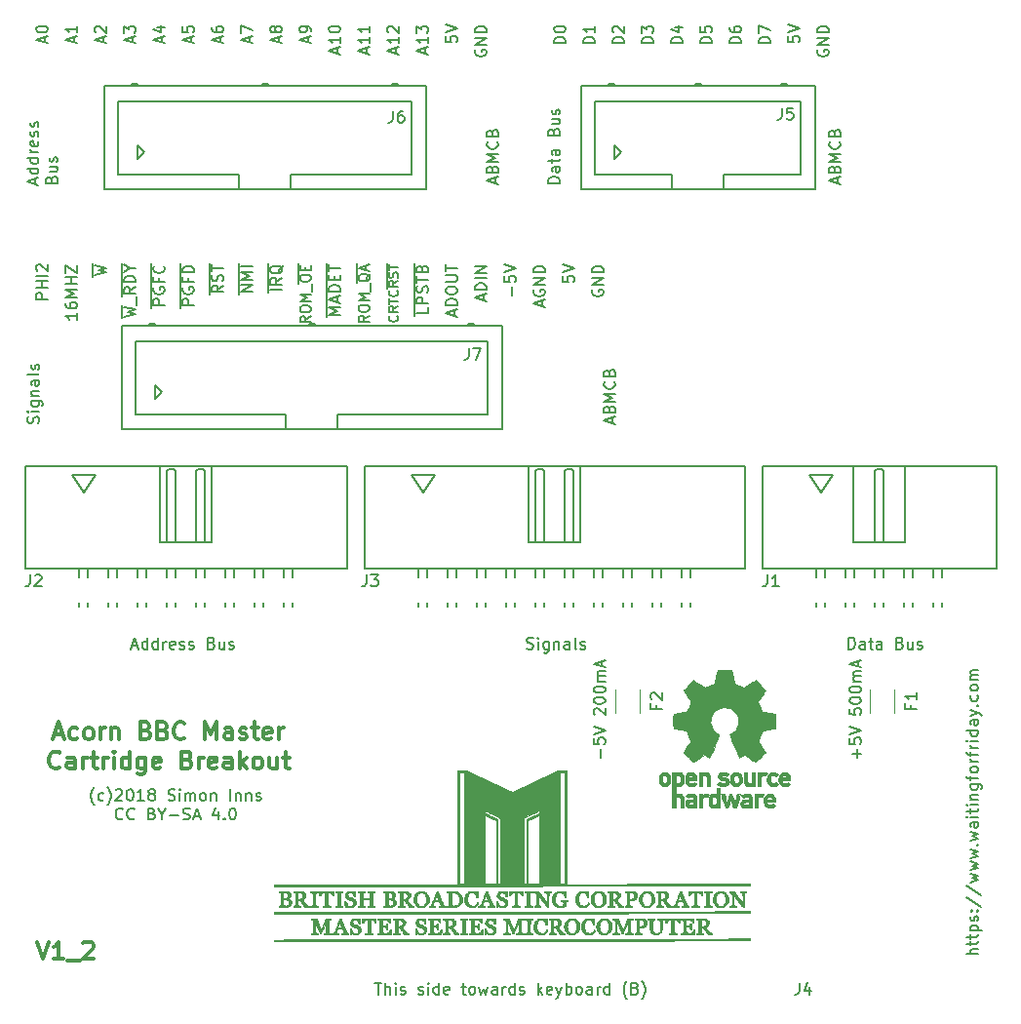
<source format=gbr>
G04 #@! TF.FileFunction,Legend,Top*
%FSLAX46Y46*%
G04 Gerber Fmt 4.6, Leading zero omitted, Abs format (unit mm)*
G04 Created by KiCad (PCBNEW 4.0.7) date 05/21/18 09:05:03*
%MOMM*%
%LPD*%
G01*
G04 APERTURE LIST*
%ADD10C,0.100000*%
%ADD11C,0.150000*%
%ADD12C,0.300000*%
%ADD13C,0.120000*%
%ADD14C,0.010000*%
G04 APERTURE END LIST*
D10*
D11*
X149296429Y-114680476D02*
X149296429Y-113918571D01*
X148677381Y-112966190D02*
X148677381Y-113442381D01*
X149153571Y-113490000D01*
X149105952Y-113442381D01*
X149058333Y-113347143D01*
X149058333Y-113109047D01*
X149105952Y-113013809D01*
X149153571Y-112966190D01*
X149248810Y-112918571D01*
X149486905Y-112918571D01*
X149582143Y-112966190D01*
X149629762Y-113013809D01*
X149677381Y-113109047D01*
X149677381Y-113347143D01*
X149629762Y-113442381D01*
X149582143Y-113490000D01*
X148677381Y-112632857D02*
X149677381Y-112299524D01*
X148677381Y-111966190D01*
X148772619Y-110918571D02*
X148725000Y-110870952D01*
X148677381Y-110775714D01*
X148677381Y-110537618D01*
X148725000Y-110442380D01*
X148772619Y-110394761D01*
X148867857Y-110347142D01*
X148963095Y-110347142D01*
X149105952Y-110394761D01*
X149677381Y-110966190D01*
X149677381Y-110347142D01*
X148677381Y-109728095D02*
X148677381Y-109632856D01*
X148725000Y-109537618D01*
X148772619Y-109489999D01*
X148867857Y-109442380D01*
X149058333Y-109394761D01*
X149296429Y-109394761D01*
X149486905Y-109442380D01*
X149582143Y-109489999D01*
X149629762Y-109537618D01*
X149677381Y-109632856D01*
X149677381Y-109728095D01*
X149629762Y-109823333D01*
X149582143Y-109870952D01*
X149486905Y-109918571D01*
X149296429Y-109966190D01*
X149058333Y-109966190D01*
X148867857Y-109918571D01*
X148772619Y-109870952D01*
X148725000Y-109823333D01*
X148677381Y-109728095D01*
X148677381Y-108775714D02*
X148677381Y-108680475D01*
X148725000Y-108585237D01*
X148772619Y-108537618D01*
X148867857Y-108489999D01*
X149058333Y-108442380D01*
X149296429Y-108442380D01*
X149486905Y-108489999D01*
X149582143Y-108537618D01*
X149629762Y-108585237D01*
X149677381Y-108680475D01*
X149677381Y-108775714D01*
X149629762Y-108870952D01*
X149582143Y-108918571D01*
X149486905Y-108966190D01*
X149296429Y-109013809D01*
X149058333Y-109013809D01*
X148867857Y-108966190D01*
X148772619Y-108918571D01*
X148725000Y-108870952D01*
X148677381Y-108775714D01*
X149677381Y-108013809D02*
X149010714Y-108013809D01*
X149105952Y-108013809D02*
X149058333Y-107966190D01*
X149010714Y-107870952D01*
X149010714Y-107728094D01*
X149058333Y-107632856D01*
X149153571Y-107585237D01*
X149677381Y-107585237D01*
X149153571Y-107585237D02*
X149058333Y-107537618D01*
X149010714Y-107442380D01*
X149010714Y-107299523D01*
X149058333Y-107204285D01*
X149153571Y-107156666D01*
X149677381Y-107156666D01*
X149391667Y-106728095D02*
X149391667Y-106251904D01*
X149677381Y-106823333D02*
X148677381Y-106490000D01*
X149677381Y-106156666D01*
X171521429Y-114680476D02*
X171521429Y-113918571D01*
X171902381Y-114299523D02*
X171140476Y-114299523D01*
X170902381Y-112966190D02*
X170902381Y-113442381D01*
X171378571Y-113490000D01*
X171330952Y-113442381D01*
X171283333Y-113347143D01*
X171283333Y-113109047D01*
X171330952Y-113013809D01*
X171378571Y-112966190D01*
X171473810Y-112918571D01*
X171711905Y-112918571D01*
X171807143Y-112966190D01*
X171854762Y-113013809D01*
X171902381Y-113109047D01*
X171902381Y-113347143D01*
X171854762Y-113442381D01*
X171807143Y-113490000D01*
X170902381Y-112632857D02*
X171902381Y-112299524D01*
X170902381Y-111966190D01*
X170902381Y-110394761D02*
X170902381Y-110870952D01*
X171378571Y-110918571D01*
X171330952Y-110870952D01*
X171283333Y-110775714D01*
X171283333Y-110537618D01*
X171330952Y-110442380D01*
X171378571Y-110394761D01*
X171473810Y-110347142D01*
X171711905Y-110347142D01*
X171807143Y-110394761D01*
X171854762Y-110442380D01*
X171902381Y-110537618D01*
X171902381Y-110775714D01*
X171854762Y-110870952D01*
X171807143Y-110918571D01*
X170902381Y-109728095D02*
X170902381Y-109632856D01*
X170950000Y-109537618D01*
X170997619Y-109489999D01*
X171092857Y-109442380D01*
X171283333Y-109394761D01*
X171521429Y-109394761D01*
X171711905Y-109442380D01*
X171807143Y-109489999D01*
X171854762Y-109537618D01*
X171902381Y-109632856D01*
X171902381Y-109728095D01*
X171854762Y-109823333D01*
X171807143Y-109870952D01*
X171711905Y-109918571D01*
X171521429Y-109966190D01*
X171283333Y-109966190D01*
X171092857Y-109918571D01*
X170997619Y-109870952D01*
X170950000Y-109823333D01*
X170902381Y-109728095D01*
X170902381Y-108775714D02*
X170902381Y-108680475D01*
X170950000Y-108585237D01*
X170997619Y-108537618D01*
X171092857Y-108489999D01*
X171283333Y-108442380D01*
X171521429Y-108442380D01*
X171711905Y-108489999D01*
X171807143Y-108537618D01*
X171854762Y-108585237D01*
X171902381Y-108680475D01*
X171902381Y-108775714D01*
X171854762Y-108870952D01*
X171807143Y-108918571D01*
X171711905Y-108966190D01*
X171521429Y-109013809D01*
X171283333Y-109013809D01*
X171092857Y-108966190D01*
X170997619Y-108918571D01*
X170950000Y-108870952D01*
X170902381Y-108775714D01*
X171902381Y-108013809D02*
X171235714Y-108013809D01*
X171330952Y-108013809D02*
X171283333Y-107966190D01*
X171235714Y-107870952D01*
X171235714Y-107728094D01*
X171283333Y-107632856D01*
X171378571Y-107585237D01*
X171902381Y-107585237D01*
X171378571Y-107585237D02*
X171283333Y-107537618D01*
X171235714Y-107442380D01*
X171235714Y-107299523D01*
X171283333Y-107204285D01*
X171378571Y-107156666D01*
X171902381Y-107156666D01*
X171616667Y-106728095D02*
X171616667Y-106251904D01*
X171902381Y-106823333D02*
X170902381Y-106490000D01*
X171902381Y-106156666D01*
X105323572Y-118753333D02*
X105275952Y-118705714D01*
X105180714Y-118562857D01*
X105133095Y-118467619D01*
X105085476Y-118324762D01*
X105037857Y-118086667D01*
X105037857Y-117896190D01*
X105085476Y-117658095D01*
X105133095Y-117515238D01*
X105180714Y-117420000D01*
X105275952Y-117277143D01*
X105323572Y-117229524D01*
X106133096Y-118324762D02*
X106037858Y-118372381D01*
X105847381Y-118372381D01*
X105752143Y-118324762D01*
X105704524Y-118277143D01*
X105656905Y-118181905D01*
X105656905Y-117896190D01*
X105704524Y-117800952D01*
X105752143Y-117753333D01*
X105847381Y-117705714D01*
X106037858Y-117705714D01*
X106133096Y-117753333D01*
X106466429Y-118753333D02*
X106514048Y-118705714D01*
X106609286Y-118562857D01*
X106656905Y-118467619D01*
X106704524Y-118324762D01*
X106752143Y-118086667D01*
X106752143Y-117896190D01*
X106704524Y-117658095D01*
X106656905Y-117515238D01*
X106609286Y-117420000D01*
X106514048Y-117277143D01*
X106466429Y-117229524D01*
X107180715Y-117467619D02*
X107228334Y-117420000D01*
X107323572Y-117372381D01*
X107561668Y-117372381D01*
X107656906Y-117420000D01*
X107704525Y-117467619D01*
X107752144Y-117562857D01*
X107752144Y-117658095D01*
X107704525Y-117800952D01*
X107133096Y-118372381D01*
X107752144Y-118372381D01*
X108371191Y-117372381D02*
X108466430Y-117372381D01*
X108561668Y-117420000D01*
X108609287Y-117467619D01*
X108656906Y-117562857D01*
X108704525Y-117753333D01*
X108704525Y-117991429D01*
X108656906Y-118181905D01*
X108609287Y-118277143D01*
X108561668Y-118324762D01*
X108466430Y-118372381D01*
X108371191Y-118372381D01*
X108275953Y-118324762D01*
X108228334Y-118277143D01*
X108180715Y-118181905D01*
X108133096Y-117991429D01*
X108133096Y-117753333D01*
X108180715Y-117562857D01*
X108228334Y-117467619D01*
X108275953Y-117420000D01*
X108371191Y-117372381D01*
X109656906Y-118372381D02*
X109085477Y-118372381D01*
X109371191Y-118372381D02*
X109371191Y-117372381D01*
X109275953Y-117515238D01*
X109180715Y-117610476D01*
X109085477Y-117658095D01*
X110228334Y-117800952D02*
X110133096Y-117753333D01*
X110085477Y-117705714D01*
X110037858Y-117610476D01*
X110037858Y-117562857D01*
X110085477Y-117467619D01*
X110133096Y-117420000D01*
X110228334Y-117372381D01*
X110418811Y-117372381D01*
X110514049Y-117420000D01*
X110561668Y-117467619D01*
X110609287Y-117562857D01*
X110609287Y-117610476D01*
X110561668Y-117705714D01*
X110514049Y-117753333D01*
X110418811Y-117800952D01*
X110228334Y-117800952D01*
X110133096Y-117848571D01*
X110085477Y-117896190D01*
X110037858Y-117991429D01*
X110037858Y-118181905D01*
X110085477Y-118277143D01*
X110133096Y-118324762D01*
X110228334Y-118372381D01*
X110418811Y-118372381D01*
X110514049Y-118324762D01*
X110561668Y-118277143D01*
X110609287Y-118181905D01*
X110609287Y-117991429D01*
X110561668Y-117896190D01*
X110514049Y-117848571D01*
X110418811Y-117800952D01*
X111752144Y-118324762D02*
X111895001Y-118372381D01*
X112133097Y-118372381D01*
X112228335Y-118324762D01*
X112275954Y-118277143D01*
X112323573Y-118181905D01*
X112323573Y-118086667D01*
X112275954Y-117991429D01*
X112228335Y-117943810D01*
X112133097Y-117896190D01*
X111942620Y-117848571D01*
X111847382Y-117800952D01*
X111799763Y-117753333D01*
X111752144Y-117658095D01*
X111752144Y-117562857D01*
X111799763Y-117467619D01*
X111847382Y-117420000D01*
X111942620Y-117372381D01*
X112180716Y-117372381D01*
X112323573Y-117420000D01*
X112752144Y-118372381D02*
X112752144Y-117705714D01*
X112752144Y-117372381D02*
X112704525Y-117420000D01*
X112752144Y-117467619D01*
X112799763Y-117420000D01*
X112752144Y-117372381D01*
X112752144Y-117467619D01*
X113228334Y-118372381D02*
X113228334Y-117705714D01*
X113228334Y-117800952D02*
X113275953Y-117753333D01*
X113371191Y-117705714D01*
X113514049Y-117705714D01*
X113609287Y-117753333D01*
X113656906Y-117848571D01*
X113656906Y-118372381D01*
X113656906Y-117848571D02*
X113704525Y-117753333D01*
X113799763Y-117705714D01*
X113942620Y-117705714D01*
X114037858Y-117753333D01*
X114085477Y-117848571D01*
X114085477Y-118372381D01*
X114704524Y-118372381D02*
X114609286Y-118324762D01*
X114561667Y-118277143D01*
X114514048Y-118181905D01*
X114514048Y-117896190D01*
X114561667Y-117800952D01*
X114609286Y-117753333D01*
X114704524Y-117705714D01*
X114847382Y-117705714D01*
X114942620Y-117753333D01*
X114990239Y-117800952D01*
X115037858Y-117896190D01*
X115037858Y-118181905D01*
X114990239Y-118277143D01*
X114942620Y-118324762D01*
X114847382Y-118372381D01*
X114704524Y-118372381D01*
X115466429Y-117705714D02*
X115466429Y-118372381D01*
X115466429Y-117800952D02*
X115514048Y-117753333D01*
X115609286Y-117705714D01*
X115752144Y-117705714D01*
X115847382Y-117753333D01*
X115895001Y-117848571D01*
X115895001Y-118372381D01*
X117133096Y-118372381D02*
X117133096Y-117372381D01*
X117609286Y-117705714D02*
X117609286Y-118372381D01*
X117609286Y-117800952D02*
X117656905Y-117753333D01*
X117752143Y-117705714D01*
X117895001Y-117705714D01*
X117990239Y-117753333D01*
X118037858Y-117848571D01*
X118037858Y-118372381D01*
X118514048Y-117705714D02*
X118514048Y-118372381D01*
X118514048Y-117800952D02*
X118561667Y-117753333D01*
X118656905Y-117705714D01*
X118799763Y-117705714D01*
X118895001Y-117753333D01*
X118942620Y-117848571D01*
X118942620Y-118372381D01*
X119371191Y-118324762D02*
X119466429Y-118372381D01*
X119656905Y-118372381D01*
X119752144Y-118324762D01*
X119799763Y-118229524D01*
X119799763Y-118181905D01*
X119752144Y-118086667D01*
X119656905Y-118039048D01*
X119514048Y-118039048D01*
X119418810Y-117991429D01*
X119371191Y-117896190D01*
X119371191Y-117848571D01*
X119418810Y-117753333D01*
X119514048Y-117705714D01*
X119656905Y-117705714D01*
X119752144Y-117753333D01*
X107799762Y-119927143D02*
X107752143Y-119974762D01*
X107609286Y-120022381D01*
X107514048Y-120022381D01*
X107371190Y-119974762D01*
X107275952Y-119879524D01*
X107228333Y-119784286D01*
X107180714Y-119593810D01*
X107180714Y-119450952D01*
X107228333Y-119260476D01*
X107275952Y-119165238D01*
X107371190Y-119070000D01*
X107514048Y-119022381D01*
X107609286Y-119022381D01*
X107752143Y-119070000D01*
X107799762Y-119117619D01*
X108799762Y-119927143D02*
X108752143Y-119974762D01*
X108609286Y-120022381D01*
X108514048Y-120022381D01*
X108371190Y-119974762D01*
X108275952Y-119879524D01*
X108228333Y-119784286D01*
X108180714Y-119593810D01*
X108180714Y-119450952D01*
X108228333Y-119260476D01*
X108275952Y-119165238D01*
X108371190Y-119070000D01*
X108514048Y-119022381D01*
X108609286Y-119022381D01*
X108752143Y-119070000D01*
X108799762Y-119117619D01*
X110323572Y-119498571D02*
X110466429Y-119546190D01*
X110514048Y-119593810D01*
X110561667Y-119689048D01*
X110561667Y-119831905D01*
X110514048Y-119927143D01*
X110466429Y-119974762D01*
X110371191Y-120022381D01*
X109990238Y-120022381D01*
X109990238Y-119022381D01*
X110323572Y-119022381D01*
X110418810Y-119070000D01*
X110466429Y-119117619D01*
X110514048Y-119212857D01*
X110514048Y-119308095D01*
X110466429Y-119403333D01*
X110418810Y-119450952D01*
X110323572Y-119498571D01*
X109990238Y-119498571D01*
X111180714Y-119546190D02*
X111180714Y-120022381D01*
X110847381Y-119022381D02*
X111180714Y-119546190D01*
X111514048Y-119022381D01*
X111847381Y-119641429D02*
X112609286Y-119641429D01*
X113037857Y-119974762D02*
X113180714Y-120022381D01*
X113418810Y-120022381D01*
X113514048Y-119974762D01*
X113561667Y-119927143D01*
X113609286Y-119831905D01*
X113609286Y-119736667D01*
X113561667Y-119641429D01*
X113514048Y-119593810D01*
X113418810Y-119546190D01*
X113228333Y-119498571D01*
X113133095Y-119450952D01*
X113085476Y-119403333D01*
X113037857Y-119308095D01*
X113037857Y-119212857D01*
X113085476Y-119117619D01*
X113133095Y-119070000D01*
X113228333Y-119022381D01*
X113466429Y-119022381D01*
X113609286Y-119070000D01*
X113990238Y-119736667D02*
X114466429Y-119736667D01*
X113895000Y-120022381D02*
X114228333Y-119022381D01*
X114561667Y-120022381D01*
X116085477Y-119355714D02*
X116085477Y-120022381D01*
X115847381Y-118974762D02*
X115609286Y-119689048D01*
X116228334Y-119689048D01*
X116609286Y-119927143D02*
X116656905Y-119974762D01*
X116609286Y-120022381D01*
X116561667Y-119974762D01*
X116609286Y-119927143D01*
X116609286Y-120022381D01*
X117275952Y-119022381D02*
X117371191Y-119022381D01*
X117466429Y-119070000D01*
X117514048Y-119117619D01*
X117561667Y-119212857D01*
X117609286Y-119403333D01*
X117609286Y-119641429D01*
X117561667Y-119831905D01*
X117514048Y-119927143D01*
X117466429Y-119974762D01*
X117371191Y-120022381D01*
X117275952Y-120022381D01*
X117180714Y-119974762D01*
X117133095Y-119927143D01*
X117085476Y-119831905D01*
X117037857Y-119641429D01*
X117037857Y-119403333D01*
X117085476Y-119212857D01*
X117133095Y-119117619D01*
X117180714Y-119070000D01*
X117275952Y-119022381D01*
D12*
X100370001Y-130623571D02*
X100870001Y-132123571D01*
X101370001Y-130623571D01*
X102655715Y-132123571D02*
X101798572Y-132123571D01*
X102227144Y-132123571D02*
X102227144Y-130623571D01*
X102084287Y-130837857D01*
X101941429Y-130980714D01*
X101798572Y-131052143D01*
X102941429Y-132266429D02*
X104084286Y-132266429D01*
X104370000Y-130766429D02*
X104441429Y-130695000D01*
X104584286Y-130623571D01*
X104941429Y-130623571D01*
X105084286Y-130695000D01*
X105155715Y-130766429D01*
X105227143Y-130909286D01*
X105227143Y-131052143D01*
X105155715Y-131266429D01*
X104298572Y-132123571D01*
X105227143Y-132123571D01*
D11*
X169838667Y-64793524D02*
X169838667Y-64317333D01*
X170124381Y-64888762D02*
X169124381Y-64555429D01*
X170124381Y-64222095D01*
X169600571Y-63555428D02*
X169648190Y-63412571D01*
X169695810Y-63364952D01*
X169791048Y-63317333D01*
X169933905Y-63317333D01*
X170029143Y-63364952D01*
X170076762Y-63412571D01*
X170124381Y-63507809D01*
X170124381Y-63888762D01*
X169124381Y-63888762D01*
X169124381Y-63555428D01*
X169172000Y-63460190D01*
X169219619Y-63412571D01*
X169314857Y-63364952D01*
X169410095Y-63364952D01*
X169505333Y-63412571D01*
X169552952Y-63460190D01*
X169600571Y-63555428D01*
X169600571Y-63888762D01*
X170124381Y-62888762D02*
X169124381Y-62888762D01*
X169838667Y-62555428D01*
X169124381Y-62222095D01*
X170124381Y-62222095D01*
X170029143Y-61174476D02*
X170076762Y-61222095D01*
X170124381Y-61364952D01*
X170124381Y-61460190D01*
X170076762Y-61603048D01*
X169981524Y-61698286D01*
X169886286Y-61745905D01*
X169695810Y-61793524D01*
X169552952Y-61793524D01*
X169362476Y-61745905D01*
X169267238Y-61698286D01*
X169172000Y-61603048D01*
X169124381Y-61460190D01*
X169124381Y-61364952D01*
X169172000Y-61222095D01*
X169219619Y-61174476D01*
X169600571Y-60412571D02*
X169648190Y-60269714D01*
X169695810Y-60222095D01*
X169791048Y-60174476D01*
X169933905Y-60174476D01*
X170029143Y-60222095D01*
X170076762Y-60269714D01*
X170124381Y-60364952D01*
X170124381Y-60745905D01*
X169124381Y-60745905D01*
X169124381Y-60412571D01*
X169172000Y-60317333D01*
X169219619Y-60269714D01*
X169314857Y-60222095D01*
X169410095Y-60222095D01*
X169505333Y-60269714D01*
X169552952Y-60317333D01*
X169600571Y-60412571D01*
X169600571Y-60745905D01*
X150280667Y-85621524D02*
X150280667Y-85145333D01*
X150566381Y-85716762D02*
X149566381Y-85383429D01*
X150566381Y-85050095D01*
X150042571Y-84383428D02*
X150090190Y-84240571D01*
X150137810Y-84192952D01*
X150233048Y-84145333D01*
X150375905Y-84145333D01*
X150471143Y-84192952D01*
X150518762Y-84240571D01*
X150566381Y-84335809D01*
X150566381Y-84716762D01*
X149566381Y-84716762D01*
X149566381Y-84383428D01*
X149614000Y-84288190D01*
X149661619Y-84240571D01*
X149756857Y-84192952D01*
X149852095Y-84192952D01*
X149947333Y-84240571D01*
X149994952Y-84288190D01*
X150042571Y-84383428D01*
X150042571Y-84716762D01*
X150566381Y-83716762D02*
X149566381Y-83716762D01*
X150280667Y-83383428D01*
X149566381Y-83050095D01*
X150566381Y-83050095D01*
X150471143Y-82002476D02*
X150518762Y-82050095D01*
X150566381Y-82192952D01*
X150566381Y-82288190D01*
X150518762Y-82431048D01*
X150423524Y-82526286D01*
X150328286Y-82573905D01*
X150137810Y-82621524D01*
X149994952Y-82621524D01*
X149804476Y-82573905D01*
X149709238Y-82526286D01*
X149614000Y-82431048D01*
X149566381Y-82288190D01*
X149566381Y-82192952D01*
X149614000Y-82050095D01*
X149661619Y-82002476D01*
X150042571Y-81240571D02*
X150090190Y-81097714D01*
X150137810Y-81050095D01*
X150233048Y-81002476D01*
X150375905Y-81002476D01*
X150471143Y-81050095D01*
X150518762Y-81097714D01*
X150566381Y-81192952D01*
X150566381Y-81573905D01*
X149566381Y-81573905D01*
X149566381Y-81240571D01*
X149614000Y-81145333D01*
X149661619Y-81097714D01*
X149756857Y-81050095D01*
X149852095Y-81050095D01*
X149947333Y-81097714D01*
X149994952Y-81145333D01*
X150042571Y-81240571D01*
X150042571Y-81573905D01*
X140120667Y-64793524D02*
X140120667Y-64317333D01*
X140406381Y-64888762D02*
X139406381Y-64555429D01*
X140406381Y-64222095D01*
X139882571Y-63555428D02*
X139930190Y-63412571D01*
X139977810Y-63364952D01*
X140073048Y-63317333D01*
X140215905Y-63317333D01*
X140311143Y-63364952D01*
X140358762Y-63412571D01*
X140406381Y-63507809D01*
X140406381Y-63888762D01*
X139406381Y-63888762D01*
X139406381Y-63555428D01*
X139454000Y-63460190D01*
X139501619Y-63412571D01*
X139596857Y-63364952D01*
X139692095Y-63364952D01*
X139787333Y-63412571D01*
X139834952Y-63460190D01*
X139882571Y-63555428D01*
X139882571Y-63888762D01*
X140406381Y-62888762D02*
X139406381Y-62888762D01*
X140120667Y-62555428D01*
X139406381Y-62222095D01*
X140406381Y-62222095D01*
X140311143Y-61174476D02*
X140358762Y-61222095D01*
X140406381Y-61364952D01*
X140406381Y-61460190D01*
X140358762Y-61603048D01*
X140263524Y-61698286D01*
X140168286Y-61745905D01*
X139977810Y-61793524D01*
X139834952Y-61793524D01*
X139644476Y-61745905D01*
X139549238Y-61698286D01*
X139454000Y-61603048D01*
X139406381Y-61460190D01*
X139406381Y-61364952D01*
X139454000Y-61222095D01*
X139501619Y-61174476D01*
X139882571Y-60412571D02*
X139930190Y-60269714D01*
X139977810Y-60222095D01*
X140073048Y-60174476D01*
X140215905Y-60174476D01*
X140311143Y-60222095D01*
X140358762Y-60269714D01*
X140406381Y-60364952D01*
X140406381Y-60745905D01*
X139406381Y-60745905D01*
X139406381Y-60412571D01*
X139454000Y-60317333D01*
X139501619Y-60269714D01*
X139596857Y-60222095D01*
X139692095Y-60222095D01*
X139787333Y-60269714D01*
X139834952Y-60317333D01*
X139882571Y-60412571D01*
X139882571Y-60745905D01*
X146248381Y-52641286D02*
X145248381Y-52641286D01*
X145248381Y-52403191D01*
X145296000Y-52260333D01*
X145391238Y-52165095D01*
X145486476Y-52117476D01*
X145676952Y-52069857D01*
X145819810Y-52069857D01*
X146010286Y-52117476D01*
X146105524Y-52165095D01*
X146200762Y-52260333D01*
X146248381Y-52403191D01*
X146248381Y-52641286D01*
X145248381Y-51450810D02*
X145248381Y-51355571D01*
X145296000Y-51260333D01*
X145343619Y-51212714D01*
X145438857Y-51165095D01*
X145629333Y-51117476D01*
X145867429Y-51117476D01*
X146057905Y-51165095D01*
X146153143Y-51212714D01*
X146200762Y-51260333D01*
X146248381Y-51355571D01*
X146248381Y-51450810D01*
X146200762Y-51546048D01*
X146153143Y-51593667D01*
X146057905Y-51641286D01*
X145867429Y-51688905D01*
X145629333Y-51688905D01*
X145438857Y-51641286D01*
X145343619Y-51593667D01*
X145296000Y-51546048D01*
X145248381Y-51450810D01*
X148598000Y-74040714D02*
X148550381Y-74135952D01*
X148550381Y-74278809D01*
X148598000Y-74421667D01*
X148693238Y-74516905D01*
X148788476Y-74564524D01*
X148978952Y-74612143D01*
X149121810Y-74612143D01*
X149312286Y-74564524D01*
X149407524Y-74516905D01*
X149502762Y-74421667D01*
X149550381Y-74278809D01*
X149550381Y-74183571D01*
X149502762Y-74040714D01*
X149455143Y-73993095D01*
X149121810Y-73993095D01*
X149121810Y-74183571D01*
X149550381Y-73564524D02*
X148550381Y-73564524D01*
X149550381Y-72993095D01*
X148550381Y-72993095D01*
X149550381Y-72516905D02*
X148550381Y-72516905D01*
X148550381Y-72278810D01*
X148598000Y-72135952D01*
X148693238Y-72040714D01*
X148788476Y-71993095D01*
X148978952Y-71945476D01*
X149121810Y-71945476D01*
X149312286Y-71993095D01*
X149407524Y-72040714D01*
X149502762Y-72135952D01*
X149550381Y-72278810D01*
X149550381Y-72516905D01*
X146010381Y-72850238D02*
X146010381Y-73326429D01*
X146486571Y-73374048D01*
X146438952Y-73326429D01*
X146391333Y-73231191D01*
X146391333Y-72993095D01*
X146438952Y-72897857D01*
X146486571Y-72850238D01*
X146581810Y-72802619D01*
X146819905Y-72802619D01*
X146915143Y-72850238D01*
X146962762Y-72897857D01*
X147010381Y-72993095D01*
X147010381Y-73231191D01*
X146962762Y-73326429D01*
X146915143Y-73374048D01*
X146010381Y-72516905D02*
X147010381Y-72183572D01*
X146010381Y-71850238D01*
X144184667Y-75469286D02*
X144184667Y-74993095D01*
X144470381Y-75564524D02*
X143470381Y-75231191D01*
X144470381Y-74897857D01*
X143518000Y-74040714D02*
X143470381Y-74135952D01*
X143470381Y-74278809D01*
X143518000Y-74421667D01*
X143613238Y-74516905D01*
X143708476Y-74564524D01*
X143898952Y-74612143D01*
X144041810Y-74612143D01*
X144232286Y-74564524D01*
X144327524Y-74516905D01*
X144422762Y-74421667D01*
X144470381Y-74278809D01*
X144470381Y-74183571D01*
X144422762Y-74040714D01*
X144375143Y-73993095D01*
X144041810Y-73993095D01*
X144041810Y-74183571D01*
X144470381Y-73564524D02*
X143470381Y-73564524D01*
X144470381Y-72993095D01*
X143470381Y-72993095D01*
X144470381Y-72516905D02*
X143470381Y-72516905D01*
X143470381Y-72278810D01*
X143518000Y-72135952D01*
X143613238Y-72040714D01*
X143708476Y-71993095D01*
X143898952Y-71945476D01*
X144041810Y-71945476D01*
X144232286Y-71993095D01*
X144327524Y-72040714D01*
X144422762Y-72135952D01*
X144470381Y-72278810D01*
X144470381Y-72516905D01*
X141549429Y-74564524D02*
X141549429Y-73802619D01*
X140930381Y-72850238D02*
X140930381Y-73326429D01*
X141406571Y-73374048D01*
X141358952Y-73326429D01*
X141311333Y-73231191D01*
X141311333Y-72993095D01*
X141358952Y-72897857D01*
X141406571Y-72850238D01*
X141501810Y-72802619D01*
X141739905Y-72802619D01*
X141835143Y-72850238D01*
X141882762Y-72897857D01*
X141930381Y-72993095D01*
X141930381Y-73231191D01*
X141882762Y-73326429D01*
X141835143Y-73374048D01*
X140930381Y-72516905D02*
X141930381Y-72183572D01*
X140930381Y-71850238D01*
X139104667Y-74945476D02*
X139104667Y-74469285D01*
X139390381Y-75040714D02*
X138390381Y-74707381D01*
X139390381Y-74374047D01*
X139390381Y-74040714D02*
X138390381Y-74040714D01*
X138390381Y-73802619D01*
X138438000Y-73659761D01*
X138533238Y-73564523D01*
X138628476Y-73516904D01*
X138818952Y-73469285D01*
X138961810Y-73469285D01*
X139152286Y-73516904D01*
X139247524Y-73564523D01*
X139342762Y-73659761D01*
X139390381Y-73802619D01*
X139390381Y-74040714D01*
X139390381Y-73040714D02*
X138390381Y-73040714D01*
X139390381Y-72564524D02*
X138390381Y-72564524D01*
X139390381Y-71993095D01*
X138390381Y-71993095D01*
X136564667Y-76278810D02*
X136564667Y-75802619D01*
X136850381Y-76374048D02*
X135850381Y-76040715D01*
X136850381Y-75707381D01*
X136850381Y-75374048D02*
X135850381Y-75374048D01*
X135850381Y-75135953D01*
X135898000Y-74993095D01*
X135993238Y-74897857D01*
X136088476Y-74850238D01*
X136278952Y-74802619D01*
X136421810Y-74802619D01*
X136612286Y-74850238D01*
X136707524Y-74897857D01*
X136802762Y-74993095D01*
X136850381Y-75135953D01*
X136850381Y-75374048D01*
X135850381Y-74183572D02*
X135850381Y-73993095D01*
X135898000Y-73897857D01*
X135993238Y-73802619D01*
X136183714Y-73755000D01*
X136517048Y-73755000D01*
X136707524Y-73802619D01*
X136802762Y-73897857D01*
X136850381Y-73993095D01*
X136850381Y-74183572D01*
X136802762Y-74278810D01*
X136707524Y-74374048D01*
X136517048Y-74421667D01*
X136183714Y-74421667D01*
X135993238Y-74374048D01*
X135898000Y-74278810D01*
X135850381Y-74183572D01*
X135850381Y-73326429D02*
X136659905Y-73326429D01*
X136755143Y-73278810D01*
X136802762Y-73231191D01*
X136850381Y-73135953D01*
X136850381Y-72945476D01*
X136802762Y-72850238D01*
X136755143Y-72802619D01*
X136659905Y-72755000D01*
X135850381Y-72755000D01*
X135850381Y-72421667D02*
X135850381Y-71850238D01*
X136850381Y-72135953D02*
X135850381Y-72135953D01*
X134310381Y-75564524D02*
X134310381Y-76040715D01*
X133310381Y-76040715D01*
X134310381Y-75231191D02*
X133310381Y-75231191D01*
X133310381Y-74850238D01*
X133358000Y-74755000D01*
X133405619Y-74707381D01*
X133500857Y-74659762D01*
X133643714Y-74659762D01*
X133738952Y-74707381D01*
X133786571Y-74755000D01*
X133834190Y-74850238D01*
X133834190Y-75231191D01*
X134262762Y-74278810D02*
X134310381Y-74135953D01*
X134310381Y-73897857D01*
X134262762Y-73802619D01*
X134215143Y-73755000D01*
X134119905Y-73707381D01*
X134024667Y-73707381D01*
X133929429Y-73755000D01*
X133881810Y-73802619D01*
X133834190Y-73897857D01*
X133786571Y-74088334D01*
X133738952Y-74183572D01*
X133691333Y-74231191D01*
X133596095Y-74278810D01*
X133500857Y-74278810D01*
X133405619Y-74231191D01*
X133358000Y-74183572D01*
X133310381Y-74088334D01*
X133310381Y-73850238D01*
X133358000Y-73707381D01*
X133310381Y-73421667D02*
X133310381Y-72850238D01*
X134310381Y-73135953D02*
X133310381Y-73135953D01*
X133786571Y-72183571D02*
X133834190Y-72040714D01*
X133881810Y-71993095D01*
X133977048Y-71945476D01*
X134119905Y-71945476D01*
X134215143Y-71993095D01*
X134262762Y-72040714D01*
X134310381Y-72135952D01*
X134310381Y-72516905D01*
X133310381Y-72516905D01*
X133310381Y-72183571D01*
X133358000Y-72088333D01*
X133405619Y-72040714D01*
X133500857Y-71993095D01*
X133596095Y-71993095D01*
X133691333Y-72040714D01*
X133738952Y-72088333D01*
X133786571Y-72183571D01*
X133786571Y-72516905D01*
X133138000Y-76278810D02*
X133138000Y-71755000D01*
X131603714Y-76288334D02*
X131641810Y-76326429D01*
X131679905Y-76440715D01*
X131679905Y-76516905D01*
X131641810Y-76631191D01*
X131565619Y-76707382D01*
X131489429Y-76745477D01*
X131337048Y-76783572D01*
X131222762Y-76783572D01*
X131070381Y-76745477D01*
X130994190Y-76707382D01*
X130918000Y-76631191D01*
X130879905Y-76516905D01*
X130879905Y-76440715D01*
X130918000Y-76326429D01*
X130956095Y-76288334D01*
X131679905Y-75488334D02*
X131298952Y-75755001D01*
X131679905Y-75945477D02*
X130879905Y-75945477D01*
X130879905Y-75640715D01*
X130918000Y-75564524D01*
X130956095Y-75526429D01*
X131032286Y-75488334D01*
X131146571Y-75488334D01*
X131222762Y-75526429D01*
X131260857Y-75564524D01*
X131298952Y-75640715D01*
X131298952Y-75945477D01*
X130879905Y-75259763D02*
X130879905Y-74802620D01*
X131679905Y-75031191D02*
X130879905Y-75031191D01*
X131603714Y-74078810D02*
X131641810Y-74116905D01*
X131679905Y-74231191D01*
X131679905Y-74307381D01*
X131641810Y-74421667D01*
X131565619Y-74497858D01*
X131489429Y-74535953D01*
X131337048Y-74574048D01*
X131222762Y-74574048D01*
X131070381Y-74535953D01*
X130994190Y-74497858D01*
X130918000Y-74421667D01*
X130879905Y-74307381D01*
X130879905Y-74231191D01*
X130918000Y-74116905D01*
X130956095Y-74078810D01*
X131679905Y-73278810D02*
X131298952Y-73545477D01*
X131679905Y-73735953D02*
X130879905Y-73735953D01*
X130879905Y-73431191D01*
X130918000Y-73355000D01*
X130956095Y-73316905D01*
X131032286Y-73278810D01*
X131146571Y-73278810D01*
X131222762Y-73316905D01*
X131260857Y-73355000D01*
X131298952Y-73431191D01*
X131298952Y-73735953D01*
X131641810Y-72974048D02*
X131679905Y-72859762D01*
X131679905Y-72669286D01*
X131641810Y-72593096D01*
X131603714Y-72555000D01*
X131527524Y-72516905D01*
X131451333Y-72516905D01*
X131375143Y-72555000D01*
X131337048Y-72593096D01*
X131298952Y-72669286D01*
X131260857Y-72821667D01*
X131222762Y-72897858D01*
X131184667Y-72935953D01*
X131108476Y-72974048D01*
X131032286Y-72974048D01*
X130956095Y-72935953D01*
X130918000Y-72897858D01*
X130879905Y-72821667D01*
X130879905Y-72631191D01*
X130918000Y-72516905D01*
X130879905Y-72288334D02*
X130879905Y-71831191D01*
X131679905Y-72059762D02*
X130879905Y-72059762D01*
X130742000Y-73926429D02*
X130742000Y-71755000D01*
X129185143Y-76297857D02*
X128756571Y-76597857D01*
X129185143Y-76812142D02*
X128285143Y-76812142D01*
X128285143Y-76469285D01*
X128328000Y-76383571D01*
X128370857Y-76340714D01*
X128456571Y-76297857D01*
X128585143Y-76297857D01*
X128670857Y-76340714D01*
X128713714Y-76383571D01*
X128756571Y-76469285D01*
X128756571Y-76812142D01*
X128285143Y-75740714D02*
X128285143Y-75569285D01*
X128328000Y-75483571D01*
X128413714Y-75397857D01*
X128585143Y-75354999D01*
X128885143Y-75354999D01*
X129056571Y-75397857D01*
X129142286Y-75483571D01*
X129185143Y-75569285D01*
X129185143Y-75740714D01*
X129142286Y-75826428D01*
X129056571Y-75912142D01*
X128885143Y-75954999D01*
X128585143Y-75954999D01*
X128413714Y-75912142D01*
X128328000Y-75826428D01*
X128285143Y-75740714D01*
X129185143Y-74969285D02*
X128285143Y-74969285D01*
X128928000Y-74669285D01*
X128285143Y-74369285D01*
X129185143Y-74369285D01*
X129270857Y-74155000D02*
X129270857Y-73469286D01*
X129270857Y-72655000D02*
X129228000Y-72740715D01*
X129142286Y-72826429D01*
X129013714Y-72955000D01*
X128970857Y-73040715D01*
X128970857Y-73126429D01*
X129185143Y-73083572D02*
X129142286Y-73169286D01*
X129056571Y-73255000D01*
X128885143Y-73297857D01*
X128585143Y-73297857D01*
X128413714Y-73255000D01*
X128328000Y-73169286D01*
X128285143Y-73083572D01*
X128285143Y-72912143D01*
X128328000Y-72826429D01*
X128413714Y-72740715D01*
X128585143Y-72697857D01*
X128885143Y-72697857D01*
X129056571Y-72740715D01*
X129142286Y-72826429D01*
X129185143Y-72912143D01*
X129185143Y-73083572D01*
X128928000Y-72355000D02*
X128928000Y-71926429D01*
X129185143Y-72440715D02*
X128285143Y-72140715D01*
X129185143Y-71840715D01*
X128130000Y-73469286D02*
X128130000Y-71755000D01*
X126690381Y-76183572D02*
X125690381Y-76183572D01*
X126404667Y-75850238D01*
X125690381Y-75516905D01*
X126690381Y-75516905D01*
X126404667Y-75088334D02*
X126404667Y-74612143D01*
X126690381Y-75183572D02*
X125690381Y-74850239D01*
X126690381Y-74516905D01*
X126690381Y-74183572D02*
X125690381Y-74183572D01*
X125690381Y-73945477D01*
X125738000Y-73802619D01*
X125833238Y-73707381D01*
X125928476Y-73659762D01*
X126118952Y-73612143D01*
X126261810Y-73612143D01*
X126452286Y-73659762D01*
X126547524Y-73707381D01*
X126642762Y-73802619D01*
X126690381Y-73945477D01*
X126690381Y-74183572D01*
X126166571Y-73183572D02*
X126166571Y-72850238D01*
X126690381Y-72707381D02*
X126690381Y-73183572D01*
X125690381Y-73183572D01*
X125690381Y-72707381D01*
X125690381Y-72421667D02*
X125690381Y-71850238D01*
X126690381Y-72135953D02*
X125690381Y-72135953D01*
X125518000Y-76421667D02*
X125518000Y-71755000D01*
X124105143Y-76340714D02*
X123676571Y-76640714D01*
X124105143Y-76854999D02*
X123205143Y-76854999D01*
X123205143Y-76512142D01*
X123248000Y-76426428D01*
X123290857Y-76383571D01*
X123376571Y-76340714D01*
X123505143Y-76340714D01*
X123590857Y-76383571D01*
X123633714Y-76426428D01*
X123676571Y-76512142D01*
X123676571Y-76854999D01*
X123205143Y-75783571D02*
X123205143Y-75612142D01*
X123248000Y-75526428D01*
X123333714Y-75440714D01*
X123505143Y-75397856D01*
X123805143Y-75397856D01*
X123976571Y-75440714D01*
X124062286Y-75526428D01*
X124105143Y-75612142D01*
X124105143Y-75783571D01*
X124062286Y-75869285D01*
X123976571Y-75954999D01*
X123805143Y-75997856D01*
X123505143Y-75997856D01*
X123333714Y-75954999D01*
X123248000Y-75869285D01*
X123205143Y-75783571D01*
X124105143Y-75012142D02*
X123205143Y-75012142D01*
X123848000Y-74712142D01*
X123205143Y-74412142D01*
X124105143Y-74412142D01*
X124190857Y-74197857D02*
X124190857Y-73512143D01*
X123205143Y-73126429D02*
X123205143Y-72955000D01*
X123248000Y-72869286D01*
X123333714Y-72783572D01*
X123505143Y-72740714D01*
X123805143Y-72740714D01*
X123976571Y-72783572D01*
X124062286Y-72869286D01*
X124105143Y-72955000D01*
X124105143Y-73126429D01*
X124062286Y-73212143D01*
X123976571Y-73297857D01*
X123805143Y-73340714D01*
X123505143Y-73340714D01*
X123333714Y-73297857D01*
X123248000Y-73212143D01*
X123205143Y-73126429D01*
X123633714Y-72355000D02*
X123633714Y-72055000D01*
X124105143Y-71926429D02*
X124105143Y-72355000D01*
X123205143Y-72355000D01*
X123205143Y-71926429D01*
X123050000Y-73512143D02*
X123050000Y-71755000D01*
X121610381Y-74040714D02*
X120610381Y-74040714D01*
X121610381Y-72993095D02*
X121134190Y-73326429D01*
X121610381Y-73564524D02*
X120610381Y-73564524D01*
X120610381Y-73183571D01*
X120658000Y-73088333D01*
X120705619Y-73040714D01*
X120800857Y-72993095D01*
X120943714Y-72993095D01*
X121038952Y-73040714D01*
X121086571Y-73088333D01*
X121134190Y-73183571D01*
X121134190Y-73564524D01*
X121705619Y-71897857D02*
X121658000Y-71993095D01*
X121562762Y-72088333D01*
X121419905Y-72231190D01*
X121372286Y-72326429D01*
X121372286Y-72421667D01*
X121610381Y-72374048D02*
X121562762Y-72469286D01*
X121467524Y-72564524D01*
X121277048Y-72612143D01*
X120943714Y-72612143D01*
X120753238Y-72564524D01*
X120658000Y-72469286D01*
X120610381Y-72374048D01*
X120610381Y-72183571D01*
X120658000Y-72088333D01*
X120753238Y-71993095D01*
X120943714Y-71945476D01*
X121277048Y-71945476D01*
X121467524Y-71993095D01*
X121562762Y-72088333D01*
X121610381Y-72183571D01*
X121610381Y-72374048D01*
X120438000Y-74278809D02*
X120438000Y-71755000D01*
X119070381Y-74183571D02*
X118070381Y-74183571D01*
X119070381Y-73612142D01*
X118070381Y-73612142D01*
X119070381Y-73135952D02*
X118070381Y-73135952D01*
X118784667Y-72802618D01*
X118070381Y-72469285D01*
X119070381Y-72469285D01*
X119070381Y-71993095D02*
X118070381Y-71993095D01*
X117898000Y-74421666D02*
X117898000Y-71755000D01*
X116530381Y-73659762D02*
X116054190Y-73993096D01*
X116530381Y-74231191D02*
X115530381Y-74231191D01*
X115530381Y-73850238D01*
X115578000Y-73755000D01*
X115625619Y-73707381D01*
X115720857Y-73659762D01*
X115863714Y-73659762D01*
X115958952Y-73707381D01*
X116006571Y-73755000D01*
X116054190Y-73850238D01*
X116054190Y-74231191D01*
X116482762Y-73278810D02*
X116530381Y-73135953D01*
X116530381Y-72897857D01*
X116482762Y-72802619D01*
X116435143Y-72755000D01*
X116339905Y-72707381D01*
X116244667Y-72707381D01*
X116149429Y-72755000D01*
X116101810Y-72802619D01*
X116054190Y-72897857D01*
X116006571Y-73088334D01*
X115958952Y-73183572D01*
X115911333Y-73231191D01*
X115816095Y-73278810D01*
X115720857Y-73278810D01*
X115625619Y-73231191D01*
X115578000Y-73183572D01*
X115530381Y-73088334D01*
X115530381Y-72850238D01*
X115578000Y-72707381D01*
X115530381Y-72421667D02*
X115530381Y-71850238D01*
X116530381Y-72135953D02*
X115530381Y-72135953D01*
X115358000Y-74469286D02*
X115358000Y-71755000D01*
X113990381Y-75374048D02*
X112990381Y-75374048D01*
X112990381Y-74993095D01*
X113038000Y-74897857D01*
X113085619Y-74850238D01*
X113180857Y-74802619D01*
X113323714Y-74802619D01*
X113418952Y-74850238D01*
X113466571Y-74897857D01*
X113514190Y-74993095D01*
X113514190Y-75374048D01*
X113038000Y-73850238D02*
X112990381Y-73945476D01*
X112990381Y-74088333D01*
X113038000Y-74231191D01*
X113133238Y-74326429D01*
X113228476Y-74374048D01*
X113418952Y-74421667D01*
X113561810Y-74421667D01*
X113752286Y-74374048D01*
X113847524Y-74326429D01*
X113942762Y-74231191D01*
X113990381Y-74088333D01*
X113990381Y-73993095D01*
X113942762Y-73850238D01*
X113895143Y-73802619D01*
X113561810Y-73802619D01*
X113561810Y-73993095D01*
X113466571Y-73040714D02*
X113466571Y-73374048D01*
X113990381Y-73374048D02*
X112990381Y-73374048D01*
X112990381Y-72897857D01*
X113990381Y-72516905D02*
X112990381Y-72516905D01*
X112990381Y-72278810D01*
X113038000Y-72135952D01*
X113133238Y-72040714D01*
X113228476Y-71993095D01*
X113418952Y-71945476D01*
X113561810Y-71945476D01*
X113752286Y-71993095D01*
X113847524Y-72040714D01*
X113942762Y-72135952D01*
X113990381Y-72278810D01*
X113990381Y-72516905D01*
X112818000Y-75612143D02*
X112818000Y-71755000D01*
X111450381Y-75374048D02*
X110450381Y-75374048D01*
X110450381Y-74993095D01*
X110498000Y-74897857D01*
X110545619Y-74850238D01*
X110640857Y-74802619D01*
X110783714Y-74802619D01*
X110878952Y-74850238D01*
X110926571Y-74897857D01*
X110974190Y-74993095D01*
X110974190Y-75374048D01*
X110498000Y-73850238D02*
X110450381Y-73945476D01*
X110450381Y-74088333D01*
X110498000Y-74231191D01*
X110593238Y-74326429D01*
X110688476Y-74374048D01*
X110878952Y-74421667D01*
X111021810Y-74421667D01*
X111212286Y-74374048D01*
X111307524Y-74326429D01*
X111402762Y-74231191D01*
X111450381Y-74088333D01*
X111450381Y-73993095D01*
X111402762Y-73850238D01*
X111355143Y-73802619D01*
X111021810Y-73802619D01*
X111021810Y-73993095D01*
X110926571Y-73040714D02*
X110926571Y-73374048D01*
X111450381Y-73374048D02*
X110450381Y-73374048D01*
X110450381Y-72897857D01*
X111355143Y-71945476D02*
X111402762Y-71993095D01*
X111450381Y-72135952D01*
X111450381Y-72231190D01*
X111402762Y-72374048D01*
X111307524Y-72469286D01*
X111212286Y-72516905D01*
X111021810Y-72564524D01*
X110878952Y-72564524D01*
X110688476Y-72516905D01*
X110593238Y-72469286D01*
X110498000Y-72374048D01*
X110450381Y-72231190D01*
X110450381Y-72135952D01*
X110498000Y-71993095D01*
X110545619Y-71945476D01*
X110278000Y-75612143D02*
X110278000Y-71755000D01*
X107910381Y-76374048D02*
X108910381Y-76135953D01*
X108196095Y-75945476D01*
X108910381Y-75755000D01*
X107910381Y-75516905D01*
X107738000Y-76516905D02*
X107738000Y-75374048D01*
X109005619Y-75374048D02*
X109005619Y-74612143D01*
X108910381Y-73802619D02*
X108434190Y-74135953D01*
X108910381Y-74374048D02*
X107910381Y-74374048D01*
X107910381Y-73993095D01*
X107958000Y-73897857D01*
X108005619Y-73850238D01*
X108100857Y-73802619D01*
X108243714Y-73802619D01*
X108338952Y-73850238D01*
X108386571Y-73897857D01*
X108434190Y-73993095D01*
X108434190Y-74374048D01*
X108910381Y-73374048D02*
X107910381Y-73374048D01*
X107910381Y-73135953D01*
X107958000Y-72993095D01*
X108053238Y-72897857D01*
X108148476Y-72850238D01*
X108338952Y-72802619D01*
X108481810Y-72802619D01*
X108672286Y-72850238D01*
X108767524Y-72897857D01*
X108862762Y-72993095D01*
X108910381Y-73135953D01*
X108910381Y-73374048D01*
X108434190Y-72183572D02*
X108910381Y-72183572D01*
X107910381Y-72516905D02*
X108434190Y-72183572D01*
X107910381Y-71850238D01*
X107738000Y-74612143D02*
X107738000Y-71755000D01*
X105370381Y-72755000D02*
X106370381Y-72516905D01*
X105656095Y-72326428D01*
X106370381Y-72135952D01*
X105370381Y-71897857D01*
X105198000Y-72897857D02*
X105198000Y-71755000D01*
X103830381Y-76040714D02*
X103830381Y-76612143D01*
X103830381Y-76326429D02*
X102830381Y-76326429D01*
X102973238Y-76421667D01*
X103068476Y-76516905D01*
X103116095Y-76612143D01*
X102830381Y-75183571D02*
X102830381Y-75374048D01*
X102878000Y-75469286D01*
X102925619Y-75516905D01*
X103068476Y-75612143D01*
X103258952Y-75659762D01*
X103639905Y-75659762D01*
X103735143Y-75612143D01*
X103782762Y-75564524D01*
X103830381Y-75469286D01*
X103830381Y-75278809D01*
X103782762Y-75183571D01*
X103735143Y-75135952D01*
X103639905Y-75088333D01*
X103401810Y-75088333D01*
X103306571Y-75135952D01*
X103258952Y-75183571D01*
X103211333Y-75278809D01*
X103211333Y-75469286D01*
X103258952Y-75564524D01*
X103306571Y-75612143D01*
X103401810Y-75659762D01*
X103830381Y-74659762D02*
X102830381Y-74659762D01*
X103544667Y-74326428D01*
X102830381Y-73993095D01*
X103830381Y-73993095D01*
X103830381Y-73516905D02*
X102830381Y-73516905D01*
X103306571Y-73516905D02*
X103306571Y-72945476D01*
X103830381Y-72945476D02*
X102830381Y-72945476D01*
X102830381Y-72564524D02*
X102830381Y-71897857D01*
X103830381Y-72564524D01*
X103830381Y-71897857D01*
X101290381Y-74866095D02*
X100290381Y-74866095D01*
X100290381Y-74485142D01*
X100338000Y-74389904D01*
X100385619Y-74342285D01*
X100480857Y-74294666D01*
X100623714Y-74294666D01*
X100718952Y-74342285D01*
X100766571Y-74389904D01*
X100814190Y-74485142D01*
X100814190Y-74866095D01*
X101290381Y-73866095D02*
X100290381Y-73866095D01*
X100766571Y-73866095D02*
X100766571Y-73294666D01*
X101290381Y-73294666D02*
X100290381Y-73294666D01*
X101290381Y-72818476D02*
X100290381Y-72818476D01*
X100385619Y-72389905D02*
X100338000Y-72342286D01*
X100290381Y-72247048D01*
X100290381Y-72008952D01*
X100338000Y-71913714D01*
X100385619Y-71866095D01*
X100480857Y-71818476D01*
X100576095Y-71818476D01*
X100718952Y-71866095D01*
X101290381Y-72437524D01*
X101290381Y-71818476D01*
X148788381Y-52641286D02*
X147788381Y-52641286D01*
X147788381Y-52403191D01*
X147836000Y-52260333D01*
X147931238Y-52165095D01*
X148026476Y-52117476D01*
X148216952Y-52069857D01*
X148359810Y-52069857D01*
X148550286Y-52117476D01*
X148645524Y-52165095D01*
X148740762Y-52260333D01*
X148788381Y-52403191D01*
X148788381Y-52641286D01*
X148788381Y-51117476D02*
X148788381Y-51688905D01*
X148788381Y-51403191D02*
X147788381Y-51403191D01*
X147931238Y-51498429D01*
X148026476Y-51593667D01*
X148074095Y-51688905D01*
X151328381Y-52641286D02*
X150328381Y-52641286D01*
X150328381Y-52403191D01*
X150376000Y-52260333D01*
X150471238Y-52165095D01*
X150566476Y-52117476D01*
X150756952Y-52069857D01*
X150899810Y-52069857D01*
X151090286Y-52117476D01*
X151185524Y-52165095D01*
X151280762Y-52260333D01*
X151328381Y-52403191D01*
X151328381Y-52641286D01*
X150423619Y-51688905D02*
X150376000Y-51641286D01*
X150328381Y-51546048D01*
X150328381Y-51307952D01*
X150376000Y-51212714D01*
X150423619Y-51165095D01*
X150518857Y-51117476D01*
X150614095Y-51117476D01*
X150756952Y-51165095D01*
X151328381Y-51736524D01*
X151328381Y-51117476D01*
X153868381Y-52641286D02*
X152868381Y-52641286D01*
X152868381Y-52403191D01*
X152916000Y-52260333D01*
X153011238Y-52165095D01*
X153106476Y-52117476D01*
X153296952Y-52069857D01*
X153439810Y-52069857D01*
X153630286Y-52117476D01*
X153725524Y-52165095D01*
X153820762Y-52260333D01*
X153868381Y-52403191D01*
X153868381Y-52641286D01*
X152868381Y-51736524D02*
X152868381Y-51117476D01*
X153249333Y-51450810D01*
X153249333Y-51307952D01*
X153296952Y-51212714D01*
X153344571Y-51165095D01*
X153439810Y-51117476D01*
X153677905Y-51117476D01*
X153773143Y-51165095D01*
X153820762Y-51212714D01*
X153868381Y-51307952D01*
X153868381Y-51593667D01*
X153820762Y-51688905D01*
X153773143Y-51736524D01*
X156408381Y-52641286D02*
X155408381Y-52641286D01*
X155408381Y-52403191D01*
X155456000Y-52260333D01*
X155551238Y-52165095D01*
X155646476Y-52117476D01*
X155836952Y-52069857D01*
X155979810Y-52069857D01*
X156170286Y-52117476D01*
X156265524Y-52165095D01*
X156360762Y-52260333D01*
X156408381Y-52403191D01*
X156408381Y-52641286D01*
X155741714Y-51212714D02*
X156408381Y-51212714D01*
X155360762Y-51450810D02*
X156075048Y-51688905D01*
X156075048Y-51069857D01*
X158948381Y-52641286D02*
X157948381Y-52641286D01*
X157948381Y-52403191D01*
X157996000Y-52260333D01*
X158091238Y-52165095D01*
X158186476Y-52117476D01*
X158376952Y-52069857D01*
X158519810Y-52069857D01*
X158710286Y-52117476D01*
X158805524Y-52165095D01*
X158900762Y-52260333D01*
X158948381Y-52403191D01*
X158948381Y-52641286D01*
X157948381Y-51165095D02*
X157948381Y-51641286D01*
X158424571Y-51688905D01*
X158376952Y-51641286D01*
X158329333Y-51546048D01*
X158329333Y-51307952D01*
X158376952Y-51212714D01*
X158424571Y-51165095D01*
X158519810Y-51117476D01*
X158757905Y-51117476D01*
X158853143Y-51165095D01*
X158900762Y-51212714D01*
X158948381Y-51307952D01*
X158948381Y-51546048D01*
X158900762Y-51641286D01*
X158853143Y-51688905D01*
X161488381Y-52641286D02*
X160488381Y-52641286D01*
X160488381Y-52403191D01*
X160536000Y-52260333D01*
X160631238Y-52165095D01*
X160726476Y-52117476D01*
X160916952Y-52069857D01*
X161059810Y-52069857D01*
X161250286Y-52117476D01*
X161345524Y-52165095D01*
X161440762Y-52260333D01*
X161488381Y-52403191D01*
X161488381Y-52641286D01*
X160488381Y-51212714D02*
X160488381Y-51403191D01*
X160536000Y-51498429D01*
X160583619Y-51546048D01*
X160726476Y-51641286D01*
X160916952Y-51688905D01*
X161297905Y-51688905D01*
X161393143Y-51641286D01*
X161440762Y-51593667D01*
X161488381Y-51498429D01*
X161488381Y-51307952D01*
X161440762Y-51212714D01*
X161393143Y-51165095D01*
X161297905Y-51117476D01*
X161059810Y-51117476D01*
X160964571Y-51165095D01*
X160916952Y-51212714D01*
X160869333Y-51307952D01*
X160869333Y-51498429D01*
X160916952Y-51593667D01*
X160964571Y-51641286D01*
X161059810Y-51688905D01*
X164028381Y-52641286D02*
X163028381Y-52641286D01*
X163028381Y-52403191D01*
X163076000Y-52260333D01*
X163171238Y-52165095D01*
X163266476Y-52117476D01*
X163456952Y-52069857D01*
X163599810Y-52069857D01*
X163790286Y-52117476D01*
X163885524Y-52165095D01*
X163980762Y-52260333D01*
X164028381Y-52403191D01*
X164028381Y-52641286D01*
X163028381Y-51736524D02*
X163028381Y-51069857D01*
X164028381Y-51498429D01*
X165568381Y-52022238D02*
X165568381Y-52498429D01*
X166044571Y-52546048D01*
X165996952Y-52498429D01*
X165949333Y-52403191D01*
X165949333Y-52165095D01*
X165996952Y-52069857D01*
X166044571Y-52022238D01*
X166139810Y-51974619D01*
X166377905Y-51974619D01*
X166473143Y-52022238D01*
X166520762Y-52069857D01*
X166568381Y-52165095D01*
X166568381Y-52403191D01*
X166520762Y-52498429D01*
X166473143Y-52546048D01*
X165568381Y-51688905D02*
X166568381Y-51355572D01*
X165568381Y-51022238D01*
X168156000Y-53212714D02*
X168108381Y-53307952D01*
X168108381Y-53450809D01*
X168156000Y-53593667D01*
X168251238Y-53688905D01*
X168346476Y-53736524D01*
X168536952Y-53784143D01*
X168679810Y-53784143D01*
X168870286Y-53736524D01*
X168965524Y-53688905D01*
X169060762Y-53593667D01*
X169108381Y-53450809D01*
X169108381Y-53355571D01*
X169060762Y-53212714D01*
X169013143Y-53165095D01*
X168679810Y-53165095D01*
X168679810Y-53355571D01*
X169108381Y-52736524D02*
X168108381Y-52736524D01*
X169108381Y-52165095D01*
X168108381Y-52165095D01*
X169108381Y-51688905D02*
X168108381Y-51688905D01*
X168108381Y-51450810D01*
X168156000Y-51307952D01*
X168251238Y-51212714D01*
X168346476Y-51165095D01*
X168536952Y-51117476D01*
X168679810Y-51117476D01*
X168870286Y-51165095D01*
X168965524Y-51212714D01*
X169060762Y-51307952D01*
X169108381Y-51450810D01*
X169108381Y-51688905D01*
X138438000Y-53212714D02*
X138390381Y-53307952D01*
X138390381Y-53450809D01*
X138438000Y-53593667D01*
X138533238Y-53688905D01*
X138628476Y-53736524D01*
X138818952Y-53784143D01*
X138961810Y-53784143D01*
X139152286Y-53736524D01*
X139247524Y-53688905D01*
X139342762Y-53593667D01*
X139390381Y-53450809D01*
X139390381Y-53355571D01*
X139342762Y-53212714D01*
X139295143Y-53165095D01*
X138961810Y-53165095D01*
X138961810Y-53355571D01*
X139390381Y-52736524D02*
X138390381Y-52736524D01*
X139390381Y-52165095D01*
X138390381Y-52165095D01*
X139390381Y-51688905D02*
X138390381Y-51688905D01*
X138390381Y-51450810D01*
X138438000Y-51307952D01*
X138533238Y-51212714D01*
X138628476Y-51165095D01*
X138818952Y-51117476D01*
X138961810Y-51117476D01*
X139152286Y-51165095D01*
X139247524Y-51212714D01*
X139342762Y-51307952D01*
X139390381Y-51450810D01*
X139390381Y-51688905D01*
X135850381Y-52022238D02*
X135850381Y-52498429D01*
X136326571Y-52546048D01*
X136278952Y-52498429D01*
X136231333Y-52403191D01*
X136231333Y-52165095D01*
X136278952Y-52069857D01*
X136326571Y-52022238D01*
X136421810Y-51974619D01*
X136659905Y-51974619D01*
X136755143Y-52022238D01*
X136802762Y-52069857D01*
X136850381Y-52165095D01*
X136850381Y-52403191D01*
X136802762Y-52498429D01*
X136755143Y-52546048D01*
X135850381Y-51688905D02*
X136850381Y-51355572D01*
X135850381Y-51022238D01*
X134024667Y-53498429D02*
X134024667Y-53022238D01*
X134310381Y-53593667D02*
X133310381Y-53260334D01*
X134310381Y-52927000D01*
X134310381Y-52069857D02*
X134310381Y-52641286D01*
X134310381Y-52355572D02*
X133310381Y-52355572D01*
X133453238Y-52450810D01*
X133548476Y-52546048D01*
X133596095Y-52641286D01*
X133310381Y-51736524D02*
X133310381Y-51117476D01*
X133691333Y-51450810D01*
X133691333Y-51307952D01*
X133738952Y-51212714D01*
X133786571Y-51165095D01*
X133881810Y-51117476D01*
X134119905Y-51117476D01*
X134215143Y-51165095D01*
X134262762Y-51212714D01*
X134310381Y-51307952D01*
X134310381Y-51593667D01*
X134262762Y-51688905D01*
X134215143Y-51736524D01*
X131484667Y-53498429D02*
X131484667Y-53022238D01*
X131770381Y-53593667D02*
X130770381Y-53260334D01*
X131770381Y-52927000D01*
X131770381Y-52069857D02*
X131770381Y-52641286D01*
X131770381Y-52355572D02*
X130770381Y-52355572D01*
X130913238Y-52450810D01*
X131008476Y-52546048D01*
X131056095Y-52641286D01*
X130865619Y-51688905D02*
X130818000Y-51641286D01*
X130770381Y-51546048D01*
X130770381Y-51307952D01*
X130818000Y-51212714D01*
X130865619Y-51165095D01*
X130960857Y-51117476D01*
X131056095Y-51117476D01*
X131198952Y-51165095D01*
X131770381Y-51736524D01*
X131770381Y-51117476D01*
X128944667Y-53498429D02*
X128944667Y-53022238D01*
X129230381Y-53593667D02*
X128230381Y-53260334D01*
X129230381Y-52927000D01*
X129230381Y-52069857D02*
X129230381Y-52641286D01*
X129230381Y-52355572D02*
X128230381Y-52355572D01*
X128373238Y-52450810D01*
X128468476Y-52546048D01*
X128516095Y-52641286D01*
X129230381Y-51117476D02*
X129230381Y-51688905D01*
X129230381Y-51403191D02*
X128230381Y-51403191D01*
X128373238Y-51498429D01*
X128468476Y-51593667D01*
X128516095Y-51688905D01*
X126404667Y-53498429D02*
X126404667Y-53022238D01*
X126690381Y-53593667D02*
X125690381Y-53260334D01*
X126690381Y-52927000D01*
X126690381Y-52069857D02*
X126690381Y-52641286D01*
X126690381Y-52355572D02*
X125690381Y-52355572D01*
X125833238Y-52450810D01*
X125928476Y-52546048D01*
X125976095Y-52641286D01*
X125690381Y-51450810D02*
X125690381Y-51355571D01*
X125738000Y-51260333D01*
X125785619Y-51212714D01*
X125880857Y-51165095D01*
X126071333Y-51117476D01*
X126309429Y-51117476D01*
X126499905Y-51165095D01*
X126595143Y-51212714D01*
X126642762Y-51260333D01*
X126690381Y-51355571D01*
X126690381Y-51450810D01*
X126642762Y-51546048D01*
X126595143Y-51593667D01*
X126499905Y-51641286D01*
X126309429Y-51688905D01*
X126071333Y-51688905D01*
X125880857Y-51641286D01*
X125785619Y-51593667D01*
X125738000Y-51546048D01*
X125690381Y-51450810D01*
X123864667Y-52546048D02*
X123864667Y-52069857D01*
X124150381Y-52641286D02*
X123150381Y-52307953D01*
X124150381Y-51974619D01*
X124150381Y-51593667D02*
X124150381Y-51403191D01*
X124102762Y-51307952D01*
X124055143Y-51260333D01*
X123912286Y-51165095D01*
X123721810Y-51117476D01*
X123340857Y-51117476D01*
X123245619Y-51165095D01*
X123198000Y-51212714D01*
X123150381Y-51307952D01*
X123150381Y-51498429D01*
X123198000Y-51593667D01*
X123245619Y-51641286D01*
X123340857Y-51688905D01*
X123578952Y-51688905D01*
X123674190Y-51641286D01*
X123721810Y-51593667D01*
X123769429Y-51498429D01*
X123769429Y-51307952D01*
X123721810Y-51212714D01*
X123674190Y-51165095D01*
X123578952Y-51117476D01*
X121324667Y-52546048D02*
X121324667Y-52069857D01*
X121610381Y-52641286D02*
X120610381Y-52307953D01*
X121610381Y-51974619D01*
X121038952Y-51498429D02*
X120991333Y-51593667D01*
X120943714Y-51641286D01*
X120848476Y-51688905D01*
X120800857Y-51688905D01*
X120705619Y-51641286D01*
X120658000Y-51593667D01*
X120610381Y-51498429D01*
X120610381Y-51307952D01*
X120658000Y-51212714D01*
X120705619Y-51165095D01*
X120800857Y-51117476D01*
X120848476Y-51117476D01*
X120943714Y-51165095D01*
X120991333Y-51212714D01*
X121038952Y-51307952D01*
X121038952Y-51498429D01*
X121086571Y-51593667D01*
X121134190Y-51641286D01*
X121229429Y-51688905D01*
X121419905Y-51688905D01*
X121515143Y-51641286D01*
X121562762Y-51593667D01*
X121610381Y-51498429D01*
X121610381Y-51307952D01*
X121562762Y-51212714D01*
X121515143Y-51165095D01*
X121419905Y-51117476D01*
X121229429Y-51117476D01*
X121134190Y-51165095D01*
X121086571Y-51212714D01*
X121038952Y-51307952D01*
X118784667Y-52546048D02*
X118784667Y-52069857D01*
X119070381Y-52641286D02*
X118070381Y-52307953D01*
X119070381Y-51974619D01*
X118070381Y-51736524D02*
X118070381Y-51069857D01*
X119070381Y-51498429D01*
X116244667Y-52546048D02*
X116244667Y-52069857D01*
X116530381Y-52641286D02*
X115530381Y-52307953D01*
X116530381Y-51974619D01*
X115530381Y-51212714D02*
X115530381Y-51403191D01*
X115578000Y-51498429D01*
X115625619Y-51546048D01*
X115768476Y-51641286D01*
X115958952Y-51688905D01*
X116339905Y-51688905D01*
X116435143Y-51641286D01*
X116482762Y-51593667D01*
X116530381Y-51498429D01*
X116530381Y-51307952D01*
X116482762Y-51212714D01*
X116435143Y-51165095D01*
X116339905Y-51117476D01*
X116101810Y-51117476D01*
X116006571Y-51165095D01*
X115958952Y-51212714D01*
X115911333Y-51307952D01*
X115911333Y-51498429D01*
X115958952Y-51593667D01*
X116006571Y-51641286D01*
X116101810Y-51688905D01*
X113704667Y-52546048D02*
X113704667Y-52069857D01*
X113990381Y-52641286D02*
X112990381Y-52307953D01*
X113990381Y-51974619D01*
X112990381Y-51165095D02*
X112990381Y-51641286D01*
X113466571Y-51688905D01*
X113418952Y-51641286D01*
X113371333Y-51546048D01*
X113371333Y-51307952D01*
X113418952Y-51212714D01*
X113466571Y-51165095D01*
X113561810Y-51117476D01*
X113799905Y-51117476D01*
X113895143Y-51165095D01*
X113942762Y-51212714D01*
X113990381Y-51307952D01*
X113990381Y-51546048D01*
X113942762Y-51641286D01*
X113895143Y-51688905D01*
X111164667Y-52546048D02*
X111164667Y-52069857D01*
X111450381Y-52641286D02*
X110450381Y-52307953D01*
X111450381Y-51974619D01*
X110783714Y-51212714D02*
X111450381Y-51212714D01*
X110402762Y-51450810D02*
X111117048Y-51688905D01*
X111117048Y-51069857D01*
X108624667Y-52546048D02*
X108624667Y-52069857D01*
X108910381Y-52641286D02*
X107910381Y-52307953D01*
X108910381Y-51974619D01*
X107910381Y-51736524D02*
X107910381Y-51117476D01*
X108291333Y-51450810D01*
X108291333Y-51307952D01*
X108338952Y-51212714D01*
X108386571Y-51165095D01*
X108481810Y-51117476D01*
X108719905Y-51117476D01*
X108815143Y-51165095D01*
X108862762Y-51212714D01*
X108910381Y-51307952D01*
X108910381Y-51593667D01*
X108862762Y-51688905D01*
X108815143Y-51736524D01*
X106084667Y-52546048D02*
X106084667Y-52069857D01*
X106370381Y-52641286D02*
X105370381Y-52307953D01*
X106370381Y-51974619D01*
X105465619Y-51688905D02*
X105418000Y-51641286D01*
X105370381Y-51546048D01*
X105370381Y-51307952D01*
X105418000Y-51212714D01*
X105465619Y-51165095D01*
X105560857Y-51117476D01*
X105656095Y-51117476D01*
X105798952Y-51165095D01*
X106370381Y-51736524D01*
X106370381Y-51117476D01*
X103544667Y-52546048D02*
X103544667Y-52069857D01*
X103830381Y-52641286D02*
X102830381Y-52307953D01*
X103830381Y-51974619D01*
X103830381Y-51117476D02*
X103830381Y-51688905D01*
X103830381Y-51403191D02*
X102830381Y-51403191D01*
X102973238Y-51498429D01*
X103068476Y-51593667D01*
X103116095Y-51688905D01*
X101004667Y-52546048D02*
X101004667Y-52069857D01*
X101290381Y-52641286D02*
X100290381Y-52307953D01*
X101290381Y-51974619D01*
X100290381Y-51450810D02*
X100290381Y-51355571D01*
X100338000Y-51260333D01*
X100385619Y-51212714D01*
X100480857Y-51165095D01*
X100671333Y-51117476D01*
X100909429Y-51117476D01*
X101099905Y-51165095D01*
X101195143Y-51212714D01*
X101242762Y-51260333D01*
X101290381Y-51355571D01*
X101290381Y-51450810D01*
X101242762Y-51546048D01*
X101195143Y-51593667D01*
X101099905Y-51641286D01*
X100909429Y-51688905D01*
X100671333Y-51688905D01*
X100480857Y-51641286D01*
X100385619Y-51593667D01*
X100338000Y-51546048D01*
X100290381Y-51450810D01*
X145740381Y-64785477D02*
X144740381Y-64785477D01*
X144740381Y-64547382D01*
X144788000Y-64404524D01*
X144883238Y-64309286D01*
X144978476Y-64261667D01*
X145168952Y-64214048D01*
X145311810Y-64214048D01*
X145502286Y-64261667D01*
X145597524Y-64309286D01*
X145692762Y-64404524D01*
X145740381Y-64547382D01*
X145740381Y-64785477D01*
X145740381Y-63356905D02*
X145216571Y-63356905D01*
X145121333Y-63404524D01*
X145073714Y-63499762D01*
X145073714Y-63690239D01*
X145121333Y-63785477D01*
X145692762Y-63356905D02*
X145740381Y-63452143D01*
X145740381Y-63690239D01*
X145692762Y-63785477D01*
X145597524Y-63833096D01*
X145502286Y-63833096D01*
X145407048Y-63785477D01*
X145359429Y-63690239D01*
X145359429Y-63452143D01*
X145311810Y-63356905D01*
X145073714Y-63023572D02*
X145073714Y-62642620D01*
X144740381Y-62880715D02*
X145597524Y-62880715D01*
X145692762Y-62833096D01*
X145740381Y-62737858D01*
X145740381Y-62642620D01*
X145740381Y-61880714D02*
X145216571Y-61880714D01*
X145121333Y-61928333D01*
X145073714Y-62023571D01*
X145073714Y-62214048D01*
X145121333Y-62309286D01*
X145692762Y-61880714D02*
X145740381Y-61975952D01*
X145740381Y-62214048D01*
X145692762Y-62309286D01*
X145597524Y-62356905D01*
X145502286Y-62356905D01*
X145407048Y-62309286D01*
X145359429Y-62214048D01*
X145359429Y-61975952D01*
X145311810Y-61880714D01*
X145216571Y-60309285D02*
X145264190Y-60166428D01*
X145311810Y-60118809D01*
X145407048Y-60071190D01*
X145549905Y-60071190D01*
X145645143Y-60118809D01*
X145692762Y-60166428D01*
X145740381Y-60261666D01*
X145740381Y-60642619D01*
X144740381Y-60642619D01*
X144740381Y-60309285D01*
X144788000Y-60214047D01*
X144835619Y-60166428D01*
X144930857Y-60118809D01*
X145026095Y-60118809D01*
X145121333Y-60166428D01*
X145168952Y-60214047D01*
X145216571Y-60309285D01*
X145216571Y-60642619D01*
X145073714Y-59214047D02*
X145740381Y-59214047D01*
X145073714Y-59642619D02*
X145597524Y-59642619D01*
X145692762Y-59595000D01*
X145740381Y-59499762D01*
X145740381Y-59356904D01*
X145692762Y-59261666D01*
X145645143Y-59214047D01*
X145692762Y-58785476D02*
X145740381Y-58690238D01*
X145740381Y-58499762D01*
X145692762Y-58404523D01*
X145597524Y-58356904D01*
X145549905Y-58356904D01*
X145454667Y-58404523D01*
X145407048Y-58499762D01*
X145407048Y-58642619D01*
X145359429Y-58737857D01*
X145264190Y-58785476D01*
X145216571Y-58785476D01*
X145121333Y-58737857D01*
X145073714Y-58642619D01*
X145073714Y-58499762D01*
X145121333Y-58404523D01*
X100480762Y-85605619D02*
X100528381Y-85462762D01*
X100528381Y-85224666D01*
X100480762Y-85129428D01*
X100433143Y-85081809D01*
X100337905Y-85034190D01*
X100242667Y-85034190D01*
X100147429Y-85081809D01*
X100099810Y-85129428D01*
X100052190Y-85224666D01*
X100004571Y-85415143D01*
X99956952Y-85510381D01*
X99909333Y-85558000D01*
X99814095Y-85605619D01*
X99718857Y-85605619D01*
X99623619Y-85558000D01*
X99576000Y-85510381D01*
X99528381Y-85415143D01*
X99528381Y-85177047D01*
X99576000Y-85034190D01*
X100528381Y-84605619D02*
X99861714Y-84605619D01*
X99528381Y-84605619D02*
X99576000Y-84653238D01*
X99623619Y-84605619D01*
X99576000Y-84558000D01*
X99528381Y-84605619D01*
X99623619Y-84605619D01*
X99861714Y-83700857D02*
X100671238Y-83700857D01*
X100766476Y-83748476D01*
X100814095Y-83796095D01*
X100861714Y-83891334D01*
X100861714Y-84034191D01*
X100814095Y-84129429D01*
X100480762Y-83700857D02*
X100528381Y-83796095D01*
X100528381Y-83986572D01*
X100480762Y-84081810D01*
X100433143Y-84129429D01*
X100337905Y-84177048D01*
X100052190Y-84177048D01*
X99956952Y-84129429D01*
X99909333Y-84081810D01*
X99861714Y-83986572D01*
X99861714Y-83796095D01*
X99909333Y-83700857D01*
X99861714Y-83224667D02*
X100528381Y-83224667D01*
X99956952Y-83224667D02*
X99909333Y-83177048D01*
X99861714Y-83081810D01*
X99861714Y-82938952D01*
X99909333Y-82843714D01*
X100004571Y-82796095D01*
X100528381Y-82796095D01*
X100528381Y-81891333D02*
X100004571Y-81891333D01*
X99909333Y-81938952D01*
X99861714Y-82034190D01*
X99861714Y-82224667D01*
X99909333Y-82319905D01*
X100480762Y-81891333D02*
X100528381Y-81986571D01*
X100528381Y-82224667D01*
X100480762Y-82319905D01*
X100385524Y-82367524D01*
X100290286Y-82367524D01*
X100195048Y-82319905D01*
X100147429Y-82224667D01*
X100147429Y-81986571D01*
X100099810Y-81891333D01*
X100528381Y-81272286D02*
X100480762Y-81367524D01*
X100385524Y-81415143D01*
X99528381Y-81415143D01*
X100480762Y-80938952D02*
X100528381Y-80843714D01*
X100528381Y-80653238D01*
X100480762Y-80557999D01*
X100385524Y-80510380D01*
X100337905Y-80510380D01*
X100242667Y-80557999D01*
X100195048Y-80653238D01*
X100195048Y-80796095D01*
X100147429Y-80891333D01*
X100052190Y-80938952D01*
X100004571Y-80938952D01*
X99909333Y-80891333D01*
X99861714Y-80796095D01*
X99861714Y-80653238D01*
X99909333Y-80557999D01*
X100179667Y-64833524D02*
X100179667Y-64357333D01*
X100465381Y-64928762D02*
X99465381Y-64595429D01*
X100465381Y-64262095D01*
X100465381Y-63500190D02*
X99465381Y-63500190D01*
X100417762Y-63500190D02*
X100465381Y-63595428D01*
X100465381Y-63785905D01*
X100417762Y-63881143D01*
X100370143Y-63928762D01*
X100274905Y-63976381D01*
X99989190Y-63976381D01*
X99893952Y-63928762D01*
X99846333Y-63881143D01*
X99798714Y-63785905D01*
X99798714Y-63595428D01*
X99846333Y-63500190D01*
X100465381Y-62595428D02*
X99465381Y-62595428D01*
X100417762Y-62595428D02*
X100465381Y-62690666D01*
X100465381Y-62881143D01*
X100417762Y-62976381D01*
X100370143Y-63024000D01*
X100274905Y-63071619D01*
X99989190Y-63071619D01*
X99893952Y-63024000D01*
X99846333Y-62976381D01*
X99798714Y-62881143D01*
X99798714Y-62690666D01*
X99846333Y-62595428D01*
X100465381Y-62119238D02*
X99798714Y-62119238D01*
X99989190Y-62119238D02*
X99893952Y-62071619D01*
X99846333Y-62024000D01*
X99798714Y-61928762D01*
X99798714Y-61833523D01*
X100417762Y-61119237D02*
X100465381Y-61214475D01*
X100465381Y-61404952D01*
X100417762Y-61500190D01*
X100322524Y-61547809D01*
X99941571Y-61547809D01*
X99846333Y-61500190D01*
X99798714Y-61404952D01*
X99798714Y-61214475D01*
X99846333Y-61119237D01*
X99941571Y-61071618D01*
X100036810Y-61071618D01*
X100132048Y-61547809D01*
X100417762Y-60690666D02*
X100465381Y-60595428D01*
X100465381Y-60404952D01*
X100417762Y-60309713D01*
X100322524Y-60262094D01*
X100274905Y-60262094D01*
X100179667Y-60309713D01*
X100132048Y-60404952D01*
X100132048Y-60547809D01*
X100084429Y-60643047D01*
X99989190Y-60690666D01*
X99941571Y-60690666D01*
X99846333Y-60643047D01*
X99798714Y-60547809D01*
X99798714Y-60404952D01*
X99846333Y-60309713D01*
X100417762Y-59881142D02*
X100465381Y-59785904D01*
X100465381Y-59595428D01*
X100417762Y-59500189D01*
X100322524Y-59452570D01*
X100274905Y-59452570D01*
X100179667Y-59500189D01*
X100132048Y-59595428D01*
X100132048Y-59738285D01*
X100084429Y-59833523D01*
X99989190Y-59881142D01*
X99941571Y-59881142D01*
X99846333Y-59833523D01*
X99798714Y-59738285D01*
X99798714Y-59595428D01*
X99846333Y-59500189D01*
X101591571Y-64452571D02*
X101639190Y-64309714D01*
X101686810Y-64262095D01*
X101782048Y-64214476D01*
X101924905Y-64214476D01*
X102020143Y-64262095D01*
X102067762Y-64309714D01*
X102115381Y-64404952D01*
X102115381Y-64785905D01*
X101115381Y-64785905D01*
X101115381Y-64452571D01*
X101163000Y-64357333D01*
X101210619Y-64309714D01*
X101305857Y-64262095D01*
X101401095Y-64262095D01*
X101496333Y-64309714D01*
X101543952Y-64357333D01*
X101591571Y-64452571D01*
X101591571Y-64785905D01*
X101448714Y-63357333D02*
X102115381Y-63357333D01*
X101448714Y-63785905D02*
X101972524Y-63785905D01*
X102067762Y-63738286D01*
X102115381Y-63643048D01*
X102115381Y-63500190D01*
X102067762Y-63404952D01*
X102020143Y-63357333D01*
X102067762Y-62928762D02*
X102115381Y-62833524D01*
X102115381Y-62643048D01*
X102067762Y-62547809D01*
X101972524Y-62500190D01*
X101924905Y-62500190D01*
X101829667Y-62547809D01*
X101782048Y-62643048D01*
X101782048Y-62785905D01*
X101734429Y-62881143D01*
X101639190Y-62928762D01*
X101591571Y-62928762D01*
X101496333Y-62881143D01*
X101448714Y-62785905D01*
X101448714Y-62643048D01*
X101496333Y-62547809D01*
X142867381Y-105179762D02*
X143010238Y-105227381D01*
X143248334Y-105227381D01*
X143343572Y-105179762D01*
X143391191Y-105132143D01*
X143438810Y-105036905D01*
X143438810Y-104941667D01*
X143391191Y-104846429D01*
X143343572Y-104798810D01*
X143248334Y-104751190D01*
X143057857Y-104703571D01*
X142962619Y-104655952D01*
X142915000Y-104608333D01*
X142867381Y-104513095D01*
X142867381Y-104417857D01*
X142915000Y-104322619D01*
X142962619Y-104275000D01*
X143057857Y-104227381D01*
X143295953Y-104227381D01*
X143438810Y-104275000D01*
X143867381Y-105227381D02*
X143867381Y-104560714D01*
X143867381Y-104227381D02*
X143819762Y-104275000D01*
X143867381Y-104322619D01*
X143915000Y-104275000D01*
X143867381Y-104227381D01*
X143867381Y-104322619D01*
X144772143Y-104560714D02*
X144772143Y-105370238D01*
X144724524Y-105465476D01*
X144676905Y-105513095D01*
X144581666Y-105560714D01*
X144438809Y-105560714D01*
X144343571Y-105513095D01*
X144772143Y-105179762D02*
X144676905Y-105227381D01*
X144486428Y-105227381D01*
X144391190Y-105179762D01*
X144343571Y-105132143D01*
X144295952Y-105036905D01*
X144295952Y-104751190D01*
X144343571Y-104655952D01*
X144391190Y-104608333D01*
X144486428Y-104560714D01*
X144676905Y-104560714D01*
X144772143Y-104608333D01*
X145248333Y-104560714D02*
X145248333Y-105227381D01*
X145248333Y-104655952D02*
X145295952Y-104608333D01*
X145391190Y-104560714D01*
X145534048Y-104560714D01*
X145629286Y-104608333D01*
X145676905Y-104703571D01*
X145676905Y-105227381D01*
X146581667Y-105227381D02*
X146581667Y-104703571D01*
X146534048Y-104608333D01*
X146438810Y-104560714D01*
X146248333Y-104560714D01*
X146153095Y-104608333D01*
X146581667Y-105179762D02*
X146486429Y-105227381D01*
X146248333Y-105227381D01*
X146153095Y-105179762D01*
X146105476Y-105084524D01*
X146105476Y-104989286D01*
X146153095Y-104894048D01*
X146248333Y-104846429D01*
X146486429Y-104846429D01*
X146581667Y-104798810D01*
X147200714Y-105227381D02*
X147105476Y-105179762D01*
X147057857Y-105084524D01*
X147057857Y-104227381D01*
X147534048Y-105179762D02*
X147629286Y-105227381D01*
X147819762Y-105227381D01*
X147915001Y-105179762D01*
X147962620Y-105084524D01*
X147962620Y-105036905D01*
X147915001Y-104941667D01*
X147819762Y-104894048D01*
X147676905Y-104894048D01*
X147581667Y-104846429D01*
X147534048Y-104751190D01*
X147534048Y-104703571D01*
X147581667Y-104608333D01*
X147676905Y-104560714D01*
X147819762Y-104560714D01*
X147915001Y-104608333D01*
X170799523Y-105227381D02*
X170799523Y-104227381D01*
X171037618Y-104227381D01*
X171180476Y-104275000D01*
X171275714Y-104370238D01*
X171323333Y-104465476D01*
X171370952Y-104655952D01*
X171370952Y-104798810D01*
X171323333Y-104989286D01*
X171275714Y-105084524D01*
X171180476Y-105179762D01*
X171037618Y-105227381D01*
X170799523Y-105227381D01*
X172228095Y-105227381D02*
X172228095Y-104703571D01*
X172180476Y-104608333D01*
X172085238Y-104560714D01*
X171894761Y-104560714D01*
X171799523Y-104608333D01*
X172228095Y-105179762D02*
X172132857Y-105227381D01*
X171894761Y-105227381D01*
X171799523Y-105179762D01*
X171751904Y-105084524D01*
X171751904Y-104989286D01*
X171799523Y-104894048D01*
X171894761Y-104846429D01*
X172132857Y-104846429D01*
X172228095Y-104798810D01*
X172561428Y-104560714D02*
X172942380Y-104560714D01*
X172704285Y-104227381D02*
X172704285Y-105084524D01*
X172751904Y-105179762D01*
X172847142Y-105227381D01*
X172942380Y-105227381D01*
X173704286Y-105227381D02*
X173704286Y-104703571D01*
X173656667Y-104608333D01*
X173561429Y-104560714D01*
X173370952Y-104560714D01*
X173275714Y-104608333D01*
X173704286Y-105179762D02*
X173609048Y-105227381D01*
X173370952Y-105227381D01*
X173275714Y-105179762D01*
X173228095Y-105084524D01*
X173228095Y-104989286D01*
X173275714Y-104894048D01*
X173370952Y-104846429D01*
X173609048Y-104846429D01*
X173704286Y-104798810D01*
X175275715Y-104703571D02*
X175418572Y-104751190D01*
X175466191Y-104798810D01*
X175513810Y-104894048D01*
X175513810Y-105036905D01*
X175466191Y-105132143D01*
X175418572Y-105179762D01*
X175323334Y-105227381D01*
X174942381Y-105227381D01*
X174942381Y-104227381D01*
X175275715Y-104227381D01*
X175370953Y-104275000D01*
X175418572Y-104322619D01*
X175466191Y-104417857D01*
X175466191Y-104513095D01*
X175418572Y-104608333D01*
X175370953Y-104655952D01*
X175275715Y-104703571D01*
X174942381Y-104703571D01*
X176370953Y-104560714D02*
X176370953Y-105227381D01*
X175942381Y-104560714D02*
X175942381Y-105084524D01*
X175990000Y-105179762D01*
X176085238Y-105227381D01*
X176228096Y-105227381D01*
X176323334Y-105179762D01*
X176370953Y-105132143D01*
X176799524Y-105179762D02*
X176894762Y-105227381D01*
X177085238Y-105227381D01*
X177180477Y-105179762D01*
X177228096Y-105084524D01*
X177228096Y-105036905D01*
X177180477Y-104941667D01*
X177085238Y-104894048D01*
X176942381Y-104894048D01*
X176847143Y-104846429D01*
X176799524Y-104751190D01*
X176799524Y-104703571D01*
X176847143Y-104608333D01*
X176942381Y-104560714D01*
X177085238Y-104560714D01*
X177180477Y-104608333D01*
X108601428Y-104941667D02*
X109077619Y-104941667D01*
X108506190Y-105227381D02*
X108839523Y-104227381D01*
X109172857Y-105227381D01*
X109934762Y-105227381D02*
X109934762Y-104227381D01*
X109934762Y-105179762D02*
X109839524Y-105227381D01*
X109649047Y-105227381D01*
X109553809Y-105179762D01*
X109506190Y-105132143D01*
X109458571Y-105036905D01*
X109458571Y-104751190D01*
X109506190Y-104655952D01*
X109553809Y-104608333D01*
X109649047Y-104560714D01*
X109839524Y-104560714D01*
X109934762Y-104608333D01*
X110839524Y-105227381D02*
X110839524Y-104227381D01*
X110839524Y-105179762D02*
X110744286Y-105227381D01*
X110553809Y-105227381D01*
X110458571Y-105179762D01*
X110410952Y-105132143D01*
X110363333Y-105036905D01*
X110363333Y-104751190D01*
X110410952Y-104655952D01*
X110458571Y-104608333D01*
X110553809Y-104560714D01*
X110744286Y-104560714D01*
X110839524Y-104608333D01*
X111315714Y-105227381D02*
X111315714Y-104560714D01*
X111315714Y-104751190D02*
X111363333Y-104655952D01*
X111410952Y-104608333D01*
X111506190Y-104560714D01*
X111601429Y-104560714D01*
X112315715Y-105179762D02*
X112220477Y-105227381D01*
X112030000Y-105227381D01*
X111934762Y-105179762D01*
X111887143Y-105084524D01*
X111887143Y-104703571D01*
X111934762Y-104608333D01*
X112030000Y-104560714D01*
X112220477Y-104560714D01*
X112315715Y-104608333D01*
X112363334Y-104703571D01*
X112363334Y-104798810D01*
X111887143Y-104894048D01*
X112744286Y-105179762D02*
X112839524Y-105227381D01*
X113030000Y-105227381D01*
X113125239Y-105179762D01*
X113172858Y-105084524D01*
X113172858Y-105036905D01*
X113125239Y-104941667D01*
X113030000Y-104894048D01*
X112887143Y-104894048D01*
X112791905Y-104846429D01*
X112744286Y-104751190D01*
X112744286Y-104703571D01*
X112791905Y-104608333D01*
X112887143Y-104560714D01*
X113030000Y-104560714D01*
X113125239Y-104608333D01*
X113553810Y-105179762D02*
X113649048Y-105227381D01*
X113839524Y-105227381D01*
X113934763Y-105179762D01*
X113982382Y-105084524D01*
X113982382Y-105036905D01*
X113934763Y-104941667D01*
X113839524Y-104894048D01*
X113696667Y-104894048D01*
X113601429Y-104846429D01*
X113553810Y-104751190D01*
X113553810Y-104703571D01*
X113601429Y-104608333D01*
X113696667Y-104560714D01*
X113839524Y-104560714D01*
X113934763Y-104608333D01*
X115506192Y-104703571D02*
X115649049Y-104751190D01*
X115696668Y-104798810D01*
X115744287Y-104894048D01*
X115744287Y-105036905D01*
X115696668Y-105132143D01*
X115649049Y-105179762D01*
X115553811Y-105227381D01*
X115172858Y-105227381D01*
X115172858Y-104227381D01*
X115506192Y-104227381D01*
X115601430Y-104275000D01*
X115649049Y-104322619D01*
X115696668Y-104417857D01*
X115696668Y-104513095D01*
X115649049Y-104608333D01*
X115601430Y-104655952D01*
X115506192Y-104703571D01*
X115172858Y-104703571D01*
X116601430Y-104560714D02*
X116601430Y-105227381D01*
X116172858Y-104560714D02*
X116172858Y-105084524D01*
X116220477Y-105179762D01*
X116315715Y-105227381D01*
X116458573Y-105227381D01*
X116553811Y-105179762D01*
X116601430Y-105132143D01*
X117030001Y-105179762D02*
X117125239Y-105227381D01*
X117315715Y-105227381D01*
X117410954Y-105179762D01*
X117458573Y-105084524D01*
X117458573Y-105036905D01*
X117410954Y-104941667D01*
X117315715Y-104894048D01*
X117172858Y-104894048D01*
X117077620Y-104846429D01*
X117030001Y-104751190D01*
X117030001Y-104703571D01*
X117077620Y-104608333D01*
X117172858Y-104560714D01*
X117315715Y-104560714D01*
X117410954Y-104608333D01*
X182062381Y-131713334D02*
X181062381Y-131713334D01*
X182062381Y-131284762D02*
X181538571Y-131284762D01*
X181443333Y-131332381D01*
X181395714Y-131427619D01*
X181395714Y-131570477D01*
X181443333Y-131665715D01*
X181490952Y-131713334D01*
X181395714Y-130951429D02*
X181395714Y-130570477D01*
X181062381Y-130808572D02*
X181919524Y-130808572D01*
X182014762Y-130760953D01*
X182062381Y-130665715D01*
X182062381Y-130570477D01*
X181395714Y-130380000D02*
X181395714Y-129999048D01*
X181062381Y-130237143D02*
X181919524Y-130237143D01*
X182014762Y-130189524D01*
X182062381Y-130094286D01*
X182062381Y-129999048D01*
X181395714Y-129665714D02*
X182395714Y-129665714D01*
X181443333Y-129665714D02*
X181395714Y-129570476D01*
X181395714Y-129379999D01*
X181443333Y-129284761D01*
X181490952Y-129237142D01*
X181586190Y-129189523D01*
X181871905Y-129189523D01*
X181967143Y-129237142D01*
X182014762Y-129284761D01*
X182062381Y-129379999D01*
X182062381Y-129570476D01*
X182014762Y-129665714D01*
X182014762Y-128808571D02*
X182062381Y-128713333D01*
X182062381Y-128522857D01*
X182014762Y-128427618D01*
X181919524Y-128379999D01*
X181871905Y-128379999D01*
X181776667Y-128427618D01*
X181729048Y-128522857D01*
X181729048Y-128665714D01*
X181681429Y-128760952D01*
X181586190Y-128808571D01*
X181538571Y-128808571D01*
X181443333Y-128760952D01*
X181395714Y-128665714D01*
X181395714Y-128522857D01*
X181443333Y-128427618D01*
X181967143Y-127951428D02*
X182014762Y-127903809D01*
X182062381Y-127951428D01*
X182014762Y-127999047D01*
X181967143Y-127951428D01*
X182062381Y-127951428D01*
X181443333Y-127951428D02*
X181490952Y-127903809D01*
X181538571Y-127951428D01*
X181490952Y-127999047D01*
X181443333Y-127951428D01*
X181538571Y-127951428D01*
X181014762Y-126760952D02*
X182300476Y-127618095D01*
X181014762Y-125713333D02*
X182300476Y-126570476D01*
X181395714Y-125475238D02*
X182062381Y-125284762D01*
X181586190Y-125094285D01*
X182062381Y-124903809D01*
X181395714Y-124713333D01*
X181395714Y-124427619D02*
X182062381Y-124237143D01*
X181586190Y-124046666D01*
X182062381Y-123856190D01*
X181395714Y-123665714D01*
X181395714Y-123380000D02*
X182062381Y-123189524D01*
X181586190Y-122999047D01*
X182062381Y-122808571D01*
X181395714Y-122618095D01*
X181967143Y-122237143D02*
X182014762Y-122189524D01*
X182062381Y-122237143D01*
X182014762Y-122284762D01*
X181967143Y-122237143D01*
X182062381Y-122237143D01*
X181395714Y-121856191D02*
X182062381Y-121665715D01*
X181586190Y-121475238D01*
X182062381Y-121284762D01*
X181395714Y-121094286D01*
X182062381Y-120284762D02*
X181538571Y-120284762D01*
X181443333Y-120332381D01*
X181395714Y-120427619D01*
X181395714Y-120618096D01*
X181443333Y-120713334D01*
X182014762Y-120284762D02*
X182062381Y-120380000D01*
X182062381Y-120618096D01*
X182014762Y-120713334D01*
X181919524Y-120760953D01*
X181824286Y-120760953D01*
X181729048Y-120713334D01*
X181681429Y-120618096D01*
X181681429Y-120380000D01*
X181633810Y-120284762D01*
X182062381Y-119808572D02*
X181395714Y-119808572D01*
X181062381Y-119808572D02*
X181110000Y-119856191D01*
X181157619Y-119808572D01*
X181110000Y-119760953D01*
X181062381Y-119808572D01*
X181157619Y-119808572D01*
X181395714Y-119475239D02*
X181395714Y-119094287D01*
X181062381Y-119332382D02*
X181919524Y-119332382D01*
X182014762Y-119284763D01*
X182062381Y-119189525D01*
X182062381Y-119094287D01*
X182062381Y-118760953D02*
X181395714Y-118760953D01*
X181062381Y-118760953D02*
X181110000Y-118808572D01*
X181157619Y-118760953D01*
X181110000Y-118713334D01*
X181062381Y-118760953D01*
X181157619Y-118760953D01*
X181395714Y-118284763D02*
X182062381Y-118284763D01*
X181490952Y-118284763D02*
X181443333Y-118237144D01*
X181395714Y-118141906D01*
X181395714Y-117999048D01*
X181443333Y-117903810D01*
X181538571Y-117856191D01*
X182062381Y-117856191D01*
X181395714Y-116951429D02*
X182205238Y-116951429D01*
X182300476Y-116999048D01*
X182348095Y-117046667D01*
X182395714Y-117141906D01*
X182395714Y-117284763D01*
X182348095Y-117380001D01*
X182014762Y-116951429D02*
X182062381Y-117046667D01*
X182062381Y-117237144D01*
X182014762Y-117332382D01*
X181967143Y-117380001D01*
X181871905Y-117427620D01*
X181586190Y-117427620D01*
X181490952Y-117380001D01*
X181443333Y-117332382D01*
X181395714Y-117237144D01*
X181395714Y-117046667D01*
X181443333Y-116951429D01*
X181395714Y-116618096D02*
X181395714Y-116237144D01*
X182062381Y-116475239D02*
X181205238Y-116475239D01*
X181110000Y-116427620D01*
X181062381Y-116332382D01*
X181062381Y-116237144D01*
X182062381Y-115760953D02*
X182014762Y-115856191D01*
X181967143Y-115903810D01*
X181871905Y-115951429D01*
X181586190Y-115951429D01*
X181490952Y-115903810D01*
X181443333Y-115856191D01*
X181395714Y-115760953D01*
X181395714Y-115618095D01*
X181443333Y-115522857D01*
X181490952Y-115475238D01*
X181586190Y-115427619D01*
X181871905Y-115427619D01*
X181967143Y-115475238D01*
X182014762Y-115522857D01*
X182062381Y-115618095D01*
X182062381Y-115760953D01*
X182062381Y-114999048D02*
X181395714Y-114999048D01*
X181586190Y-114999048D02*
X181490952Y-114951429D01*
X181443333Y-114903810D01*
X181395714Y-114808572D01*
X181395714Y-114713333D01*
X181395714Y-114522857D02*
X181395714Y-114141905D01*
X182062381Y-114380000D02*
X181205238Y-114380000D01*
X181110000Y-114332381D01*
X181062381Y-114237143D01*
X181062381Y-114141905D01*
X182062381Y-113808571D02*
X181395714Y-113808571D01*
X181586190Y-113808571D02*
X181490952Y-113760952D01*
X181443333Y-113713333D01*
X181395714Y-113618095D01*
X181395714Y-113522856D01*
X182062381Y-113189523D02*
X181395714Y-113189523D01*
X181062381Y-113189523D02*
X181110000Y-113237142D01*
X181157619Y-113189523D01*
X181110000Y-113141904D01*
X181062381Y-113189523D01*
X181157619Y-113189523D01*
X182062381Y-112284761D02*
X181062381Y-112284761D01*
X182014762Y-112284761D02*
X182062381Y-112379999D01*
X182062381Y-112570476D01*
X182014762Y-112665714D01*
X181967143Y-112713333D01*
X181871905Y-112760952D01*
X181586190Y-112760952D01*
X181490952Y-112713333D01*
X181443333Y-112665714D01*
X181395714Y-112570476D01*
X181395714Y-112379999D01*
X181443333Y-112284761D01*
X182062381Y-111379999D02*
X181538571Y-111379999D01*
X181443333Y-111427618D01*
X181395714Y-111522856D01*
X181395714Y-111713333D01*
X181443333Y-111808571D01*
X182014762Y-111379999D02*
X182062381Y-111475237D01*
X182062381Y-111713333D01*
X182014762Y-111808571D01*
X181919524Y-111856190D01*
X181824286Y-111856190D01*
X181729048Y-111808571D01*
X181681429Y-111713333D01*
X181681429Y-111475237D01*
X181633810Y-111379999D01*
X181395714Y-110999047D02*
X182062381Y-110760952D01*
X181395714Y-110522856D02*
X182062381Y-110760952D01*
X182300476Y-110856190D01*
X182348095Y-110903809D01*
X182395714Y-110999047D01*
X181967143Y-110141904D02*
X182014762Y-110094285D01*
X182062381Y-110141904D01*
X182014762Y-110189523D01*
X181967143Y-110141904D01*
X182062381Y-110141904D01*
X182014762Y-109237142D02*
X182062381Y-109332380D01*
X182062381Y-109522857D01*
X182014762Y-109618095D01*
X181967143Y-109665714D01*
X181871905Y-109713333D01*
X181586190Y-109713333D01*
X181490952Y-109665714D01*
X181443333Y-109618095D01*
X181395714Y-109522857D01*
X181395714Y-109332380D01*
X181443333Y-109237142D01*
X182062381Y-108665714D02*
X182014762Y-108760952D01*
X181967143Y-108808571D01*
X181871905Y-108856190D01*
X181586190Y-108856190D01*
X181490952Y-108808571D01*
X181443333Y-108760952D01*
X181395714Y-108665714D01*
X181395714Y-108522856D01*
X181443333Y-108427618D01*
X181490952Y-108379999D01*
X181586190Y-108332380D01*
X181871905Y-108332380D01*
X181967143Y-108379999D01*
X182014762Y-108427618D01*
X182062381Y-108522856D01*
X182062381Y-108665714D01*
X182062381Y-107903809D02*
X181395714Y-107903809D01*
X181490952Y-107903809D02*
X181443333Y-107856190D01*
X181395714Y-107760952D01*
X181395714Y-107618094D01*
X181443333Y-107522856D01*
X181538571Y-107475237D01*
X182062381Y-107475237D01*
X181538571Y-107475237D02*
X181443333Y-107427618D01*
X181395714Y-107332380D01*
X181395714Y-107189523D01*
X181443333Y-107094285D01*
X181538571Y-107046666D01*
X182062381Y-107046666D01*
D12*
X101867143Y-112640000D02*
X102581429Y-112640000D01*
X101724286Y-113068571D02*
X102224286Y-111568571D01*
X102724286Y-113068571D01*
X103867143Y-112997143D02*
X103724286Y-113068571D01*
X103438572Y-113068571D01*
X103295714Y-112997143D01*
X103224286Y-112925714D01*
X103152857Y-112782857D01*
X103152857Y-112354286D01*
X103224286Y-112211429D01*
X103295714Y-112140000D01*
X103438572Y-112068571D01*
X103724286Y-112068571D01*
X103867143Y-112140000D01*
X104724286Y-113068571D02*
X104581428Y-112997143D01*
X104510000Y-112925714D01*
X104438571Y-112782857D01*
X104438571Y-112354286D01*
X104510000Y-112211429D01*
X104581428Y-112140000D01*
X104724286Y-112068571D01*
X104938571Y-112068571D01*
X105081428Y-112140000D01*
X105152857Y-112211429D01*
X105224286Y-112354286D01*
X105224286Y-112782857D01*
X105152857Y-112925714D01*
X105081428Y-112997143D01*
X104938571Y-113068571D01*
X104724286Y-113068571D01*
X105867143Y-113068571D02*
X105867143Y-112068571D01*
X105867143Y-112354286D02*
X105938571Y-112211429D01*
X106010000Y-112140000D01*
X106152857Y-112068571D01*
X106295714Y-112068571D01*
X106795714Y-112068571D02*
X106795714Y-113068571D01*
X106795714Y-112211429D02*
X106867142Y-112140000D01*
X107010000Y-112068571D01*
X107224285Y-112068571D01*
X107367142Y-112140000D01*
X107438571Y-112282857D01*
X107438571Y-113068571D01*
X109795714Y-112282857D02*
X110010000Y-112354286D01*
X110081428Y-112425714D01*
X110152857Y-112568571D01*
X110152857Y-112782857D01*
X110081428Y-112925714D01*
X110010000Y-112997143D01*
X109867142Y-113068571D01*
X109295714Y-113068571D01*
X109295714Y-111568571D01*
X109795714Y-111568571D01*
X109938571Y-111640000D01*
X110010000Y-111711429D01*
X110081428Y-111854286D01*
X110081428Y-111997143D01*
X110010000Y-112140000D01*
X109938571Y-112211429D01*
X109795714Y-112282857D01*
X109295714Y-112282857D01*
X111295714Y-112282857D02*
X111510000Y-112354286D01*
X111581428Y-112425714D01*
X111652857Y-112568571D01*
X111652857Y-112782857D01*
X111581428Y-112925714D01*
X111510000Y-112997143D01*
X111367142Y-113068571D01*
X110795714Y-113068571D01*
X110795714Y-111568571D01*
X111295714Y-111568571D01*
X111438571Y-111640000D01*
X111510000Y-111711429D01*
X111581428Y-111854286D01*
X111581428Y-111997143D01*
X111510000Y-112140000D01*
X111438571Y-112211429D01*
X111295714Y-112282857D01*
X110795714Y-112282857D01*
X113152857Y-112925714D02*
X113081428Y-112997143D01*
X112867142Y-113068571D01*
X112724285Y-113068571D01*
X112510000Y-112997143D01*
X112367142Y-112854286D01*
X112295714Y-112711429D01*
X112224285Y-112425714D01*
X112224285Y-112211429D01*
X112295714Y-111925714D01*
X112367142Y-111782857D01*
X112510000Y-111640000D01*
X112724285Y-111568571D01*
X112867142Y-111568571D01*
X113081428Y-111640000D01*
X113152857Y-111711429D01*
X114938571Y-113068571D02*
X114938571Y-111568571D01*
X115438571Y-112640000D01*
X115938571Y-111568571D01*
X115938571Y-113068571D01*
X117295714Y-113068571D02*
X117295714Y-112282857D01*
X117224285Y-112140000D01*
X117081428Y-112068571D01*
X116795714Y-112068571D01*
X116652857Y-112140000D01*
X117295714Y-112997143D02*
X117152857Y-113068571D01*
X116795714Y-113068571D01*
X116652857Y-112997143D01*
X116581428Y-112854286D01*
X116581428Y-112711429D01*
X116652857Y-112568571D01*
X116795714Y-112497143D01*
X117152857Y-112497143D01*
X117295714Y-112425714D01*
X117938571Y-112997143D02*
X118081428Y-113068571D01*
X118367143Y-113068571D01*
X118510000Y-112997143D01*
X118581428Y-112854286D01*
X118581428Y-112782857D01*
X118510000Y-112640000D01*
X118367143Y-112568571D01*
X118152857Y-112568571D01*
X118010000Y-112497143D01*
X117938571Y-112354286D01*
X117938571Y-112282857D01*
X118010000Y-112140000D01*
X118152857Y-112068571D01*
X118367143Y-112068571D01*
X118510000Y-112140000D01*
X119010000Y-112068571D02*
X119581429Y-112068571D01*
X119224286Y-111568571D02*
X119224286Y-112854286D01*
X119295714Y-112997143D01*
X119438572Y-113068571D01*
X119581429Y-113068571D01*
X120652857Y-112997143D02*
X120510000Y-113068571D01*
X120224286Y-113068571D01*
X120081429Y-112997143D01*
X120010000Y-112854286D01*
X120010000Y-112282857D01*
X120081429Y-112140000D01*
X120224286Y-112068571D01*
X120510000Y-112068571D01*
X120652857Y-112140000D01*
X120724286Y-112282857D01*
X120724286Y-112425714D01*
X120010000Y-112568571D01*
X121367143Y-113068571D02*
X121367143Y-112068571D01*
X121367143Y-112354286D02*
X121438571Y-112211429D01*
X121510000Y-112140000D01*
X121652857Y-112068571D01*
X121795714Y-112068571D01*
X102331429Y-115475714D02*
X102260000Y-115547143D01*
X102045714Y-115618571D01*
X101902857Y-115618571D01*
X101688572Y-115547143D01*
X101545714Y-115404286D01*
X101474286Y-115261429D01*
X101402857Y-114975714D01*
X101402857Y-114761429D01*
X101474286Y-114475714D01*
X101545714Y-114332857D01*
X101688572Y-114190000D01*
X101902857Y-114118571D01*
X102045714Y-114118571D01*
X102260000Y-114190000D01*
X102331429Y-114261429D01*
X103617143Y-115618571D02*
X103617143Y-114832857D01*
X103545714Y-114690000D01*
X103402857Y-114618571D01*
X103117143Y-114618571D01*
X102974286Y-114690000D01*
X103617143Y-115547143D02*
X103474286Y-115618571D01*
X103117143Y-115618571D01*
X102974286Y-115547143D01*
X102902857Y-115404286D01*
X102902857Y-115261429D01*
X102974286Y-115118571D01*
X103117143Y-115047143D01*
X103474286Y-115047143D01*
X103617143Y-114975714D01*
X104331429Y-115618571D02*
X104331429Y-114618571D01*
X104331429Y-114904286D02*
X104402857Y-114761429D01*
X104474286Y-114690000D01*
X104617143Y-114618571D01*
X104760000Y-114618571D01*
X105045714Y-114618571D02*
X105617143Y-114618571D01*
X105260000Y-114118571D02*
X105260000Y-115404286D01*
X105331428Y-115547143D01*
X105474286Y-115618571D01*
X105617143Y-115618571D01*
X106117143Y-115618571D02*
X106117143Y-114618571D01*
X106117143Y-114904286D02*
X106188571Y-114761429D01*
X106260000Y-114690000D01*
X106402857Y-114618571D01*
X106545714Y-114618571D01*
X107045714Y-115618571D02*
X107045714Y-114618571D01*
X107045714Y-114118571D02*
X106974285Y-114190000D01*
X107045714Y-114261429D01*
X107117142Y-114190000D01*
X107045714Y-114118571D01*
X107045714Y-114261429D01*
X108402857Y-115618571D02*
X108402857Y-114118571D01*
X108402857Y-115547143D02*
X108260000Y-115618571D01*
X107974286Y-115618571D01*
X107831428Y-115547143D01*
X107760000Y-115475714D01*
X107688571Y-115332857D01*
X107688571Y-114904286D01*
X107760000Y-114761429D01*
X107831428Y-114690000D01*
X107974286Y-114618571D01*
X108260000Y-114618571D01*
X108402857Y-114690000D01*
X109760000Y-114618571D02*
X109760000Y-115832857D01*
X109688571Y-115975714D01*
X109617143Y-116047143D01*
X109474286Y-116118571D01*
X109260000Y-116118571D01*
X109117143Y-116047143D01*
X109760000Y-115547143D02*
X109617143Y-115618571D01*
X109331429Y-115618571D01*
X109188571Y-115547143D01*
X109117143Y-115475714D01*
X109045714Y-115332857D01*
X109045714Y-114904286D01*
X109117143Y-114761429D01*
X109188571Y-114690000D01*
X109331429Y-114618571D01*
X109617143Y-114618571D01*
X109760000Y-114690000D01*
X111045714Y-115547143D02*
X110902857Y-115618571D01*
X110617143Y-115618571D01*
X110474286Y-115547143D01*
X110402857Y-115404286D01*
X110402857Y-114832857D01*
X110474286Y-114690000D01*
X110617143Y-114618571D01*
X110902857Y-114618571D01*
X111045714Y-114690000D01*
X111117143Y-114832857D01*
X111117143Y-114975714D01*
X110402857Y-115118571D01*
X113402857Y-114832857D02*
X113617143Y-114904286D01*
X113688571Y-114975714D01*
X113760000Y-115118571D01*
X113760000Y-115332857D01*
X113688571Y-115475714D01*
X113617143Y-115547143D01*
X113474285Y-115618571D01*
X112902857Y-115618571D01*
X112902857Y-114118571D01*
X113402857Y-114118571D01*
X113545714Y-114190000D01*
X113617143Y-114261429D01*
X113688571Y-114404286D01*
X113688571Y-114547143D01*
X113617143Y-114690000D01*
X113545714Y-114761429D01*
X113402857Y-114832857D01*
X112902857Y-114832857D01*
X114402857Y-115618571D02*
X114402857Y-114618571D01*
X114402857Y-114904286D02*
X114474285Y-114761429D01*
X114545714Y-114690000D01*
X114688571Y-114618571D01*
X114831428Y-114618571D01*
X115902856Y-115547143D02*
X115759999Y-115618571D01*
X115474285Y-115618571D01*
X115331428Y-115547143D01*
X115259999Y-115404286D01*
X115259999Y-114832857D01*
X115331428Y-114690000D01*
X115474285Y-114618571D01*
X115759999Y-114618571D01*
X115902856Y-114690000D01*
X115974285Y-114832857D01*
X115974285Y-114975714D01*
X115259999Y-115118571D01*
X117259999Y-115618571D02*
X117259999Y-114832857D01*
X117188570Y-114690000D01*
X117045713Y-114618571D01*
X116759999Y-114618571D01*
X116617142Y-114690000D01*
X117259999Y-115547143D02*
X117117142Y-115618571D01*
X116759999Y-115618571D01*
X116617142Y-115547143D01*
X116545713Y-115404286D01*
X116545713Y-115261429D01*
X116617142Y-115118571D01*
X116759999Y-115047143D01*
X117117142Y-115047143D01*
X117259999Y-114975714D01*
X117974285Y-115618571D02*
X117974285Y-114118571D01*
X118117142Y-115047143D02*
X118545713Y-115618571D01*
X118545713Y-114618571D02*
X117974285Y-115190000D01*
X119402857Y-115618571D02*
X119259999Y-115547143D01*
X119188571Y-115475714D01*
X119117142Y-115332857D01*
X119117142Y-114904286D01*
X119188571Y-114761429D01*
X119259999Y-114690000D01*
X119402857Y-114618571D01*
X119617142Y-114618571D01*
X119759999Y-114690000D01*
X119831428Y-114761429D01*
X119902857Y-114904286D01*
X119902857Y-115332857D01*
X119831428Y-115475714D01*
X119759999Y-115547143D01*
X119617142Y-115618571D01*
X119402857Y-115618571D01*
X121188571Y-114618571D02*
X121188571Y-115618571D01*
X120545714Y-114618571D02*
X120545714Y-115404286D01*
X120617142Y-115547143D01*
X120760000Y-115618571D01*
X120974285Y-115618571D01*
X121117142Y-115547143D01*
X121188571Y-115475714D01*
X121688571Y-114618571D02*
X122260000Y-114618571D01*
X121902857Y-114118571D02*
X121902857Y-115404286D01*
X121974285Y-115547143D01*
X122117143Y-115618571D01*
X122260000Y-115618571D01*
D11*
X128788000Y-98276000D02*
X128788000Y-89376000D01*
X128788000Y-89376000D02*
X161788000Y-89376000D01*
X161788000Y-89376000D02*
X161788000Y-98276000D01*
X161788000Y-98276000D02*
X128788000Y-98276000D01*
X143063000Y-89376000D02*
X143063000Y-95976000D01*
X143063000Y-95976000D02*
X147513000Y-95976000D01*
X147513000Y-95976000D02*
X147513000Y-89376000D01*
X143618000Y-95976000D02*
X143618000Y-89776000D01*
X143618000Y-89776000D02*
X143818000Y-89576000D01*
X143818000Y-89576000D02*
X144218000Y-89576000D01*
X144218000Y-89576000D02*
X144418000Y-89776000D01*
X144418000Y-89776000D02*
X144418000Y-95976000D01*
X146158000Y-95976000D02*
X146158000Y-89776000D01*
X146158000Y-89776000D02*
X146358000Y-89576000D01*
X146358000Y-89576000D02*
X146758000Y-89576000D01*
X146758000Y-89576000D02*
X146958000Y-89776000D01*
X146958000Y-89776000D02*
X146958000Y-95976000D01*
X132858000Y-90116000D02*
X134858000Y-90116000D01*
X134858000Y-90116000D02*
X133858000Y-91616000D01*
X133858000Y-91616000D02*
X132858000Y-90116000D01*
X133458000Y-101516000D02*
X133458000Y-101176000D01*
X134258000Y-101516000D02*
X134258000Y-101176000D01*
X133458000Y-98976000D02*
X133458000Y-98276000D01*
X134258000Y-98976000D02*
X134258000Y-98276000D01*
X135998000Y-101516000D02*
X135998000Y-101176000D01*
X136798000Y-101516000D02*
X136798000Y-101176000D01*
X135998000Y-98976000D02*
X135998000Y-98276000D01*
X136798000Y-98976000D02*
X136798000Y-98276000D01*
X138538000Y-101516000D02*
X138538000Y-101176000D01*
X139338000Y-101516000D02*
X139338000Y-101176000D01*
X138538000Y-98976000D02*
X138538000Y-98276000D01*
X139338000Y-98976000D02*
X139338000Y-98276000D01*
X141078000Y-101516000D02*
X141078000Y-101176000D01*
X141878000Y-101516000D02*
X141878000Y-101176000D01*
X141078000Y-98976000D02*
X141078000Y-98276000D01*
X141878000Y-98976000D02*
X141878000Y-98276000D01*
X143618000Y-101516000D02*
X143618000Y-101176000D01*
X144418000Y-101516000D02*
X144418000Y-101176000D01*
X143618000Y-98976000D02*
X143618000Y-98276000D01*
X144418000Y-98976000D02*
X144418000Y-98276000D01*
X146158000Y-101516000D02*
X146158000Y-101176000D01*
X146958000Y-101516000D02*
X146958000Y-101176000D01*
X146158000Y-98976000D02*
X146158000Y-98276000D01*
X146958000Y-98976000D02*
X146958000Y-98276000D01*
X148698000Y-101516000D02*
X148698000Y-101176000D01*
X149498000Y-101516000D02*
X149498000Y-101176000D01*
X148698000Y-98976000D02*
X148698000Y-98276000D01*
X149498000Y-98976000D02*
X149498000Y-98276000D01*
X151238000Y-101516000D02*
X151238000Y-101176000D01*
X152038000Y-101516000D02*
X152038000Y-101176000D01*
X151238000Y-98976000D02*
X151238000Y-98276000D01*
X152038000Y-98976000D02*
X152038000Y-98276000D01*
X153778000Y-101516000D02*
X153778000Y-101176000D01*
X154578000Y-101516000D02*
X154578000Y-101176000D01*
X153778000Y-98976000D02*
X153778000Y-98276000D01*
X154578000Y-98976000D02*
X154578000Y-98276000D01*
X156318000Y-101516000D02*
X156318000Y-101176000D01*
X157118000Y-101516000D02*
X157118000Y-101176000D01*
X156318000Y-98976000D02*
X156318000Y-98276000D01*
X157118000Y-98976000D02*
X157118000Y-98276000D01*
X99324000Y-98276000D02*
X99324000Y-89376000D01*
X99324000Y-89376000D02*
X127244000Y-89376000D01*
X127244000Y-89376000D02*
X127244000Y-98276000D01*
X127244000Y-98276000D02*
X99324000Y-98276000D01*
X111059000Y-89376000D02*
X111059000Y-95976000D01*
X111059000Y-95976000D02*
X115509000Y-95976000D01*
X115509000Y-95976000D02*
X115509000Y-89376000D01*
X111614000Y-95976000D02*
X111614000Y-89776000D01*
X111614000Y-89776000D02*
X111814000Y-89576000D01*
X111814000Y-89576000D02*
X112214000Y-89576000D01*
X112214000Y-89576000D02*
X112414000Y-89776000D01*
X112414000Y-89776000D02*
X112414000Y-95976000D01*
X114154000Y-95976000D02*
X114154000Y-89776000D01*
X114154000Y-89776000D02*
X114354000Y-89576000D01*
X114354000Y-89576000D02*
X114754000Y-89576000D01*
X114754000Y-89576000D02*
X114954000Y-89776000D01*
X114954000Y-89776000D02*
X114954000Y-95976000D01*
X103394000Y-90116000D02*
X105394000Y-90116000D01*
X105394000Y-90116000D02*
X104394000Y-91616000D01*
X104394000Y-91616000D02*
X103394000Y-90116000D01*
X103994000Y-101516000D02*
X103994000Y-101176000D01*
X104794000Y-101516000D02*
X104794000Y-101176000D01*
X103994000Y-98976000D02*
X103994000Y-98276000D01*
X104794000Y-98976000D02*
X104794000Y-98276000D01*
X106534000Y-101516000D02*
X106534000Y-101176000D01*
X107334000Y-101516000D02*
X107334000Y-101176000D01*
X106534000Y-98976000D02*
X106534000Y-98276000D01*
X107334000Y-98976000D02*
X107334000Y-98276000D01*
X109074000Y-101516000D02*
X109074000Y-101176000D01*
X109874000Y-101516000D02*
X109874000Y-101176000D01*
X109074000Y-98976000D02*
X109074000Y-98276000D01*
X109874000Y-98976000D02*
X109874000Y-98276000D01*
X111614000Y-101516000D02*
X111614000Y-101176000D01*
X112414000Y-101516000D02*
X112414000Y-101176000D01*
X111614000Y-98976000D02*
X111614000Y-98276000D01*
X112414000Y-98976000D02*
X112414000Y-98276000D01*
X114154000Y-101516000D02*
X114154000Y-101176000D01*
X114954000Y-101516000D02*
X114954000Y-101176000D01*
X114154000Y-98976000D02*
X114154000Y-98276000D01*
X114954000Y-98976000D02*
X114954000Y-98276000D01*
X116694000Y-101516000D02*
X116694000Y-101176000D01*
X117494000Y-101516000D02*
X117494000Y-101176000D01*
X116694000Y-98976000D02*
X116694000Y-98276000D01*
X117494000Y-98976000D02*
X117494000Y-98276000D01*
X119234000Y-101516000D02*
X119234000Y-101176000D01*
X120034000Y-101516000D02*
X120034000Y-101176000D01*
X119234000Y-98976000D02*
X119234000Y-98276000D01*
X120034000Y-98976000D02*
X120034000Y-98276000D01*
X121774000Y-101516000D02*
X121774000Y-101176000D01*
X122574000Y-101516000D02*
X122574000Y-101176000D01*
X121774000Y-98976000D02*
X121774000Y-98276000D01*
X122574000Y-98976000D02*
X122574000Y-98276000D01*
X163332000Y-98276000D02*
X163332000Y-89376000D01*
X163332000Y-89376000D02*
X183632000Y-89376000D01*
X183632000Y-89376000D02*
X183632000Y-98276000D01*
X183632000Y-98276000D02*
X163332000Y-98276000D01*
X171257000Y-89376000D02*
X171257000Y-95976000D01*
X171257000Y-95976000D02*
X175707000Y-95976000D01*
X175707000Y-95976000D02*
X175707000Y-89376000D01*
X173082000Y-95976000D02*
X173082000Y-89776000D01*
X173082000Y-89776000D02*
X173282000Y-89576000D01*
X173282000Y-89576000D02*
X173682000Y-89576000D01*
X173682000Y-89576000D02*
X173882000Y-89776000D01*
X173882000Y-89776000D02*
X173882000Y-95976000D01*
X167402000Y-90116000D02*
X169402000Y-90116000D01*
X169402000Y-90116000D02*
X168402000Y-91616000D01*
X168402000Y-91616000D02*
X167402000Y-90116000D01*
X168002000Y-101516000D02*
X168002000Y-101176000D01*
X168802000Y-101516000D02*
X168802000Y-101176000D01*
X168002000Y-98976000D02*
X168002000Y-98276000D01*
X168802000Y-98976000D02*
X168802000Y-98276000D01*
X170542000Y-101516000D02*
X170542000Y-101176000D01*
X171342000Y-101516000D02*
X171342000Y-101176000D01*
X170542000Y-98976000D02*
X170542000Y-98276000D01*
X171342000Y-98976000D02*
X171342000Y-98276000D01*
X173082000Y-101516000D02*
X173082000Y-101176000D01*
X173882000Y-101516000D02*
X173882000Y-101176000D01*
X173082000Y-98976000D02*
X173082000Y-98276000D01*
X173882000Y-98976000D02*
X173882000Y-98276000D01*
X175622000Y-101516000D02*
X175622000Y-101176000D01*
X176422000Y-101516000D02*
X176422000Y-101176000D01*
X175622000Y-98976000D02*
X175622000Y-98276000D01*
X176422000Y-98976000D02*
X176422000Y-98276000D01*
X178162000Y-101516000D02*
X178162000Y-101176000D01*
X178962000Y-101516000D02*
X178962000Y-101176000D01*
X178162000Y-98976000D02*
X178162000Y-98276000D01*
X178962000Y-98976000D02*
X178962000Y-98276000D01*
X147584000Y-65303000D02*
X147584000Y-56363000D01*
X147584000Y-56363000D02*
X167884000Y-56363000D01*
X167884000Y-56363000D02*
X167884000Y-65303000D01*
X167884000Y-65303000D02*
X147584000Y-65303000D01*
X155509000Y-65303000D02*
X155509000Y-64003000D01*
X155509000Y-64003000D02*
X148784000Y-64003000D01*
X148784000Y-64003000D02*
X148784000Y-57663000D01*
X148784000Y-57663000D02*
X166684000Y-57663000D01*
X166684000Y-57663000D02*
X166684000Y-64003000D01*
X166684000Y-64003000D02*
X159959000Y-64003000D01*
X159959000Y-64003000D02*
X159959000Y-65303000D01*
X157484000Y-56363000D02*
X157484000Y-56163000D01*
X157484000Y-56163000D02*
X157984000Y-56163000D01*
X157984000Y-56163000D02*
X157984000Y-56363000D01*
X157484000Y-56263000D02*
X157984000Y-56263000D01*
X164964000Y-56363000D02*
X164964000Y-56163000D01*
X164964000Y-56163000D02*
X165464000Y-56163000D01*
X165464000Y-56163000D02*
X165464000Y-56363000D01*
X164964000Y-56263000D02*
X165464000Y-56263000D01*
X150004000Y-56363000D02*
X150004000Y-56163000D01*
X150004000Y-56163000D02*
X150504000Y-56163000D01*
X150504000Y-56163000D02*
X150504000Y-56363000D01*
X150004000Y-56263000D02*
X150504000Y-56263000D01*
X150454000Y-62703000D02*
X150454000Y-61503000D01*
X150454000Y-61503000D02*
X151054000Y-62103000D01*
X151054000Y-62103000D02*
X150454000Y-62703000D01*
X106182000Y-65303000D02*
X106182000Y-56363000D01*
X106182000Y-56363000D02*
X134102000Y-56363000D01*
X134102000Y-56363000D02*
X134102000Y-65303000D01*
X134102000Y-65303000D02*
X106182000Y-65303000D01*
X117917000Y-65303000D02*
X117917000Y-64003000D01*
X117917000Y-64003000D02*
X107382000Y-64003000D01*
X107382000Y-64003000D02*
X107382000Y-57663000D01*
X107382000Y-57663000D02*
X132902000Y-57663000D01*
X132902000Y-57663000D02*
X132902000Y-64003000D01*
X132902000Y-64003000D02*
X122367000Y-64003000D01*
X122367000Y-64003000D02*
X122367000Y-65303000D01*
X119892000Y-56363000D02*
X119892000Y-56163000D01*
X119892000Y-56163000D02*
X120392000Y-56163000D01*
X120392000Y-56163000D02*
X120392000Y-56363000D01*
X119892000Y-56263000D02*
X120392000Y-56263000D01*
X131182000Y-56363000D02*
X131182000Y-56163000D01*
X131182000Y-56163000D02*
X131682000Y-56163000D01*
X131682000Y-56163000D02*
X131682000Y-56363000D01*
X131182000Y-56263000D02*
X131682000Y-56263000D01*
X108602000Y-56363000D02*
X108602000Y-56163000D01*
X108602000Y-56163000D02*
X109102000Y-56163000D01*
X109102000Y-56163000D02*
X109102000Y-56363000D01*
X108602000Y-56263000D02*
X109102000Y-56263000D01*
X109052000Y-62703000D02*
X109052000Y-61503000D01*
X109052000Y-61503000D02*
X109652000Y-62103000D01*
X109652000Y-62103000D02*
X109052000Y-62703000D01*
X107706000Y-86131000D02*
X107706000Y-77191000D01*
X107706000Y-77191000D02*
X140706000Y-77191000D01*
X140706000Y-77191000D02*
X140706000Y-86131000D01*
X140706000Y-86131000D02*
X107706000Y-86131000D01*
X121981000Y-86131000D02*
X121981000Y-84831000D01*
X121981000Y-84831000D02*
X108906000Y-84831000D01*
X108906000Y-84831000D02*
X108906000Y-78491000D01*
X108906000Y-78491000D02*
X139506000Y-78491000D01*
X139506000Y-78491000D02*
X139506000Y-84831000D01*
X139506000Y-84831000D02*
X126431000Y-84831000D01*
X126431000Y-84831000D02*
X126431000Y-86131000D01*
X123956000Y-77191000D02*
X123956000Y-76991000D01*
X123956000Y-76991000D02*
X124456000Y-76991000D01*
X124456000Y-76991000D02*
X124456000Y-77191000D01*
X123956000Y-77091000D02*
X124456000Y-77091000D01*
X137786000Y-77191000D02*
X137786000Y-76991000D01*
X137786000Y-76991000D02*
X138286000Y-76991000D01*
X138286000Y-76991000D02*
X138286000Y-77191000D01*
X137786000Y-77091000D02*
X138286000Y-77091000D01*
X110126000Y-77191000D02*
X110126000Y-76991000D01*
X110126000Y-76991000D02*
X110626000Y-76991000D01*
X110626000Y-76991000D02*
X110626000Y-77191000D01*
X110126000Y-77091000D02*
X110626000Y-77091000D01*
X110576000Y-83531000D02*
X110576000Y-82331000D01*
X110576000Y-82331000D02*
X111176000Y-82931000D01*
X111176000Y-82931000D02*
X110576000Y-83531000D01*
D13*
X172666000Y-110728000D02*
X172666000Y-108728000D01*
X174806000Y-108728000D02*
X174806000Y-110728000D01*
X152708000Y-108728000D02*
X152708000Y-110728000D01*
X150568000Y-110728000D02*
X150568000Y-108728000D01*
D14*
G36*
X162280600Y-130441145D02*
X162280600Y-130517679D01*
X158127700Y-130528853D01*
X157898009Y-130529454D01*
X157635591Y-130530109D01*
X157341583Y-130530817D01*
X157017124Y-130531575D01*
X156663353Y-130532380D01*
X156281407Y-130533231D01*
X155872425Y-130534125D01*
X155437547Y-130535061D01*
X154977909Y-130536035D01*
X154494652Y-130537046D01*
X153988913Y-130538091D01*
X153461830Y-130539168D01*
X152914543Y-130540276D01*
X152348190Y-130541411D01*
X151763909Y-130542571D01*
X151162838Y-130543755D01*
X150546117Y-130544959D01*
X149914884Y-130546183D01*
X149270276Y-130547423D01*
X148613434Y-130548677D01*
X147945495Y-130549944D01*
X147267597Y-130551220D01*
X146580880Y-130552504D01*
X145886481Y-130553793D01*
X145185540Y-130555085D01*
X144479194Y-130556379D01*
X143768582Y-130557671D01*
X143054843Y-130558959D01*
X142339115Y-130560242D01*
X141622537Y-130561516D01*
X140906247Y-130562781D01*
X140191383Y-130564033D01*
X140064066Y-130564255D01*
X139360708Y-130565485D01*
X138659548Y-130566723D01*
X137961590Y-130567965D01*
X137267834Y-130569210D01*
X136579284Y-130570457D01*
X135896941Y-130571702D01*
X135221808Y-130572944D01*
X134554887Y-130574181D01*
X133897180Y-130575410D01*
X133249689Y-130576631D01*
X132613418Y-130577840D01*
X131989367Y-130579037D01*
X131378539Y-130580218D01*
X130781937Y-130581382D01*
X130200562Y-130582527D01*
X129635417Y-130583651D01*
X129087504Y-130584751D01*
X128557825Y-130585826D01*
X128047383Y-130586875D01*
X127557180Y-130587893D01*
X127088217Y-130588881D01*
X126641498Y-130589836D01*
X126218024Y-130590755D01*
X125818798Y-130591637D01*
X125444822Y-130592479D01*
X125097097Y-130593281D01*
X124776628Y-130594039D01*
X124484414Y-130594752D01*
X124221460Y-130595417D01*
X123988766Y-130596033D01*
X123787336Y-130596598D01*
X123618172Y-130597110D01*
X123532899Y-130597389D01*
X120912466Y-130606296D01*
X120912466Y-130458526D01*
X122576166Y-130448293D01*
X122672681Y-130447776D01*
X122802193Y-130447208D01*
X122963832Y-130446590D01*
X123156730Y-130445925D01*
X123380015Y-130445213D01*
X123632818Y-130444458D01*
X123914271Y-130443660D01*
X124223503Y-130442822D01*
X124559644Y-130441945D01*
X124921825Y-130441032D01*
X125309177Y-130440084D01*
X125720829Y-130439103D01*
X126155913Y-130438091D01*
X126613558Y-130437049D01*
X127092894Y-130435980D01*
X127593053Y-130434886D01*
X128113164Y-130433767D01*
X128652359Y-130432627D01*
X129209766Y-130431467D01*
X129784518Y-130430289D01*
X130375743Y-130429094D01*
X130982573Y-130427885D01*
X131604137Y-130426663D01*
X132239567Y-130425430D01*
X132887992Y-130424188D01*
X133548543Y-130422940D01*
X134220350Y-130421686D01*
X134902544Y-130420428D01*
X135594255Y-130419169D01*
X136294614Y-130417910D01*
X137002750Y-130416654D01*
X137717794Y-130415401D01*
X138438877Y-130414154D01*
X139165128Y-130412915D01*
X139479866Y-130412383D01*
X140222310Y-130411127D01*
X140964653Y-130409860D01*
X141705868Y-130408584D01*
X142444929Y-130407302D01*
X143180808Y-130406016D01*
X143912479Y-130404726D01*
X144638914Y-130403436D01*
X145359088Y-130402147D01*
X146071972Y-130400862D01*
X146776541Y-130399582D01*
X147471767Y-130398309D01*
X148156624Y-130397045D01*
X148830084Y-130395792D01*
X149491121Y-130394553D01*
X150138708Y-130393329D01*
X150771818Y-130392122D01*
X151389424Y-130390935D01*
X151990500Y-130389768D01*
X152574018Y-130388624D01*
X153138951Y-130387506D01*
X153684274Y-130386415D01*
X154208958Y-130385353D01*
X154711977Y-130384321D01*
X155192305Y-130383323D01*
X155648914Y-130382360D01*
X156080777Y-130381434D01*
X156486868Y-130380547D01*
X156866160Y-130379701D01*
X157217626Y-130378898D01*
X157540238Y-130378140D01*
X157832971Y-130377428D01*
X158094798Y-130376766D01*
X158324690Y-130376154D01*
X158500233Y-130375658D01*
X162280599Y-130364610D01*
X162280600Y-130441145D01*
X162280600Y-130441145D01*
G37*
X162280600Y-130441145D02*
X162280600Y-130517679D01*
X158127700Y-130528853D01*
X157898009Y-130529454D01*
X157635591Y-130530109D01*
X157341583Y-130530817D01*
X157017124Y-130531575D01*
X156663353Y-130532380D01*
X156281407Y-130533231D01*
X155872425Y-130534125D01*
X155437547Y-130535061D01*
X154977909Y-130536035D01*
X154494652Y-130537046D01*
X153988913Y-130538091D01*
X153461830Y-130539168D01*
X152914543Y-130540276D01*
X152348190Y-130541411D01*
X151763909Y-130542571D01*
X151162838Y-130543755D01*
X150546117Y-130544959D01*
X149914884Y-130546183D01*
X149270276Y-130547423D01*
X148613434Y-130548677D01*
X147945495Y-130549944D01*
X147267597Y-130551220D01*
X146580880Y-130552504D01*
X145886481Y-130553793D01*
X145185540Y-130555085D01*
X144479194Y-130556379D01*
X143768582Y-130557671D01*
X143054843Y-130558959D01*
X142339115Y-130560242D01*
X141622537Y-130561516D01*
X140906247Y-130562781D01*
X140191383Y-130564033D01*
X140064066Y-130564255D01*
X139360708Y-130565485D01*
X138659548Y-130566723D01*
X137961590Y-130567965D01*
X137267834Y-130569210D01*
X136579284Y-130570457D01*
X135896941Y-130571702D01*
X135221808Y-130572944D01*
X134554887Y-130574181D01*
X133897180Y-130575410D01*
X133249689Y-130576631D01*
X132613418Y-130577840D01*
X131989367Y-130579037D01*
X131378539Y-130580218D01*
X130781937Y-130581382D01*
X130200562Y-130582527D01*
X129635417Y-130583651D01*
X129087504Y-130584751D01*
X128557825Y-130585826D01*
X128047383Y-130586875D01*
X127557180Y-130587893D01*
X127088217Y-130588881D01*
X126641498Y-130589836D01*
X126218024Y-130590755D01*
X125818798Y-130591637D01*
X125444822Y-130592479D01*
X125097097Y-130593281D01*
X124776628Y-130594039D01*
X124484414Y-130594752D01*
X124221460Y-130595417D01*
X123988766Y-130596033D01*
X123787336Y-130596598D01*
X123618172Y-130597110D01*
X123532899Y-130597389D01*
X120912466Y-130606296D01*
X120912466Y-130458526D01*
X122576166Y-130448293D01*
X122672681Y-130447776D01*
X122802193Y-130447208D01*
X122963832Y-130446590D01*
X123156730Y-130445925D01*
X123380015Y-130445213D01*
X123632818Y-130444458D01*
X123914271Y-130443660D01*
X124223503Y-130442822D01*
X124559644Y-130441945D01*
X124921825Y-130441032D01*
X125309177Y-130440084D01*
X125720829Y-130439103D01*
X126155913Y-130438091D01*
X126613558Y-130437049D01*
X127092894Y-130435980D01*
X127593053Y-130434886D01*
X128113164Y-130433767D01*
X128652359Y-130432627D01*
X129209766Y-130431467D01*
X129784518Y-130430289D01*
X130375743Y-130429094D01*
X130982573Y-130427885D01*
X131604137Y-130426663D01*
X132239567Y-130425430D01*
X132887992Y-130424188D01*
X133548543Y-130422940D01*
X134220350Y-130421686D01*
X134902544Y-130420428D01*
X135594255Y-130419169D01*
X136294614Y-130417910D01*
X137002750Y-130416654D01*
X137717794Y-130415401D01*
X138438877Y-130414154D01*
X139165128Y-130412915D01*
X139479866Y-130412383D01*
X140222310Y-130411127D01*
X140964653Y-130409860D01*
X141705868Y-130408584D01*
X142444929Y-130407302D01*
X143180808Y-130406016D01*
X143912479Y-130404726D01*
X144638914Y-130403436D01*
X145359088Y-130402147D01*
X146071972Y-130400862D01*
X146776541Y-130399582D01*
X147471767Y-130398309D01*
X148156624Y-130397045D01*
X148830084Y-130395792D01*
X149491121Y-130394553D01*
X150138708Y-130393329D01*
X150771818Y-130392122D01*
X151389424Y-130390935D01*
X151990500Y-130389768D01*
X152574018Y-130388624D01*
X153138951Y-130387506D01*
X153684274Y-130386415D01*
X154208958Y-130385353D01*
X154711977Y-130384321D01*
X155192305Y-130383323D01*
X155648914Y-130382360D01*
X156080777Y-130381434D01*
X156486868Y-130380547D01*
X156866160Y-130379701D01*
X157217626Y-130378898D01*
X157540238Y-130378140D01*
X157832971Y-130377428D01*
X158094798Y-130376766D01*
X158324690Y-130376154D01*
X158500233Y-130375658D01*
X162280599Y-130364610D01*
X162280600Y-130441145D01*
G36*
X128005036Y-128611725D02*
X128095508Y-128624522D01*
X128170607Y-128645205D01*
X128189346Y-128653339D01*
X128235319Y-128673807D01*
X128262104Y-128677864D01*
X128279368Y-128666823D01*
X128280320Y-128665700D01*
X128310407Y-128648614D01*
X128348273Y-128642533D01*
X128397000Y-128642533D01*
X128397000Y-129082800D01*
X128348880Y-129082800D01*
X128317228Y-129078484D01*
X128297649Y-129059603D01*
X128281586Y-129017257D01*
X128279680Y-129010833D01*
X128239031Y-128908367D01*
X128183594Y-128820785D01*
X128119198Y-128757115D01*
X128113077Y-128752809D01*
X128061686Y-128725000D01*
X128005106Y-128712393D01*
X127954008Y-128710267D01*
X127894898Y-128712620D01*
X127854786Y-128723250D01*
X127818929Y-128747516D01*
X127797072Y-128767300D01*
X127757781Y-128810312D01*
X127740090Y-128850082D01*
X127736663Y-128890066D01*
X127744085Y-128954266D01*
X127768580Y-129009025D01*
X127813698Y-129057561D01*
X127882986Y-129103090D01*
X127979991Y-129148832D01*
X128054451Y-129178273D01*
X128185358Y-129232048D01*
X128285986Y-129284891D01*
X128359638Y-129340239D01*
X128409621Y-129401529D01*
X128439238Y-129472198D01*
X128451794Y-129555683D01*
X128452780Y-129592560D01*
X128439888Y-129705516D01*
X128399701Y-129800297D01*
X128329950Y-129881547D01*
X128299205Y-129906832D01*
X128231196Y-129950851D01*
X128159776Y-129978654D01*
X128074927Y-129993007D01*
X127973666Y-129996704D01*
X127880586Y-129991740D01*
X127801881Y-129975089D01*
X127745066Y-129954496D01*
X127688846Y-129932556D01*
X127655070Y-129923871D01*
X127635524Y-129927313D01*
X127624666Y-129937965D01*
X127594212Y-129957687D01*
X127563382Y-129963333D01*
X127534131Y-129957990D01*
X127518418Y-129935672D01*
X127510401Y-129899833D01*
X127505740Y-129854620D01*
X127502098Y-129787036D01*
X127500010Y-129708575D01*
X127499719Y-129671233D01*
X127499533Y-129506133D01*
X127546358Y-129506133D01*
X127575672Y-129510289D01*
X127596026Y-129528110D01*
X127614755Y-129567627D01*
X127622986Y-129590045D01*
X127677982Y-129705770D01*
X127750500Y-129795752D01*
X127838160Y-129858045D01*
X127938583Y-129890699D01*
X127995674Y-129895322D01*
X128095090Y-129884230D01*
X128169927Y-129850759D01*
X128219404Y-129795564D01*
X128242744Y-129719300D01*
X128244600Y-129685877D01*
X128233378Y-129603227D01*
X128197853Y-129534831D01*
X128135236Y-129477538D01*
X128042737Y-129428200D01*
X128001958Y-129411919D01*
X127883330Y-129366066D01*
X127792191Y-129326889D01*
X127723468Y-129291750D01*
X127672090Y-129258010D01*
X127632986Y-129223029D01*
X127627460Y-129217063D01*
X127566643Y-129126507D01*
X127537604Y-129026882D01*
X127540837Y-128922088D01*
X127576807Y-128816076D01*
X127631641Y-128737025D01*
X127706545Y-128671252D01*
X127791183Y-128626870D01*
X127832275Y-128615539D01*
X127912767Y-128608252D01*
X128005036Y-128611725D01*
X128005036Y-128611725D01*
G37*
X128005036Y-128611725D02*
X128095508Y-128624522D01*
X128170607Y-128645205D01*
X128189346Y-128653339D01*
X128235319Y-128673807D01*
X128262104Y-128677864D01*
X128279368Y-128666823D01*
X128280320Y-128665700D01*
X128310407Y-128648614D01*
X128348273Y-128642533D01*
X128397000Y-128642533D01*
X128397000Y-129082800D01*
X128348880Y-129082800D01*
X128317228Y-129078484D01*
X128297649Y-129059603D01*
X128281586Y-129017257D01*
X128279680Y-129010833D01*
X128239031Y-128908367D01*
X128183594Y-128820785D01*
X128119198Y-128757115D01*
X128113077Y-128752809D01*
X128061686Y-128725000D01*
X128005106Y-128712393D01*
X127954008Y-128710267D01*
X127894898Y-128712620D01*
X127854786Y-128723250D01*
X127818929Y-128747516D01*
X127797072Y-128767300D01*
X127757781Y-128810312D01*
X127740090Y-128850082D01*
X127736663Y-128890066D01*
X127744085Y-128954266D01*
X127768580Y-129009025D01*
X127813698Y-129057561D01*
X127882986Y-129103090D01*
X127979991Y-129148832D01*
X128054451Y-129178273D01*
X128185358Y-129232048D01*
X128285986Y-129284891D01*
X128359638Y-129340239D01*
X128409621Y-129401529D01*
X128439238Y-129472198D01*
X128451794Y-129555683D01*
X128452780Y-129592560D01*
X128439888Y-129705516D01*
X128399701Y-129800297D01*
X128329950Y-129881547D01*
X128299205Y-129906832D01*
X128231196Y-129950851D01*
X128159776Y-129978654D01*
X128074927Y-129993007D01*
X127973666Y-129996704D01*
X127880586Y-129991740D01*
X127801881Y-129975089D01*
X127745066Y-129954496D01*
X127688846Y-129932556D01*
X127655070Y-129923871D01*
X127635524Y-129927313D01*
X127624666Y-129937965D01*
X127594212Y-129957687D01*
X127563382Y-129963333D01*
X127534131Y-129957990D01*
X127518418Y-129935672D01*
X127510401Y-129899833D01*
X127505740Y-129854620D01*
X127502098Y-129787036D01*
X127500010Y-129708575D01*
X127499719Y-129671233D01*
X127499533Y-129506133D01*
X127546358Y-129506133D01*
X127575672Y-129510289D01*
X127596026Y-129528110D01*
X127614755Y-129567627D01*
X127622986Y-129590045D01*
X127677982Y-129705770D01*
X127750500Y-129795752D01*
X127838160Y-129858045D01*
X127938583Y-129890699D01*
X127995674Y-129895322D01*
X128095090Y-129884230D01*
X128169927Y-129850759D01*
X128219404Y-129795564D01*
X128242744Y-129719300D01*
X128244600Y-129685877D01*
X128233378Y-129603227D01*
X128197853Y-129534831D01*
X128135236Y-129477538D01*
X128042737Y-129428200D01*
X128001958Y-129411919D01*
X127883330Y-129366066D01*
X127792191Y-129326889D01*
X127723468Y-129291750D01*
X127672090Y-129258010D01*
X127632986Y-129223029D01*
X127627460Y-129217063D01*
X127566643Y-129126507D01*
X127537604Y-129026882D01*
X127540837Y-128922088D01*
X127576807Y-128816076D01*
X127631641Y-128737025D01*
X127706545Y-128671252D01*
X127791183Y-128626870D01*
X127832275Y-128615539D01*
X127912767Y-128608252D01*
X128005036Y-128611725D01*
G36*
X133694636Y-128611725D02*
X133785108Y-128624522D01*
X133860207Y-128645205D01*
X133878946Y-128653339D01*
X133924919Y-128673807D01*
X133951704Y-128677864D01*
X133968968Y-128666823D01*
X133969920Y-128665700D01*
X134000007Y-128648614D01*
X134037873Y-128642533D01*
X134086600Y-128642533D01*
X134086600Y-129082800D01*
X134038480Y-129082800D01*
X134006828Y-129078484D01*
X133987249Y-129059603D01*
X133971186Y-129017257D01*
X133969280Y-129010833D01*
X133928631Y-128908367D01*
X133873194Y-128820785D01*
X133808798Y-128757115D01*
X133802677Y-128752809D01*
X133751286Y-128725000D01*
X133694706Y-128712393D01*
X133643608Y-128710267D01*
X133584498Y-128712620D01*
X133544386Y-128723250D01*
X133508529Y-128747516D01*
X133486672Y-128767300D01*
X133447381Y-128810312D01*
X133429690Y-128850082D01*
X133426263Y-128890066D01*
X133433685Y-128954266D01*
X133458180Y-129009025D01*
X133503298Y-129057561D01*
X133572586Y-129103090D01*
X133669591Y-129148832D01*
X133744051Y-129178273D01*
X133874958Y-129232048D01*
X133975586Y-129284891D01*
X134049238Y-129340239D01*
X134099221Y-129401529D01*
X134128838Y-129472198D01*
X134141394Y-129555683D01*
X134142380Y-129592560D01*
X134129488Y-129705516D01*
X134089301Y-129800297D01*
X134019550Y-129881547D01*
X133988805Y-129906832D01*
X133920796Y-129950851D01*
X133849376Y-129978654D01*
X133764527Y-129993007D01*
X133663266Y-129996704D01*
X133570186Y-129991740D01*
X133491481Y-129975089D01*
X133434666Y-129954496D01*
X133378446Y-129932556D01*
X133344670Y-129923871D01*
X133325124Y-129927313D01*
X133314266Y-129937965D01*
X133283812Y-129957687D01*
X133252982Y-129963333D01*
X133223731Y-129957990D01*
X133208018Y-129935672D01*
X133200001Y-129899833D01*
X133195340Y-129854620D01*
X133191698Y-129787036D01*
X133189610Y-129708575D01*
X133189319Y-129671233D01*
X133189133Y-129506133D01*
X133235958Y-129506133D01*
X133265272Y-129510289D01*
X133285626Y-129528110D01*
X133304355Y-129567627D01*
X133312586Y-129590045D01*
X133367582Y-129705770D01*
X133440100Y-129795752D01*
X133527760Y-129858045D01*
X133628183Y-129890699D01*
X133685274Y-129895322D01*
X133784690Y-129884230D01*
X133859527Y-129850759D01*
X133909004Y-129795564D01*
X133932344Y-129719300D01*
X133934200Y-129685877D01*
X133922978Y-129603227D01*
X133887453Y-129534831D01*
X133824836Y-129477538D01*
X133732337Y-129428200D01*
X133691558Y-129411919D01*
X133572930Y-129366066D01*
X133481791Y-129326889D01*
X133413068Y-129291750D01*
X133361690Y-129258010D01*
X133322586Y-129223029D01*
X133317060Y-129217063D01*
X133256243Y-129126507D01*
X133227204Y-129026882D01*
X133230437Y-128922088D01*
X133266407Y-128816076D01*
X133321241Y-128737025D01*
X133396145Y-128671252D01*
X133480783Y-128626870D01*
X133521875Y-128615539D01*
X133602367Y-128608252D01*
X133694636Y-128611725D01*
X133694636Y-128611725D01*
G37*
X133694636Y-128611725D02*
X133785108Y-128624522D01*
X133860207Y-128645205D01*
X133878946Y-128653339D01*
X133924919Y-128673807D01*
X133951704Y-128677864D01*
X133968968Y-128666823D01*
X133969920Y-128665700D01*
X134000007Y-128648614D01*
X134037873Y-128642533D01*
X134086600Y-128642533D01*
X134086600Y-129082800D01*
X134038480Y-129082800D01*
X134006828Y-129078484D01*
X133987249Y-129059603D01*
X133971186Y-129017257D01*
X133969280Y-129010833D01*
X133928631Y-128908367D01*
X133873194Y-128820785D01*
X133808798Y-128757115D01*
X133802677Y-128752809D01*
X133751286Y-128725000D01*
X133694706Y-128712393D01*
X133643608Y-128710267D01*
X133584498Y-128712620D01*
X133544386Y-128723250D01*
X133508529Y-128747516D01*
X133486672Y-128767300D01*
X133447381Y-128810312D01*
X133429690Y-128850082D01*
X133426263Y-128890066D01*
X133433685Y-128954266D01*
X133458180Y-129009025D01*
X133503298Y-129057561D01*
X133572586Y-129103090D01*
X133669591Y-129148832D01*
X133744051Y-129178273D01*
X133874958Y-129232048D01*
X133975586Y-129284891D01*
X134049238Y-129340239D01*
X134099221Y-129401529D01*
X134128838Y-129472198D01*
X134141394Y-129555683D01*
X134142380Y-129592560D01*
X134129488Y-129705516D01*
X134089301Y-129800297D01*
X134019550Y-129881547D01*
X133988805Y-129906832D01*
X133920796Y-129950851D01*
X133849376Y-129978654D01*
X133764527Y-129993007D01*
X133663266Y-129996704D01*
X133570186Y-129991740D01*
X133491481Y-129975089D01*
X133434666Y-129954496D01*
X133378446Y-129932556D01*
X133344670Y-129923871D01*
X133325124Y-129927313D01*
X133314266Y-129937965D01*
X133283812Y-129957687D01*
X133252982Y-129963333D01*
X133223731Y-129957990D01*
X133208018Y-129935672D01*
X133200001Y-129899833D01*
X133195340Y-129854620D01*
X133191698Y-129787036D01*
X133189610Y-129708575D01*
X133189319Y-129671233D01*
X133189133Y-129506133D01*
X133235958Y-129506133D01*
X133265272Y-129510289D01*
X133285626Y-129528110D01*
X133304355Y-129567627D01*
X133312586Y-129590045D01*
X133367582Y-129705770D01*
X133440100Y-129795752D01*
X133527760Y-129858045D01*
X133628183Y-129890699D01*
X133685274Y-129895322D01*
X133784690Y-129884230D01*
X133859527Y-129850759D01*
X133909004Y-129795564D01*
X133932344Y-129719300D01*
X133934200Y-129685877D01*
X133922978Y-129603227D01*
X133887453Y-129534831D01*
X133824836Y-129477538D01*
X133732337Y-129428200D01*
X133691558Y-129411919D01*
X133572930Y-129366066D01*
X133481791Y-129326889D01*
X133413068Y-129291750D01*
X133361690Y-129258010D01*
X133322586Y-129223029D01*
X133317060Y-129217063D01*
X133256243Y-129126507D01*
X133227204Y-129026882D01*
X133230437Y-128922088D01*
X133266407Y-128816076D01*
X133321241Y-128737025D01*
X133396145Y-128671252D01*
X133480783Y-128626870D01*
X133521875Y-128615539D01*
X133602367Y-128608252D01*
X133694636Y-128611725D01*
G36*
X139722903Y-128611725D02*
X139813374Y-128624522D01*
X139888474Y-128645205D01*
X139907213Y-128653339D01*
X139953186Y-128673807D01*
X139979970Y-128677864D01*
X139997235Y-128666823D01*
X139998186Y-128665700D01*
X140028273Y-128648614D01*
X140066140Y-128642533D01*
X140114866Y-128642533D01*
X140114866Y-129082800D01*
X140066747Y-129082800D01*
X140035095Y-129078484D01*
X140015516Y-129059603D01*
X139999453Y-129017257D01*
X139997547Y-129010833D01*
X139956898Y-128908367D01*
X139901460Y-128820785D01*
X139837065Y-128757115D01*
X139830944Y-128752809D01*
X139779552Y-128725000D01*
X139722973Y-128712393D01*
X139671874Y-128710267D01*
X139612765Y-128712620D01*
X139572653Y-128723250D01*
X139536795Y-128747516D01*
X139514939Y-128767300D01*
X139475647Y-128810312D01*
X139457957Y-128850082D01*
X139454529Y-128890066D01*
X139461951Y-128954266D01*
X139486447Y-129009025D01*
X139531565Y-129057561D01*
X139600853Y-129103090D01*
X139697858Y-129148832D01*
X139772318Y-129178273D01*
X139903225Y-129232048D01*
X140003852Y-129284891D01*
X140077505Y-129340239D01*
X140127488Y-129401529D01*
X140157105Y-129472198D01*
X140169661Y-129555683D01*
X140170647Y-129592560D01*
X140157755Y-129705516D01*
X140117568Y-129800297D01*
X140047817Y-129881547D01*
X140017072Y-129906832D01*
X139949063Y-129950851D01*
X139877643Y-129978654D01*
X139792794Y-129993007D01*
X139691533Y-129996704D01*
X139598453Y-129991740D01*
X139519747Y-129975089D01*
X139462933Y-129954496D01*
X139406712Y-129932556D01*
X139372937Y-129923871D01*
X139353390Y-129927313D01*
X139342533Y-129937965D01*
X139312079Y-129957687D01*
X139281248Y-129963333D01*
X139251998Y-129957990D01*
X139236285Y-129935672D01*
X139228268Y-129899833D01*
X139223607Y-129854620D01*
X139219964Y-129787036D01*
X139217877Y-129708575D01*
X139217586Y-129671233D01*
X139217400Y-129506133D01*
X139264225Y-129506133D01*
X139293539Y-129510289D01*
X139313893Y-129528110D01*
X139332622Y-129567627D01*
X139340853Y-129590045D01*
X139395849Y-129705770D01*
X139468366Y-129795752D01*
X139556026Y-129858045D01*
X139656450Y-129890699D01*
X139713540Y-129895322D01*
X139812957Y-129884230D01*
X139887793Y-129850759D01*
X139937271Y-129795564D01*
X139960611Y-129719300D01*
X139962466Y-129685877D01*
X139951244Y-129603227D01*
X139915719Y-129534831D01*
X139853102Y-129477538D01*
X139760604Y-129428200D01*
X139719825Y-129411919D01*
X139601197Y-129366066D01*
X139510057Y-129326889D01*
X139441335Y-129291750D01*
X139389957Y-129258010D01*
X139350853Y-129223029D01*
X139345327Y-129217063D01*
X139284509Y-129126507D01*
X139255471Y-129026882D01*
X139258704Y-128922088D01*
X139294673Y-128816076D01*
X139349507Y-128737025D01*
X139424412Y-128671252D01*
X139509050Y-128626870D01*
X139550142Y-128615539D01*
X139630634Y-128608252D01*
X139722903Y-128611725D01*
X139722903Y-128611725D01*
G37*
X139722903Y-128611725D02*
X139813374Y-128624522D01*
X139888474Y-128645205D01*
X139907213Y-128653339D01*
X139953186Y-128673807D01*
X139979970Y-128677864D01*
X139997235Y-128666823D01*
X139998186Y-128665700D01*
X140028273Y-128648614D01*
X140066140Y-128642533D01*
X140114866Y-128642533D01*
X140114866Y-129082800D01*
X140066747Y-129082800D01*
X140035095Y-129078484D01*
X140015516Y-129059603D01*
X139999453Y-129017257D01*
X139997547Y-129010833D01*
X139956898Y-128908367D01*
X139901460Y-128820785D01*
X139837065Y-128757115D01*
X139830944Y-128752809D01*
X139779552Y-128725000D01*
X139722973Y-128712393D01*
X139671874Y-128710267D01*
X139612765Y-128712620D01*
X139572653Y-128723250D01*
X139536795Y-128747516D01*
X139514939Y-128767300D01*
X139475647Y-128810312D01*
X139457957Y-128850082D01*
X139454529Y-128890066D01*
X139461951Y-128954266D01*
X139486447Y-129009025D01*
X139531565Y-129057561D01*
X139600853Y-129103090D01*
X139697858Y-129148832D01*
X139772318Y-129178273D01*
X139903225Y-129232048D01*
X140003852Y-129284891D01*
X140077505Y-129340239D01*
X140127488Y-129401529D01*
X140157105Y-129472198D01*
X140169661Y-129555683D01*
X140170647Y-129592560D01*
X140157755Y-129705516D01*
X140117568Y-129800297D01*
X140047817Y-129881547D01*
X140017072Y-129906832D01*
X139949063Y-129950851D01*
X139877643Y-129978654D01*
X139792794Y-129993007D01*
X139691533Y-129996704D01*
X139598453Y-129991740D01*
X139519747Y-129975089D01*
X139462933Y-129954496D01*
X139406712Y-129932556D01*
X139372937Y-129923871D01*
X139353390Y-129927313D01*
X139342533Y-129937965D01*
X139312079Y-129957687D01*
X139281248Y-129963333D01*
X139251998Y-129957990D01*
X139236285Y-129935672D01*
X139228268Y-129899833D01*
X139223607Y-129854620D01*
X139219964Y-129787036D01*
X139217877Y-129708575D01*
X139217586Y-129671233D01*
X139217400Y-129506133D01*
X139264225Y-129506133D01*
X139293539Y-129510289D01*
X139313893Y-129528110D01*
X139332622Y-129567627D01*
X139340853Y-129590045D01*
X139395849Y-129705770D01*
X139468366Y-129795752D01*
X139556026Y-129858045D01*
X139656450Y-129890699D01*
X139713540Y-129895322D01*
X139812957Y-129884230D01*
X139887793Y-129850759D01*
X139937271Y-129795564D01*
X139960611Y-129719300D01*
X139962466Y-129685877D01*
X139951244Y-129603227D01*
X139915719Y-129534831D01*
X139853102Y-129477538D01*
X139760604Y-129428200D01*
X139719825Y-129411919D01*
X139601197Y-129366066D01*
X139510057Y-129326889D01*
X139441335Y-129291750D01*
X139389957Y-129258010D01*
X139350853Y-129223029D01*
X139345327Y-129217063D01*
X139284509Y-129126507D01*
X139255471Y-129026882D01*
X139258704Y-128922088D01*
X139294673Y-128816076D01*
X139349507Y-128737025D01*
X139424412Y-128671252D01*
X139509050Y-128626870D01*
X139550142Y-128615539D01*
X139630634Y-128608252D01*
X139722903Y-128611725D01*
G36*
X144216288Y-128617935D02*
X144279031Y-128621146D01*
X144324661Y-128627976D01*
X144361545Y-128639635D01*
X144395100Y-128655748D01*
X144439514Y-128677683D01*
X144463489Y-128683024D01*
X144475347Y-128673056D01*
X144477345Y-128668448D01*
X144502029Y-128648626D01*
X144544745Y-128642533D01*
X144602199Y-128642533D01*
X144602199Y-129116667D01*
X144554492Y-129116667D01*
X144526126Y-129113290D01*
X144506961Y-129097932D01*
X144490458Y-129062753D01*
X144477796Y-129024704D01*
X144439926Y-128932163D01*
X144389447Y-128847780D01*
X144332440Y-128780299D01*
X144280730Y-128741325D01*
X144203695Y-128716510D01*
X144113616Y-128711091D01*
X144025137Y-128724959D01*
X143976811Y-128743549D01*
X143897023Y-128800656D01*
X143826239Y-128882451D01*
X143772040Y-128979784D01*
X143763645Y-129000884D01*
X143747863Y-129051682D01*
X143737700Y-129107889D01*
X143732144Y-129178366D01*
X143730183Y-129271974D01*
X143730133Y-129294467D01*
X143730738Y-129383313D01*
X143733516Y-129447400D01*
X143739905Y-129495828D01*
X143751349Y-129537698D01*
X143769287Y-129582108D01*
X143779102Y-129603700D01*
X143838101Y-129702872D01*
X143913433Y-129785845D01*
X143997597Y-129844777D01*
X144019326Y-129854912D01*
X144093306Y-129873261D01*
X144182528Y-129877376D01*
X144271689Y-129867648D01*
X144340678Y-129846728D01*
X144394443Y-129813034D01*
X144450926Y-129763195D01*
X144501146Y-129706750D01*
X144536119Y-129653237D01*
X144545394Y-129629354D01*
X144566628Y-129597781D01*
X144603606Y-129593304D01*
X144636066Y-129607569D01*
X144648056Y-129620656D01*
X144647144Y-129642206D01*
X144631683Y-129679991D01*
X144612757Y-129717503D01*
X144541893Y-129823067D01*
X144448757Y-129906584D01*
X144377362Y-129949695D01*
X144307769Y-129974047D01*
X144216235Y-129989401D01*
X144113540Y-129995489D01*
X144010465Y-129992041D01*
X143917792Y-129978791D01*
X143862247Y-129962516D01*
X143749933Y-129900599D01*
X143649944Y-129810207D01*
X143566887Y-129695842D01*
X143542068Y-129649767D01*
X143509720Y-129579517D01*
X143489772Y-129519942D01*
X143478403Y-129456089D01*
X143471915Y-129375177D01*
X143474666Y-129207596D01*
X143503786Y-129059938D01*
X143560080Y-128929913D01*
X143644352Y-128815234D01*
X143682197Y-128776789D01*
X143755674Y-128712614D01*
X143823627Y-128667800D01*
X143894999Y-128639144D01*
X143978729Y-128623445D01*
X144083761Y-128617502D01*
X144128066Y-128617133D01*
X144216288Y-128617935D01*
X144216288Y-128617935D01*
G37*
X144216288Y-128617935D02*
X144279031Y-128621146D01*
X144324661Y-128627976D01*
X144361545Y-128639635D01*
X144395100Y-128655748D01*
X144439514Y-128677683D01*
X144463489Y-128683024D01*
X144475347Y-128673056D01*
X144477345Y-128668448D01*
X144502029Y-128648626D01*
X144544745Y-128642533D01*
X144602199Y-128642533D01*
X144602199Y-129116667D01*
X144554492Y-129116667D01*
X144526126Y-129113290D01*
X144506961Y-129097932D01*
X144490458Y-129062753D01*
X144477796Y-129024704D01*
X144439926Y-128932163D01*
X144389447Y-128847780D01*
X144332440Y-128780299D01*
X144280730Y-128741325D01*
X144203695Y-128716510D01*
X144113616Y-128711091D01*
X144025137Y-128724959D01*
X143976811Y-128743549D01*
X143897023Y-128800656D01*
X143826239Y-128882451D01*
X143772040Y-128979784D01*
X143763645Y-129000884D01*
X143747863Y-129051682D01*
X143737700Y-129107889D01*
X143732144Y-129178366D01*
X143730183Y-129271974D01*
X143730133Y-129294467D01*
X143730738Y-129383313D01*
X143733516Y-129447400D01*
X143739905Y-129495828D01*
X143751349Y-129537698D01*
X143769287Y-129582108D01*
X143779102Y-129603700D01*
X143838101Y-129702872D01*
X143913433Y-129785845D01*
X143997597Y-129844777D01*
X144019326Y-129854912D01*
X144093306Y-129873261D01*
X144182528Y-129877376D01*
X144271689Y-129867648D01*
X144340678Y-129846728D01*
X144394443Y-129813034D01*
X144450926Y-129763195D01*
X144501146Y-129706750D01*
X144536119Y-129653237D01*
X144545394Y-129629354D01*
X144566628Y-129597781D01*
X144603606Y-129593304D01*
X144636066Y-129607569D01*
X144648056Y-129620656D01*
X144647144Y-129642206D01*
X144631683Y-129679991D01*
X144612757Y-129717503D01*
X144541893Y-129823067D01*
X144448757Y-129906584D01*
X144377362Y-129949695D01*
X144307769Y-129974047D01*
X144216235Y-129989401D01*
X144113540Y-129995489D01*
X144010465Y-129992041D01*
X143917792Y-129978791D01*
X143862247Y-129962516D01*
X143749933Y-129900599D01*
X143649944Y-129810207D01*
X143566887Y-129695842D01*
X143542068Y-129649767D01*
X143509720Y-129579517D01*
X143489772Y-129519942D01*
X143478403Y-129456089D01*
X143471915Y-129375177D01*
X143474666Y-129207596D01*
X143503786Y-129059938D01*
X143560080Y-128929913D01*
X143644352Y-128815234D01*
X143682197Y-128776789D01*
X143755674Y-128712614D01*
X143823627Y-128667800D01*
X143894999Y-128639144D01*
X143978729Y-128623445D01*
X144083761Y-128617502D01*
X144128066Y-128617133D01*
X144216288Y-128617935D01*
G36*
X146786599Y-128617744D02*
X146902227Y-128621420D01*
X146993318Y-128633745D01*
X147068760Y-128657896D01*
X147137439Y-128697052D01*
X147208240Y-128754391D01*
X147233146Y-128777429D01*
X147329340Y-128891036D01*
X147397037Y-129022781D01*
X147436073Y-129172245D01*
X147446586Y-129317945D01*
X147430444Y-129472146D01*
X147384794Y-129614084D01*
X147311716Y-129740276D01*
X147213291Y-129847243D01*
X147091600Y-129931502D01*
X147074466Y-129940462D01*
X147026483Y-129962629D01*
X146981351Y-129977083D01*
X146928896Y-129985785D01*
X146858942Y-129990695D01*
X146803533Y-129992661D01*
X146712733Y-129993837D01*
X146645360Y-129990512D01*
X146591147Y-129981600D01*
X146539827Y-129966017D01*
X146535134Y-129964300D01*
X146480172Y-129942912D01*
X146438735Y-129922464D01*
X146400605Y-129896264D01*
X146355564Y-129857623D01*
X146315253Y-129820339D01*
X146239894Y-129731241D01*
X146177439Y-129620978D01*
X146134454Y-129501652D01*
X146128321Y-129475667D01*
X146110692Y-129324828D01*
X146370202Y-129324828D01*
X146376015Y-129440995D01*
X146390382Y-129543340D01*
X146403806Y-129595421D01*
X146440017Y-129676019D01*
X146492016Y-129754310D01*
X146552204Y-129820797D01*
X146612983Y-129865982D01*
X146624927Y-129871796D01*
X146689679Y-129888617D01*
X146770735Y-129894275D01*
X146853001Y-129888955D01*
X146921382Y-129872839D01*
X146932652Y-129868060D01*
X147000162Y-129821899D01*
X147065779Y-129752389D01*
X147121257Y-129669444D01*
X147150693Y-129605894D01*
X147170104Y-129528807D01*
X147182092Y-129429314D01*
X147186610Y-129318063D01*
X147183610Y-129205701D01*
X147173045Y-129102877D01*
X147154865Y-129020239D01*
X147153351Y-129015619D01*
X147101176Y-128899894D01*
X147031618Y-128807176D01*
X146975427Y-128759398D01*
X146913867Y-128731883D01*
X146833042Y-128715352D01*
X146746148Y-128711120D01*
X146666378Y-128720500D01*
X146644894Y-128726465D01*
X146582739Y-128760919D01*
X146519211Y-128819634D01*
X146461533Y-128894114D01*
X146416932Y-128975864D01*
X146404045Y-129009685D01*
X146384222Y-129097544D01*
X146372940Y-129206468D01*
X146370202Y-129324828D01*
X146110692Y-129324828D01*
X146109922Y-129318248D01*
X146121172Y-129166901D01*
X146160335Y-129025462D01*
X146225679Y-128897770D01*
X146315470Y-128787662D01*
X146427974Y-128698977D01*
X146495767Y-128662183D01*
X146541395Y-128642277D01*
X146582747Y-128629288D01*
X146629053Y-128621804D01*
X146689544Y-128618415D01*
X146773451Y-128617712D01*
X146786599Y-128617744D01*
X146786599Y-128617744D01*
G37*
X146786599Y-128617744D02*
X146902227Y-128621420D01*
X146993318Y-128633745D01*
X147068760Y-128657896D01*
X147137439Y-128697052D01*
X147208240Y-128754391D01*
X147233146Y-128777429D01*
X147329340Y-128891036D01*
X147397037Y-129022781D01*
X147436073Y-129172245D01*
X147446586Y-129317945D01*
X147430444Y-129472146D01*
X147384794Y-129614084D01*
X147311716Y-129740276D01*
X147213291Y-129847243D01*
X147091600Y-129931502D01*
X147074466Y-129940462D01*
X147026483Y-129962629D01*
X146981351Y-129977083D01*
X146928896Y-129985785D01*
X146858942Y-129990695D01*
X146803533Y-129992661D01*
X146712733Y-129993837D01*
X146645360Y-129990512D01*
X146591147Y-129981600D01*
X146539827Y-129966017D01*
X146535134Y-129964300D01*
X146480172Y-129942912D01*
X146438735Y-129922464D01*
X146400605Y-129896264D01*
X146355564Y-129857623D01*
X146315253Y-129820339D01*
X146239894Y-129731241D01*
X146177439Y-129620978D01*
X146134454Y-129501652D01*
X146128321Y-129475667D01*
X146110692Y-129324828D01*
X146370202Y-129324828D01*
X146376015Y-129440995D01*
X146390382Y-129543340D01*
X146403806Y-129595421D01*
X146440017Y-129676019D01*
X146492016Y-129754310D01*
X146552204Y-129820797D01*
X146612983Y-129865982D01*
X146624927Y-129871796D01*
X146689679Y-129888617D01*
X146770735Y-129894275D01*
X146853001Y-129888955D01*
X146921382Y-129872839D01*
X146932652Y-129868060D01*
X147000162Y-129821899D01*
X147065779Y-129752389D01*
X147121257Y-129669444D01*
X147150693Y-129605894D01*
X147170104Y-129528807D01*
X147182092Y-129429314D01*
X147186610Y-129318063D01*
X147183610Y-129205701D01*
X147173045Y-129102877D01*
X147154865Y-129020239D01*
X147153351Y-129015619D01*
X147101176Y-128899894D01*
X147031618Y-128807176D01*
X146975427Y-128759398D01*
X146913867Y-128731883D01*
X146833042Y-128715352D01*
X146746148Y-128711120D01*
X146666378Y-128720500D01*
X146644894Y-128726465D01*
X146582739Y-128760919D01*
X146519211Y-128819634D01*
X146461533Y-128894114D01*
X146416932Y-128975864D01*
X146404045Y-129009685D01*
X146384222Y-129097544D01*
X146372940Y-129206468D01*
X146370202Y-129324828D01*
X146110692Y-129324828D01*
X146109922Y-129318248D01*
X146121172Y-129166901D01*
X146160335Y-129025462D01*
X146225679Y-128897770D01*
X146315470Y-128787662D01*
X146427974Y-128698977D01*
X146495767Y-128662183D01*
X146541395Y-128642277D01*
X146582747Y-128629288D01*
X146629053Y-128621804D01*
X146689544Y-128618415D01*
X146773451Y-128617712D01*
X146786599Y-128617744D01*
G36*
X148348021Y-128617935D02*
X148410764Y-128621146D01*
X148456394Y-128627976D01*
X148493279Y-128639635D01*
X148526833Y-128655748D01*
X148571248Y-128677683D01*
X148595222Y-128683024D01*
X148607080Y-128673056D01*
X148609079Y-128668448D01*
X148633762Y-128648626D01*
X148676478Y-128642533D01*
X148733933Y-128642533D01*
X148733933Y-129116667D01*
X148686225Y-129116667D01*
X148657859Y-129113290D01*
X148638695Y-129097932D01*
X148622191Y-129062753D01*
X148609529Y-129024704D01*
X148571659Y-128932163D01*
X148521180Y-128847780D01*
X148464173Y-128780299D01*
X148412464Y-128741325D01*
X148335429Y-128716510D01*
X148245349Y-128711091D01*
X148156870Y-128724959D01*
X148108544Y-128743549D01*
X148028756Y-128800656D01*
X147957973Y-128882451D01*
X147903774Y-128979784D01*
X147895378Y-129000884D01*
X147879597Y-129051682D01*
X147869434Y-129107889D01*
X147863877Y-129178366D01*
X147861916Y-129271974D01*
X147861866Y-129294467D01*
X147862472Y-129383313D01*
X147865249Y-129447400D01*
X147871639Y-129495828D01*
X147883082Y-129537698D01*
X147901021Y-129582108D01*
X147910835Y-129603700D01*
X147969834Y-129702872D01*
X148045166Y-129785845D01*
X148129330Y-129844777D01*
X148151059Y-129854912D01*
X148225039Y-129873261D01*
X148314261Y-129877376D01*
X148403422Y-129867648D01*
X148472411Y-129846728D01*
X148526176Y-129813034D01*
X148582660Y-129763195D01*
X148632879Y-129706750D01*
X148667853Y-129653237D01*
X148677128Y-129629354D01*
X148698362Y-129597781D01*
X148735340Y-129593304D01*
X148767799Y-129607569D01*
X148779789Y-129620656D01*
X148778877Y-129642206D01*
X148763416Y-129679991D01*
X148744491Y-129717503D01*
X148673627Y-129823067D01*
X148580491Y-129906584D01*
X148509095Y-129949695D01*
X148439503Y-129974047D01*
X148347968Y-129989401D01*
X148245274Y-129995489D01*
X148142199Y-129992041D01*
X148049525Y-129978791D01*
X147993980Y-129962516D01*
X147881666Y-129900599D01*
X147781677Y-129810207D01*
X147698620Y-129695842D01*
X147673801Y-129649767D01*
X147641453Y-129579517D01*
X147621505Y-129519942D01*
X147610136Y-129456089D01*
X147603649Y-129375177D01*
X147606399Y-129207596D01*
X147635519Y-129059938D01*
X147691813Y-128929913D01*
X147776086Y-128815234D01*
X147813931Y-128776789D01*
X147887408Y-128712614D01*
X147955361Y-128667800D01*
X148026732Y-128639144D01*
X148110463Y-128623445D01*
X148215495Y-128617502D01*
X148259799Y-128617133D01*
X148348021Y-128617935D01*
X148348021Y-128617935D01*
G37*
X148348021Y-128617935D02*
X148410764Y-128621146D01*
X148456394Y-128627976D01*
X148493279Y-128639635D01*
X148526833Y-128655748D01*
X148571248Y-128677683D01*
X148595222Y-128683024D01*
X148607080Y-128673056D01*
X148609079Y-128668448D01*
X148633762Y-128648626D01*
X148676478Y-128642533D01*
X148733933Y-128642533D01*
X148733933Y-129116667D01*
X148686225Y-129116667D01*
X148657859Y-129113290D01*
X148638695Y-129097932D01*
X148622191Y-129062753D01*
X148609529Y-129024704D01*
X148571659Y-128932163D01*
X148521180Y-128847780D01*
X148464173Y-128780299D01*
X148412464Y-128741325D01*
X148335429Y-128716510D01*
X148245349Y-128711091D01*
X148156870Y-128724959D01*
X148108544Y-128743549D01*
X148028756Y-128800656D01*
X147957973Y-128882451D01*
X147903774Y-128979784D01*
X147895378Y-129000884D01*
X147879597Y-129051682D01*
X147869434Y-129107889D01*
X147863877Y-129178366D01*
X147861916Y-129271974D01*
X147861866Y-129294467D01*
X147862472Y-129383313D01*
X147865249Y-129447400D01*
X147871639Y-129495828D01*
X147883082Y-129537698D01*
X147901021Y-129582108D01*
X147910835Y-129603700D01*
X147969834Y-129702872D01*
X148045166Y-129785845D01*
X148129330Y-129844777D01*
X148151059Y-129854912D01*
X148225039Y-129873261D01*
X148314261Y-129877376D01*
X148403422Y-129867648D01*
X148472411Y-129846728D01*
X148526176Y-129813034D01*
X148582660Y-129763195D01*
X148632879Y-129706750D01*
X148667853Y-129653237D01*
X148677128Y-129629354D01*
X148698362Y-129597781D01*
X148735340Y-129593304D01*
X148767799Y-129607569D01*
X148779789Y-129620656D01*
X148778877Y-129642206D01*
X148763416Y-129679991D01*
X148744491Y-129717503D01*
X148673627Y-129823067D01*
X148580491Y-129906584D01*
X148509095Y-129949695D01*
X148439503Y-129974047D01*
X148347968Y-129989401D01*
X148245274Y-129995489D01*
X148142199Y-129992041D01*
X148049525Y-129978791D01*
X147993980Y-129962516D01*
X147881666Y-129900599D01*
X147781677Y-129810207D01*
X147698620Y-129695842D01*
X147673801Y-129649767D01*
X147641453Y-129579517D01*
X147621505Y-129519942D01*
X147610136Y-129456089D01*
X147603649Y-129375177D01*
X147606399Y-129207596D01*
X147635519Y-129059938D01*
X147691813Y-128929913D01*
X147776086Y-128815234D01*
X147813931Y-128776789D01*
X147887408Y-128712614D01*
X147955361Y-128667800D01*
X148026732Y-128639144D01*
X148110463Y-128623445D01*
X148215495Y-128617502D01*
X148259799Y-128617133D01*
X148348021Y-128617935D01*
G36*
X149580600Y-128617744D02*
X149696227Y-128621420D01*
X149787318Y-128633745D01*
X149862760Y-128657896D01*
X149931439Y-128697052D01*
X150002240Y-128754391D01*
X150027146Y-128777429D01*
X150123340Y-128891036D01*
X150191037Y-129022781D01*
X150230073Y-129172245D01*
X150240586Y-129317945D01*
X150224444Y-129472146D01*
X150178794Y-129614084D01*
X150105716Y-129740276D01*
X150007291Y-129847243D01*
X149885600Y-129931502D01*
X149868466Y-129940462D01*
X149820483Y-129962629D01*
X149775351Y-129977083D01*
X149722896Y-129985785D01*
X149652942Y-129990695D01*
X149597533Y-129992661D01*
X149506733Y-129993837D01*
X149439360Y-129990512D01*
X149385147Y-129981600D01*
X149333827Y-129966017D01*
X149329134Y-129964300D01*
X149274172Y-129942912D01*
X149232735Y-129922464D01*
X149194605Y-129896264D01*
X149149564Y-129857623D01*
X149109253Y-129820339D01*
X149033894Y-129731241D01*
X148971439Y-129620978D01*
X148928454Y-129501652D01*
X148922321Y-129475667D01*
X148904692Y-129324828D01*
X149164202Y-129324828D01*
X149170015Y-129440995D01*
X149184382Y-129543340D01*
X149197806Y-129595421D01*
X149234017Y-129676019D01*
X149286016Y-129754310D01*
X149346204Y-129820797D01*
X149406983Y-129865982D01*
X149418927Y-129871796D01*
X149483679Y-129888617D01*
X149564735Y-129894275D01*
X149647001Y-129888955D01*
X149715382Y-129872839D01*
X149726652Y-129868060D01*
X149794162Y-129821899D01*
X149859779Y-129752389D01*
X149915257Y-129669444D01*
X149944693Y-129605894D01*
X149964104Y-129528807D01*
X149976092Y-129429314D01*
X149980610Y-129318063D01*
X149977610Y-129205701D01*
X149967045Y-129102877D01*
X149948865Y-129020239D01*
X149947351Y-129015619D01*
X149895176Y-128899894D01*
X149825618Y-128807176D01*
X149769427Y-128759398D01*
X149707867Y-128731883D01*
X149627042Y-128715352D01*
X149540148Y-128711120D01*
X149460378Y-128720500D01*
X149438894Y-128726465D01*
X149376739Y-128760919D01*
X149313211Y-128819634D01*
X149255533Y-128894114D01*
X149210932Y-128975864D01*
X149198045Y-129009685D01*
X149178222Y-129097544D01*
X149166940Y-129206468D01*
X149164202Y-129324828D01*
X148904692Y-129324828D01*
X148903922Y-129318248D01*
X148915172Y-129166901D01*
X148954335Y-129025462D01*
X149019679Y-128897770D01*
X149109470Y-128787662D01*
X149221974Y-128698977D01*
X149289767Y-128662183D01*
X149335395Y-128642277D01*
X149376747Y-128629288D01*
X149423053Y-128621804D01*
X149483544Y-128618415D01*
X149567451Y-128617712D01*
X149580600Y-128617744D01*
X149580600Y-128617744D01*
G37*
X149580600Y-128617744D02*
X149696227Y-128621420D01*
X149787318Y-128633745D01*
X149862760Y-128657896D01*
X149931439Y-128697052D01*
X150002240Y-128754391D01*
X150027146Y-128777429D01*
X150123340Y-128891036D01*
X150191037Y-129022781D01*
X150230073Y-129172245D01*
X150240586Y-129317945D01*
X150224444Y-129472146D01*
X150178794Y-129614084D01*
X150105716Y-129740276D01*
X150007291Y-129847243D01*
X149885600Y-129931502D01*
X149868466Y-129940462D01*
X149820483Y-129962629D01*
X149775351Y-129977083D01*
X149722896Y-129985785D01*
X149652942Y-129990695D01*
X149597533Y-129992661D01*
X149506733Y-129993837D01*
X149439360Y-129990512D01*
X149385147Y-129981600D01*
X149333827Y-129966017D01*
X149329134Y-129964300D01*
X149274172Y-129942912D01*
X149232735Y-129922464D01*
X149194605Y-129896264D01*
X149149564Y-129857623D01*
X149109253Y-129820339D01*
X149033894Y-129731241D01*
X148971439Y-129620978D01*
X148928454Y-129501652D01*
X148922321Y-129475667D01*
X148904692Y-129324828D01*
X149164202Y-129324828D01*
X149170015Y-129440995D01*
X149184382Y-129543340D01*
X149197806Y-129595421D01*
X149234017Y-129676019D01*
X149286016Y-129754310D01*
X149346204Y-129820797D01*
X149406983Y-129865982D01*
X149418927Y-129871796D01*
X149483679Y-129888617D01*
X149564735Y-129894275D01*
X149647001Y-129888955D01*
X149715382Y-129872839D01*
X149726652Y-129868060D01*
X149794162Y-129821899D01*
X149859779Y-129752389D01*
X149915257Y-129669444D01*
X149944693Y-129605894D01*
X149964104Y-129528807D01*
X149976092Y-129429314D01*
X149980610Y-129318063D01*
X149977610Y-129205701D01*
X149967045Y-129102877D01*
X149948865Y-129020239D01*
X149947351Y-129015619D01*
X149895176Y-128899894D01*
X149825618Y-128807176D01*
X149769427Y-128759398D01*
X149707867Y-128731883D01*
X149627042Y-128715352D01*
X149540148Y-128711120D01*
X149460378Y-128720500D01*
X149438894Y-128726465D01*
X149376739Y-128760919D01*
X149313211Y-128819634D01*
X149255533Y-128894114D01*
X149210932Y-128975864D01*
X149198045Y-129009685D01*
X149178222Y-129097544D01*
X149166940Y-129206468D01*
X149164202Y-129324828D01*
X148904692Y-129324828D01*
X148903922Y-129318248D01*
X148915172Y-129166901D01*
X148954335Y-129025462D01*
X149019679Y-128897770D01*
X149109470Y-128787662D01*
X149221974Y-128698977D01*
X149289767Y-128662183D01*
X149335395Y-128642277D01*
X149376747Y-128629288D01*
X149423053Y-128621804D01*
X149483544Y-128618415D01*
X149567451Y-128617712D01*
X149580600Y-128617744D01*
G36*
X153983266Y-128684867D02*
X153978640Y-128713829D01*
X153958060Y-128725431D01*
X153925875Y-128727200D01*
X153874365Y-128735981D01*
X153831927Y-128756833D01*
X153821081Y-128766492D01*
X153812676Y-128778431D01*
X153806454Y-128796645D01*
X153802158Y-128825132D01*
X153799532Y-128867886D01*
X153798318Y-128928904D01*
X153798260Y-129012182D01*
X153799099Y-129121714D01*
X153800418Y-129246697D01*
X153802054Y-129384133D01*
X153803808Y-129491851D01*
X153806007Y-129573996D01*
X153808978Y-129634718D01*
X153813048Y-129678162D01*
X153818543Y-129708476D01*
X153825792Y-129729808D01*
X153835120Y-129746303D01*
X153840379Y-129753651D01*
X153889537Y-129810219D01*
X153941463Y-129846292D01*
X154006114Y-129866557D01*
X154093452Y-129875705D01*
X154100335Y-129876034D01*
X154216203Y-129871752D01*
X154307882Y-129845965D01*
X154378740Y-129796856D01*
X154432148Y-129722603D01*
X154448287Y-129688091D01*
X154457745Y-129647398D01*
X154465292Y-129579462D01*
X154470911Y-129490777D01*
X154474584Y-129387838D01*
X154476290Y-129277138D01*
X154476013Y-129165172D01*
X154473733Y-129058435D01*
X154469432Y-128963421D01*
X154463091Y-128886623D01*
X154454693Y-128834538D01*
X154450754Y-128822081D01*
X154411808Y-128770578D01*
X154349375Y-128737711D01*
X154277073Y-128727200D01*
X154246585Y-128719554D01*
X154237358Y-128690449D01*
X154237266Y-128684867D01*
X154237266Y-128642533D01*
X154813000Y-128642533D01*
X154813000Y-128682637D01*
X154807977Y-128709127D01*
X154786875Y-128723601D01*
X154742781Y-128732159D01*
X154688711Y-128746808D01*
X154643834Y-128771123D01*
X154636948Y-128777160D01*
X154626145Y-128789459D01*
X154617656Y-128804963D01*
X154611100Y-128827802D01*
X154606097Y-128862112D01*
X154602269Y-128912024D01*
X154599234Y-128981673D01*
X154596614Y-129075190D01*
X154594028Y-129196709D01*
X154592866Y-129256805D01*
X154590214Y-129391107D01*
X154587700Y-129496041D01*
X154584886Y-129576101D01*
X154581329Y-129635779D01*
X154576590Y-129679571D01*
X154570227Y-129711970D01*
X154561801Y-129737468D01*
X154550869Y-129760560D01*
X154541844Y-129777067D01*
X154488296Y-129846535D01*
X154412839Y-129910515D01*
X154327260Y-129960088D01*
X154274135Y-129979716D01*
X154204347Y-129991395D01*
X154114272Y-129995903D01*
X154016638Y-129993612D01*
X153924173Y-129984893D01*
X153849607Y-129970118D01*
X153839656Y-129967041D01*
X153762198Y-129929498D01*
X153688166Y-129873222D01*
X153626374Y-129806632D01*
X153585638Y-129738145D01*
X153578651Y-129717800D01*
X153572767Y-129678452D01*
X153567827Y-129609114D01*
X153563976Y-129513654D01*
X153561357Y-129395939D01*
X153560112Y-129259836D01*
X153560027Y-129214468D01*
X153559933Y-128778870D01*
X153509974Y-128753035D01*
X153464192Y-128734697D01*
X153425307Y-128727200D01*
X153398211Y-128717689D01*
X153390600Y-128684867D01*
X153390600Y-128642533D01*
X153983266Y-128642533D01*
X153983266Y-128684867D01*
X153983266Y-128684867D01*
G37*
X153983266Y-128684867D02*
X153978640Y-128713829D01*
X153958060Y-128725431D01*
X153925875Y-128727200D01*
X153874365Y-128735981D01*
X153831927Y-128756833D01*
X153821081Y-128766492D01*
X153812676Y-128778431D01*
X153806454Y-128796645D01*
X153802158Y-128825132D01*
X153799532Y-128867886D01*
X153798318Y-128928904D01*
X153798260Y-129012182D01*
X153799099Y-129121714D01*
X153800418Y-129246697D01*
X153802054Y-129384133D01*
X153803808Y-129491851D01*
X153806007Y-129573996D01*
X153808978Y-129634718D01*
X153813048Y-129678162D01*
X153818543Y-129708476D01*
X153825792Y-129729808D01*
X153835120Y-129746303D01*
X153840379Y-129753651D01*
X153889537Y-129810219D01*
X153941463Y-129846292D01*
X154006114Y-129866557D01*
X154093452Y-129875705D01*
X154100335Y-129876034D01*
X154216203Y-129871752D01*
X154307882Y-129845965D01*
X154378740Y-129796856D01*
X154432148Y-129722603D01*
X154448287Y-129688091D01*
X154457745Y-129647398D01*
X154465292Y-129579462D01*
X154470911Y-129490777D01*
X154474584Y-129387838D01*
X154476290Y-129277138D01*
X154476013Y-129165172D01*
X154473733Y-129058435D01*
X154469432Y-128963421D01*
X154463091Y-128886623D01*
X154454693Y-128834538D01*
X154450754Y-128822081D01*
X154411808Y-128770578D01*
X154349375Y-128737711D01*
X154277073Y-128727200D01*
X154246585Y-128719554D01*
X154237358Y-128690449D01*
X154237266Y-128684867D01*
X154237266Y-128642533D01*
X154813000Y-128642533D01*
X154813000Y-128682637D01*
X154807977Y-128709127D01*
X154786875Y-128723601D01*
X154742781Y-128732159D01*
X154688711Y-128746808D01*
X154643834Y-128771123D01*
X154636948Y-128777160D01*
X154626145Y-128789459D01*
X154617656Y-128804963D01*
X154611100Y-128827802D01*
X154606097Y-128862112D01*
X154602269Y-128912024D01*
X154599234Y-128981673D01*
X154596614Y-129075190D01*
X154594028Y-129196709D01*
X154592866Y-129256805D01*
X154590214Y-129391107D01*
X154587700Y-129496041D01*
X154584886Y-129576101D01*
X154581329Y-129635779D01*
X154576590Y-129679571D01*
X154570227Y-129711970D01*
X154561801Y-129737468D01*
X154550869Y-129760560D01*
X154541844Y-129777067D01*
X154488296Y-129846535D01*
X154412839Y-129910515D01*
X154327260Y-129960088D01*
X154274135Y-129979716D01*
X154204347Y-129991395D01*
X154114272Y-129995903D01*
X154016638Y-129993612D01*
X153924173Y-129984893D01*
X153849607Y-129970118D01*
X153839656Y-129967041D01*
X153762198Y-129929498D01*
X153688166Y-129873222D01*
X153626374Y-129806632D01*
X153585638Y-129738145D01*
X153578651Y-129717800D01*
X153572767Y-129678452D01*
X153567827Y-129609114D01*
X153563976Y-129513654D01*
X153561357Y-129395939D01*
X153560112Y-129259836D01*
X153560027Y-129214468D01*
X153559933Y-128778870D01*
X153509974Y-128753035D01*
X153464192Y-128734697D01*
X153425307Y-128727200D01*
X153398211Y-128717689D01*
X153390600Y-128684867D01*
X153390600Y-128642533D01*
X153983266Y-128642533D01*
X153983266Y-128684867D01*
G36*
X124815429Y-129108934D02*
X124862174Y-129227006D01*
X124905268Y-129334543D01*
X124943083Y-129427585D01*
X124973989Y-129502170D01*
X124996357Y-129554336D01*
X125008559Y-129580123D01*
X125010014Y-129582136D01*
X125018477Y-129568773D01*
X125037321Y-129528568D01*
X125064634Y-129466237D01*
X125098504Y-129386495D01*
X125137017Y-129294058D01*
X125178263Y-129193641D01*
X125220327Y-129089960D01*
X125261299Y-128987729D01*
X125299266Y-128891664D01*
X125332316Y-128806481D01*
X125358536Y-128736895D01*
X125376013Y-128687622D01*
X125382837Y-128663375D01*
X125382866Y-128662754D01*
X125393518Y-128654063D01*
X125427539Y-128647992D01*
X125488029Y-128644278D01*
X125578084Y-128642656D01*
X125619933Y-128642533D01*
X125857000Y-128642533D01*
X125857000Y-128684867D01*
X125851365Y-128715357D01*
X125827617Y-128726312D01*
X125807302Y-128727200D01*
X125753543Y-128733147D01*
X125714169Y-128743714D01*
X125670733Y-128760229D01*
X125670733Y-129293088D01*
X125670777Y-129441303D01*
X125671074Y-129559310D01*
X125671870Y-129650768D01*
X125673410Y-129719335D01*
X125675942Y-129768671D01*
X125679712Y-129802434D01*
X125684965Y-129824282D01*
X125691948Y-129837874D01*
X125700908Y-129846869D01*
X125708367Y-129852307D01*
X125752658Y-129871317D01*
X125801501Y-129878667D01*
X125839930Y-129882361D01*
X125854967Y-129898595D01*
X125857000Y-129921000D01*
X125857000Y-129963333D01*
X125230466Y-129963333D01*
X125230466Y-129921000D01*
X125234305Y-129893445D01*
X125252238Y-129881396D01*
X125293884Y-129878670D01*
X125296324Y-129878667D01*
X125352723Y-129870485D01*
X125397226Y-129849940D01*
X125398360Y-129849033D01*
X125408938Y-129839466D01*
X125417177Y-129827528D01*
X125423323Y-129809296D01*
X125427619Y-129780847D01*
X125430309Y-129738259D01*
X125431639Y-129677609D01*
X125431853Y-129594974D01*
X125431196Y-129486432D01*
X125429912Y-129348060D01*
X125429869Y-129343635D01*
X125425200Y-128867870D01*
X125204127Y-129402902D01*
X125144324Y-129547233D01*
X125095747Y-129663224D01*
X125056911Y-129753926D01*
X125026328Y-129822390D01*
X125002514Y-129871665D01*
X124983982Y-129904802D01*
X124969246Y-129924853D01*
X124956819Y-129934866D01*
X124945216Y-129937893D01*
X124943472Y-129937933D01*
X124932122Y-129935864D01*
X124920437Y-129927620D01*
X124907021Y-129910151D01*
X124890478Y-129880406D01*
X124869412Y-129835333D01*
X124842426Y-129771881D01*
X124808124Y-129686998D01*
X124765109Y-129577632D01*
X124711987Y-129440734D01*
X124690411Y-129384877D01*
X124476933Y-128831820D01*
X124471903Y-129232477D01*
X124470909Y-129350277D01*
X124470880Y-129460882D01*
X124471748Y-129558409D01*
X124473442Y-129636981D01*
X124475894Y-129690717D01*
X124477492Y-129707226D01*
X124502828Y-129785179D01*
X124552458Y-129839814D01*
X124625172Y-129869879D01*
X124636645Y-129871980D01*
X124681413Y-129882264D01*
X124701354Y-129898340D01*
X124705533Y-129923164D01*
X124705533Y-129963333D01*
X124129799Y-129963333D01*
X124129799Y-129923230D01*
X124134681Y-129897005D01*
X124155308Y-129882538D01*
X124200658Y-129873622D01*
X124201740Y-129873477D01*
X124273364Y-129851071D01*
X124311806Y-129819503D01*
X124323016Y-129805597D01*
X124331781Y-129790308D01*
X124338402Y-129769574D01*
X124343178Y-129739330D01*
X124346412Y-129695512D01*
X124348404Y-129634056D01*
X124349454Y-129550897D01*
X124349863Y-129441973D01*
X124349933Y-129304273D01*
X124349827Y-129165361D01*
X124349326Y-129056242D01*
X124348151Y-128972844D01*
X124346026Y-128911093D01*
X124342673Y-128866915D01*
X124337815Y-128836238D01*
X124331175Y-128814989D01*
X124322475Y-128799094D01*
X124314840Y-128788755D01*
X124261705Y-128747847D01*
X124213240Y-128733507D01*
X124169406Y-128723120D01*
X124150317Y-128706266D01*
X124146733Y-128682703D01*
X124146733Y-128642533D01*
X124631849Y-128642533D01*
X124815429Y-129108934D01*
X124815429Y-129108934D01*
G37*
X124815429Y-129108934D02*
X124862174Y-129227006D01*
X124905268Y-129334543D01*
X124943083Y-129427585D01*
X124973989Y-129502170D01*
X124996357Y-129554336D01*
X125008559Y-129580123D01*
X125010014Y-129582136D01*
X125018477Y-129568773D01*
X125037321Y-129528568D01*
X125064634Y-129466237D01*
X125098504Y-129386495D01*
X125137017Y-129294058D01*
X125178263Y-129193641D01*
X125220327Y-129089960D01*
X125261299Y-128987729D01*
X125299266Y-128891664D01*
X125332316Y-128806481D01*
X125358536Y-128736895D01*
X125376013Y-128687622D01*
X125382837Y-128663375D01*
X125382866Y-128662754D01*
X125393518Y-128654063D01*
X125427539Y-128647992D01*
X125488029Y-128644278D01*
X125578084Y-128642656D01*
X125619933Y-128642533D01*
X125857000Y-128642533D01*
X125857000Y-128684867D01*
X125851365Y-128715357D01*
X125827617Y-128726312D01*
X125807302Y-128727200D01*
X125753543Y-128733147D01*
X125714169Y-128743714D01*
X125670733Y-128760229D01*
X125670733Y-129293088D01*
X125670777Y-129441303D01*
X125671074Y-129559310D01*
X125671870Y-129650768D01*
X125673410Y-129719335D01*
X125675942Y-129768671D01*
X125679712Y-129802434D01*
X125684965Y-129824282D01*
X125691948Y-129837874D01*
X125700908Y-129846869D01*
X125708367Y-129852307D01*
X125752658Y-129871317D01*
X125801501Y-129878667D01*
X125839930Y-129882361D01*
X125854967Y-129898595D01*
X125857000Y-129921000D01*
X125857000Y-129963333D01*
X125230466Y-129963333D01*
X125230466Y-129921000D01*
X125234305Y-129893445D01*
X125252238Y-129881396D01*
X125293884Y-129878670D01*
X125296324Y-129878667D01*
X125352723Y-129870485D01*
X125397226Y-129849940D01*
X125398360Y-129849033D01*
X125408938Y-129839466D01*
X125417177Y-129827528D01*
X125423323Y-129809296D01*
X125427619Y-129780847D01*
X125430309Y-129738259D01*
X125431639Y-129677609D01*
X125431853Y-129594974D01*
X125431196Y-129486432D01*
X125429912Y-129348060D01*
X125429869Y-129343635D01*
X125425200Y-128867870D01*
X125204127Y-129402902D01*
X125144324Y-129547233D01*
X125095747Y-129663224D01*
X125056911Y-129753926D01*
X125026328Y-129822390D01*
X125002514Y-129871665D01*
X124983982Y-129904802D01*
X124969246Y-129924853D01*
X124956819Y-129934866D01*
X124945216Y-129937893D01*
X124943472Y-129937933D01*
X124932122Y-129935864D01*
X124920437Y-129927620D01*
X124907021Y-129910151D01*
X124890478Y-129880406D01*
X124869412Y-129835333D01*
X124842426Y-129771881D01*
X124808124Y-129686998D01*
X124765109Y-129577632D01*
X124711987Y-129440734D01*
X124690411Y-129384877D01*
X124476933Y-128831820D01*
X124471903Y-129232477D01*
X124470909Y-129350277D01*
X124470880Y-129460882D01*
X124471748Y-129558409D01*
X124473442Y-129636981D01*
X124475894Y-129690717D01*
X124477492Y-129707226D01*
X124502828Y-129785179D01*
X124552458Y-129839814D01*
X124625172Y-129869879D01*
X124636645Y-129871980D01*
X124681413Y-129882264D01*
X124701354Y-129898340D01*
X124705533Y-129923164D01*
X124705533Y-129963333D01*
X124129799Y-129963333D01*
X124129799Y-129923230D01*
X124134681Y-129897005D01*
X124155308Y-129882538D01*
X124200658Y-129873622D01*
X124201740Y-129873477D01*
X124273364Y-129851071D01*
X124311806Y-129819503D01*
X124323016Y-129805597D01*
X124331781Y-129790308D01*
X124338402Y-129769574D01*
X124343178Y-129739330D01*
X124346412Y-129695512D01*
X124348404Y-129634056D01*
X124349454Y-129550897D01*
X124349863Y-129441973D01*
X124349933Y-129304273D01*
X124349827Y-129165361D01*
X124349326Y-129056242D01*
X124348151Y-128972844D01*
X124346026Y-128911093D01*
X124342673Y-128866915D01*
X124337815Y-128836238D01*
X124331175Y-128814989D01*
X124322475Y-128799094D01*
X124314840Y-128788755D01*
X124261705Y-128747847D01*
X124213240Y-128733507D01*
X124169406Y-128723120D01*
X124150317Y-128706266D01*
X124146733Y-128682703D01*
X124146733Y-128642533D01*
X124631849Y-128642533D01*
X124815429Y-129108934D01*
G36*
X126718059Y-128631704D02*
X126739614Y-128645411D01*
X126749046Y-128665929D01*
X126769483Y-128714165D01*
X126799394Y-128786377D01*
X126837245Y-128878825D01*
X126881504Y-128987765D01*
X126930637Y-129109456D01*
X126975996Y-129222391D01*
X127028892Y-129353271D01*
X127079182Y-129475553D01*
X127125185Y-129585311D01*
X127165220Y-129678617D01*
X127197606Y-129751544D01*
X127220660Y-129800165D01*
X127231536Y-129819287D01*
X127281313Y-129857217D01*
X127331425Y-129872360D01*
X127375260Y-129882747D01*
X127394349Y-129899601D01*
X127397933Y-129923164D01*
X127397933Y-129963333D01*
X126805266Y-129963333D01*
X126805266Y-129921000D01*
X126811476Y-129889754D01*
X126836902Y-129879051D01*
X126851833Y-129878436D01*
X126915777Y-129872574D01*
X126958789Y-129857202D01*
X126974599Y-129834567D01*
X126974600Y-129834475D01*
X126968589Y-129809417D01*
X126952440Y-129761198D01*
X126928975Y-129697946D01*
X126913370Y-129658185D01*
X126852140Y-129505203D01*
X126621270Y-129509902D01*
X126390400Y-129514600D01*
X126339897Y-129662460D01*
X126316501Y-129732763D01*
X126303752Y-129778495D01*
X126300701Y-129806909D01*
X126306402Y-129825253D01*
X126316985Y-129837910D01*
X126350233Y-129856626D01*
X126401163Y-129871023D01*
X126422521Y-129874286D01*
X126470615Y-129881904D01*
X126493623Y-129894098D01*
X126500313Y-129916372D01*
X126500466Y-129923202D01*
X126500466Y-129963333D01*
X125958600Y-129963333D01*
X125958600Y-129921000D01*
X125965975Y-129888385D01*
X125993334Y-129878655D01*
X125996700Y-129878604D01*
X126047779Y-129866131D01*
X126103549Y-129834958D01*
X126149432Y-129794235D01*
X126163794Y-129773740D01*
X126174959Y-129749253D01*
X126197175Y-129697252D01*
X126228831Y-129621634D01*
X126268311Y-129526291D01*
X126311393Y-129421467D01*
X126433024Y-129421467D01*
X126819633Y-129421467D01*
X126723550Y-129185629D01*
X126689611Y-129104598D01*
X126659567Y-129037116D01*
X126635836Y-128988287D01*
X126620835Y-128963218D01*
X126617289Y-128961262D01*
X126605543Y-128983608D01*
X126583504Y-129034630D01*
X126552452Y-129111179D01*
X126513668Y-129210103D01*
X126473221Y-129315633D01*
X126433024Y-129421467D01*
X126311393Y-129421467D01*
X126314002Y-129415121D01*
X126364288Y-129292017D01*
X126408024Y-129184400D01*
X126467361Y-129038312D01*
X126515582Y-128920564D01*
X126554189Y-128828066D01*
X126584683Y-128757731D01*
X126608565Y-128706468D01*
X126627338Y-128671190D01*
X126642502Y-128648807D01*
X126655560Y-128636230D01*
X126668013Y-128630372D01*
X126678277Y-128628478D01*
X126718059Y-128631704D01*
X126718059Y-128631704D01*
G37*
X126718059Y-128631704D02*
X126739614Y-128645411D01*
X126749046Y-128665929D01*
X126769483Y-128714165D01*
X126799394Y-128786377D01*
X126837245Y-128878825D01*
X126881504Y-128987765D01*
X126930637Y-129109456D01*
X126975996Y-129222391D01*
X127028892Y-129353271D01*
X127079182Y-129475553D01*
X127125185Y-129585311D01*
X127165220Y-129678617D01*
X127197606Y-129751544D01*
X127220660Y-129800165D01*
X127231536Y-129819287D01*
X127281313Y-129857217D01*
X127331425Y-129872360D01*
X127375260Y-129882747D01*
X127394349Y-129899601D01*
X127397933Y-129923164D01*
X127397933Y-129963333D01*
X126805266Y-129963333D01*
X126805266Y-129921000D01*
X126811476Y-129889754D01*
X126836902Y-129879051D01*
X126851833Y-129878436D01*
X126915777Y-129872574D01*
X126958789Y-129857202D01*
X126974599Y-129834567D01*
X126974600Y-129834475D01*
X126968589Y-129809417D01*
X126952440Y-129761198D01*
X126928975Y-129697946D01*
X126913370Y-129658185D01*
X126852140Y-129505203D01*
X126621270Y-129509902D01*
X126390400Y-129514600D01*
X126339897Y-129662460D01*
X126316501Y-129732763D01*
X126303752Y-129778495D01*
X126300701Y-129806909D01*
X126306402Y-129825253D01*
X126316985Y-129837910D01*
X126350233Y-129856626D01*
X126401163Y-129871023D01*
X126422521Y-129874286D01*
X126470615Y-129881904D01*
X126493623Y-129894098D01*
X126500313Y-129916372D01*
X126500466Y-129923202D01*
X126500466Y-129963333D01*
X125958600Y-129963333D01*
X125958600Y-129921000D01*
X125965975Y-129888385D01*
X125993334Y-129878655D01*
X125996700Y-129878604D01*
X126047779Y-129866131D01*
X126103549Y-129834958D01*
X126149432Y-129794235D01*
X126163794Y-129773740D01*
X126174959Y-129749253D01*
X126197175Y-129697252D01*
X126228831Y-129621634D01*
X126268311Y-129526291D01*
X126311393Y-129421467D01*
X126433024Y-129421467D01*
X126819633Y-129421467D01*
X126723550Y-129185629D01*
X126689611Y-129104598D01*
X126659567Y-129037116D01*
X126635836Y-128988287D01*
X126620835Y-128963218D01*
X126617289Y-128961262D01*
X126605543Y-128983608D01*
X126583504Y-129034630D01*
X126552452Y-129111179D01*
X126513668Y-129210103D01*
X126473221Y-129315633D01*
X126433024Y-129421467D01*
X126311393Y-129421467D01*
X126314002Y-129415121D01*
X126364288Y-129292017D01*
X126408024Y-129184400D01*
X126467361Y-129038312D01*
X126515582Y-128920564D01*
X126554189Y-128828066D01*
X126584683Y-128757731D01*
X126608565Y-128706468D01*
X126627338Y-128671190D01*
X126642502Y-128648807D01*
X126655560Y-128636230D01*
X126668013Y-128630372D01*
X126678277Y-128628478D01*
X126718059Y-128631704D01*
G36*
X129768599Y-128820333D02*
X129768324Y-128899451D01*
X129766594Y-128950735D01*
X129762053Y-128980218D01*
X129753346Y-128993932D01*
X129739117Y-128997910D01*
X129728642Y-128998133D01*
X129700693Y-128990242D01*
X129671803Y-128962858D01*
X129636330Y-128910411D01*
X129631275Y-128902022D01*
X129582326Y-128828816D01*
X129534802Y-128781753D01*
X129479497Y-128754823D01*
X129407204Y-128742016D01*
X129383366Y-128740186D01*
X129277533Y-128733506D01*
X129277792Y-129267986D01*
X129278248Y-129399795D01*
X129279417Y-129521058D01*
X129281200Y-129627538D01*
X129283498Y-129714992D01*
X129286209Y-129779183D01*
X129289235Y-129815868D01*
X129290837Y-129822574D01*
X129321438Y-129847009D01*
X129372440Y-129867059D01*
X129430382Y-129877918D01*
X129447969Y-129878667D01*
X129483763Y-129883466D01*
X129496624Y-129903695D01*
X129497666Y-129921000D01*
X129497666Y-129963333D01*
X128837266Y-129963333D01*
X128837266Y-129921000D01*
X128840908Y-129893838D01*
X128858151Y-129881687D01*
X128898476Y-129878690D01*
X128905769Y-129878667D01*
X128967182Y-129869675D01*
X129014068Y-129838850D01*
X129015836Y-129837103D01*
X129057399Y-129795540D01*
X129057399Y-128723250D01*
X129019299Y-128733461D01*
X128979427Y-128739677D01*
X128923377Y-128743429D01*
X128898817Y-128743902D01*
X128844144Y-128747389D01*
X128806399Y-128762355D01*
X128768896Y-128796136D01*
X128761243Y-128804388D01*
X128719582Y-128857533D01*
X128683521Y-128916000D01*
X128675954Y-128931388D01*
X128652034Y-128975058D01*
X128626520Y-128994423D01*
X128597628Y-128998133D01*
X128549400Y-128998133D01*
X128549400Y-128642533D01*
X129768599Y-128642533D01*
X129768599Y-128820333D01*
X129768599Y-128820333D01*
G37*
X129768599Y-128820333D02*
X129768324Y-128899451D01*
X129766594Y-128950735D01*
X129762053Y-128980218D01*
X129753346Y-128993932D01*
X129739117Y-128997910D01*
X129728642Y-128998133D01*
X129700693Y-128990242D01*
X129671803Y-128962858D01*
X129636330Y-128910411D01*
X129631275Y-128902022D01*
X129582326Y-128828816D01*
X129534802Y-128781753D01*
X129479497Y-128754823D01*
X129407204Y-128742016D01*
X129383366Y-128740186D01*
X129277533Y-128733506D01*
X129277792Y-129267986D01*
X129278248Y-129399795D01*
X129279417Y-129521058D01*
X129281200Y-129627538D01*
X129283498Y-129714992D01*
X129286209Y-129779183D01*
X129289235Y-129815868D01*
X129290837Y-129822574D01*
X129321438Y-129847009D01*
X129372440Y-129867059D01*
X129430382Y-129877918D01*
X129447969Y-129878667D01*
X129483763Y-129883466D01*
X129496624Y-129903695D01*
X129497666Y-129921000D01*
X129497666Y-129963333D01*
X128837266Y-129963333D01*
X128837266Y-129921000D01*
X128840908Y-129893838D01*
X128858151Y-129881687D01*
X128898476Y-129878690D01*
X128905769Y-129878667D01*
X128967182Y-129869675D01*
X129014068Y-129838850D01*
X129015836Y-129837103D01*
X129057399Y-129795540D01*
X129057399Y-128723250D01*
X129019299Y-128733461D01*
X128979427Y-128739677D01*
X128923377Y-128743429D01*
X128898817Y-128743902D01*
X128844144Y-128747389D01*
X128806399Y-128762355D01*
X128768896Y-128796136D01*
X128761243Y-128804388D01*
X128719582Y-128857533D01*
X128683521Y-128916000D01*
X128675954Y-128931388D01*
X128652034Y-128975058D01*
X128626520Y-128994423D01*
X128597628Y-128998133D01*
X128549400Y-128998133D01*
X128549400Y-128642533D01*
X129768599Y-128642533D01*
X129768599Y-128820333D01*
G36*
X130987799Y-128803400D02*
X130987441Y-128877947D01*
X130985329Y-128924965D01*
X130979907Y-128950794D01*
X130969620Y-128961772D01*
X130952912Y-128964237D01*
X130948318Y-128964267D01*
X130916318Y-128953780D01*
X130881672Y-128919178D01*
X130855274Y-128881606D01*
X130819229Y-128829605D01*
X130784983Y-128792890D01*
X130745364Y-128768282D01*
X130693203Y-128752605D01*
X130621329Y-128742682D01*
X130525610Y-128735524D01*
X130327399Y-128723140D01*
X130327399Y-129239576D01*
X130450166Y-129227734D01*
X130537056Y-129215567D01*
X130596780Y-129196147D01*
X130635889Y-129165386D01*
X130660937Y-129119198D01*
X130669784Y-129090742D01*
X130684855Y-129043852D01*
X130702046Y-129021593D01*
X130729170Y-129015210D01*
X130737312Y-129015067D01*
X130784599Y-129015067D01*
X130784599Y-129540000D01*
X130737312Y-129540000D01*
X130706928Y-129535951D01*
X130688209Y-129517967D01*
X130673342Y-129477293D01*
X130669784Y-129464325D01*
X130649230Y-129409599D01*
X130617821Y-129372114D01*
X130569022Y-129347814D01*
X130496298Y-129332641D01*
X130448879Y-129327206D01*
X130324825Y-129315237D01*
X130330346Y-129562287D01*
X130334274Y-129677265D01*
X130340257Y-129759686D01*
X130348421Y-129810806D01*
X130356997Y-129830419D01*
X130388716Y-129845308D01*
X130445674Y-129857019D01*
X130519330Y-129864759D01*
X130601139Y-129867736D01*
X130682559Y-129865159D01*
X130707918Y-129862951D01*
X130779447Y-129851337D01*
X130833569Y-129829688D01*
X130877976Y-129792083D01*
X130920356Y-129732601D01*
X130953352Y-129673994D01*
X130985891Y-129617744D01*
X131011810Y-129586735D01*
X131037000Y-129574738D01*
X131048059Y-129573867D01*
X131067136Y-129575612D01*
X131079969Y-129584208D01*
X131087168Y-129604695D01*
X131089346Y-129642113D01*
X131087112Y-129701502D01*
X131081077Y-129787904D01*
X131078322Y-129823633D01*
X131067447Y-129963333D01*
X129904066Y-129963333D01*
X129904066Y-129921000D01*
X129908059Y-129893152D01*
X129926520Y-129881186D01*
X129968032Y-129878667D01*
X130021337Y-129871664D01*
X130066156Y-129854575D01*
X130069632Y-129852307D01*
X130080278Y-129844188D01*
X130088699Y-129833936D01*
X130095157Y-129817812D01*
X130099911Y-129792082D01*
X130103223Y-129753008D01*
X130105353Y-129696855D01*
X130106562Y-129619884D01*
X130107110Y-129518360D01*
X130107260Y-129388547D01*
X130107266Y-129313064D01*
X130107243Y-129160297D01*
X130106635Y-129037906D01*
X130104638Y-128942399D01*
X130100445Y-128870287D01*
X130093250Y-128818080D01*
X130082248Y-128782287D01*
X130066632Y-128759417D01*
X130045598Y-128745980D01*
X130018338Y-128738486D01*
X129984048Y-128733445D01*
X129973114Y-128732002D01*
X129928371Y-128723025D01*
X129908394Y-128707893D01*
X129904066Y-128682637D01*
X129904066Y-128642533D01*
X130987799Y-128642533D01*
X130987799Y-128803400D01*
X130987799Y-128803400D01*
G37*
X130987799Y-128803400D02*
X130987441Y-128877947D01*
X130985329Y-128924965D01*
X130979907Y-128950794D01*
X130969620Y-128961772D01*
X130952912Y-128964237D01*
X130948318Y-128964267D01*
X130916318Y-128953780D01*
X130881672Y-128919178D01*
X130855274Y-128881606D01*
X130819229Y-128829605D01*
X130784983Y-128792890D01*
X130745364Y-128768282D01*
X130693203Y-128752605D01*
X130621329Y-128742682D01*
X130525610Y-128735524D01*
X130327399Y-128723140D01*
X130327399Y-129239576D01*
X130450166Y-129227734D01*
X130537056Y-129215567D01*
X130596780Y-129196147D01*
X130635889Y-129165386D01*
X130660937Y-129119198D01*
X130669784Y-129090742D01*
X130684855Y-129043852D01*
X130702046Y-129021593D01*
X130729170Y-129015210D01*
X130737312Y-129015067D01*
X130784599Y-129015067D01*
X130784599Y-129540000D01*
X130737312Y-129540000D01*
X130706928Y-129535951D01*
X130688209Y-129517967D01*
X130673342Y-129477293D01*
X130669784Y-129464325D01*
X130649230Y-129409599D01*
X130617821Y-129372114D01*
X130569022Y-129347814D01*
X130496298Y-129332641D01*
X130448879Y-129327206D01*
X130324825Y-129315237D01*
X130330346Y-129562287D01*
X130334274Y-129677265D01*
X130340257Y-129759686D01*
X130348421Y-129810806D01*
X130356997Y-129830419D01*
X130388716Y-129845308D01*
X130445674Y-129857019D01*
X130519330Y-129864759D01*
X130601139Y-129867736D01*
X130682559Y-129865159D01*
X130707918Y-129862951D01*
X130779447Y-129851337D01*
X130833569Y-129829688D01*
X130877976Y-129792083D01*
X130920356Y-129732601D01*
X130953352Y-129673994D01*
X130985891Y-129617744D01*
X131011810Y-129586735D01*
X131037000Y-129574738D01*
X131048059Y-129573867D01*
X131067136Y-129575612D01*
X131079969Y-129584208D01*
X131087168Y-129604695D01*
X131089346Y-129642113D01*
X131087112Y-129701502D01*
X131081077Y-129787904D01*
X131078322Y-129823633D01*
X131067447Y-129963333D01*
X129904066Y-129963333D01*
X129904066Y-129921000D01*
X129908059Y-129893152D01*
X129926520Y-129881186D01*
X129968032Y-129878667D01*
X130021337Y-129871664D01*
X130066156Y-129854575D01*
X130069632Y-129852307D01*
X130080278Y-129844188D01*
X130088699Y-129833936D01*
X130095157Y-129817812D01*
X130099911Y-129792082D01*
X130103223Y-129753008D01*
X130105353Y-129696855D01*
X130106562Y-129619884D01*
X130107110Y-129518360D01*
X130107260Y-129388547D01*
X130107266Y-129313064D01*
X130107243Y-129160297D01*
X130106635Y-129037906D01*
X130104638Y-128942399D01*
X130100445Y-128870287D01*
X130093250Y-128818080D01*
X130082248Y-128782287D01*
X130066632Y-128759417D01*
X130045598Y-128745980D01*
X130018338Y-128738486D01*
X129984048Y-128733445D01*
X129973114Y-128732002D01*
X129928371Y-128723025D01*
X129908394Y-128707893D01*
X129904066Y-128682637D01*
X129904066Y-128642533D01*
X130987799Y-128642533D01*
X130987799Y-128803400D01*
G36*
X132096933Y-128651000D02*
X132177395Y-128698297D01*
X132255372Y-128761081D01*
X132304350Y-128841099D01*
X132324810Y-128939215D01*
X132325533Y-128964136D01*
X132313302Y-129065381D01*
X132275116Y-129149863D01*
X132208733Y-129220667D01*
X132111912Y-129280875D01*
X132086507Y-129292913D01*
X132008348Y-129328333D01*
X132191096Y-129564220D01*
X132277579Y-129672653D01*
X132349476Y-129754990D01*
X132409932Y-129813990D01*
X132462096Y-129852409D01*
X132509113Y-129873004D01*
X132549900Y-129878580D01*
X132584223Y-129884260D01*
X132595862Y-129907314D01*
X132596466Y-129921000D01*
X132596466Y-129963333D01*
X132397499Y-129963029D01*
X132198533Y-129962725D01*
X132141520Y-129874129D01*
X132110484Y-129828146D01*
X132064478Y-129762813D01*
X132008976Y-129685783D01*
X131949453Y-129604705D01*
X131929853Y-129578353D01*
X131870408Y-129499190D01*
X131826784Y-129443267D01*
X131794734Y-129406546D01*
X131770011Y-129384988D01*
X131748366Y-129374553D01*
X131725551Y-129371203D01*
X131711699Y-129370920D01*
X131648199Y-129370667D01*
X131648199Y-129598307D01*
X131648507Y-129690416D01*
X131650021Y-129754641D01*
X131653626Y-129796963D01*
X131660210Y-129823364D01*
X131670659Y-129839824D01*
X131685834Y-129852307D01*
X131730125Y-129871317D01*
X131778967Y-129878667D01*
X131817397Y-129882361D01*
X131832434Y-129898595D01*
X131834466Y-129921000D01*
X131834466Y-129963333D01*
X131241799Y-129963333D01*
X131241799Y-129921000D01*
X131246643Y-129891687D01*
X131267925Y-129880217D01*
X131297298Y-129878667D01*
X131348953Y-129870521D01*
X131390432Y-129852307D01*
X131401084Y-129844183D01*
X131409508Y-129833923D01*
X131415967Y-129817789D01*
X131420721Y-129792040D01*
X131424031Y-129752939D01*
X131426158Y-129696746D01*
X131427365Y-129619722D01*
X131427912Y-129518128D01*
X131428060Y-129388225D01*
X131428066Y-129313676D01*
X131427712Y-129158079D01*
X131427277Y-129110551D01*
X131647880Y-129110551D01*
X131648615Y-129187297D01*
X131652946Y-129238796D01*
X131663413Y-129269340D01*
X131682555Y-129283223D01*
X131712915Y-129284739D01*
X131757032Y-129278180D01*
X131805316Y-129269778D01*
X131905537Y-129241862D01*
X131980157Y-129194003D01*
X132032445Y-129123970D01*
X132039267Y-129109875D01*
X132067726Y-129013199D01*
X132062813Y-128921562D01*
X132044330Y-128869726D01*
X132005375Y-128812846D01*
X131947942Y-128772726D01*
X131867078Y-128746837D01*
X131779157Y-128734396D01*
X131648199Y-128722529D01*
X131648199Y-129004265D01*
X131647880Y-129110551D01*
X131427277Y-129110551D01*
X131426570Y-129033385D01*
X131424522Y-128936638D01*
X131421449Y-128864882D01*
X131417233Y-128815161D01*
X131411754Y-128784518D01*
X131406305Y-128771647D01*
X131376285Y-128750579D01*
X131328287Y-128734907D01*
X131313172Y-128732314D01*
X131267625Y-128723511D01*
X131246860Y-128709157D01*
X131241803Y-128682801D01*
X131241799Y-128681581D01*
X131241799Y-128640420D01*
X132096933Y-128651000D01*
X132096933Y-128651000D01*
G37*
X132096933Y-128651000D02*
X132177395Y-128698297D01*
X132255372Y-128761081D01*
X132304350Y-128841099D01*
X132324810Y-128939215D01*
X132325533Y-128964136D01*
X132313302Y-129065381D01*
X132275116Y-129149863D01*
X132208733Y-129220667D01*
X132111912Y-129280875D01*
X132086507Y-129292913D01*
X132008348Y-129328333D01*
X132191096Y-129564220D01*
X132277579Y-129672653D01*
X132349476Y-129754990D01*
X132409932Y-129813990D01*
X132462096Y-129852409D01*
X132509113Y-129873004D01*
X132549900Y-129878580D01*
X132584223Y-129884260D01*
X132595862Y-129907314D01*
X132596466Y-129921000D01*
X132596466Y-129963333D01*
X132397499Y-129963029D01*
X132198533Y-129962725D01*
X132141520Y-129874129D01*
X132110484Y-129828146D01*
X132064478Y-129762813D01*
X132008976Y-129685783D01*
X131949453Y-129604705D01*
X131929853Y-129578353D01*
X131870408Y-129499190D01*
X131826784Y-129443267D01*
X131794734Y-129406546D01*
X131770011Y-129384988D01*
X131748366Y-129374553D01*
X131725551Y-129371203D01*
X131711699Y-129370920D01*
X131648199Y-129370667D01*
X131648199Y-129598307D01*
X131648507Y-129690416D01*
X131650021Y-129754641D01*
X131653626Y-129796963D01*
X131660210Y-129823364D01*
X131670659Y-129839824D01*
X131685834Y-129852307D01*
X131730125Y-129871317D01*
X131778967Y-129878667D01*
X131817397Y-129882361D01*
X131832434Y-129898595D01*
X131834466Y-129921000D01*
X131834466Y-129963333D01*
X131241799Y-129963333D01*
X131241799Y-129921000D01*
X131246643Y-129891687D01*
X131267925Y-129880217D01*
X131297298Y-129878667D01*
X131348953Y-129870521D01*
X131390432Y-129852307D01*
X131401084Y-129844183D01*
X131409508Y-129833923D01*
X131415967Y-129817789D01*
X131420721Y-129792040D01*
X131424031Y-129752939D01*
X131426158Y-129696746D01*
X131427365Y-129619722D01*
X131427912Y-129518128D01*
X131428060Y-129388225D01*
X131428066Y-129313676D01*
X131427712Y-129158079D01*
X131427277Y-129110551D01*
X131647880Y-129110551D01*
X131648615Y-129187297D01*
X131652946Y-129238796D01*
X131663413Y-129269340D01*
X131682555Y-129283223D01*
X131712915Y-129284739D01*
X131757032Y-129278180D01*
X131805316Y-129269778D01*
X131905537Y-129241862D01*
X131980157Y-129194003D01*
X132032445Y-129123970D01*
X132039267Y-129109875D01*
X132067726Y-129013199D01*
X132062813Y-128921562D01*
X132044330Y-128869726D01*
X132005375Y-128812846D01*
X131947942Y-128772726D01*
X131867078Y-128746837D01*
X131779157Y-128734396D01*
X131648199Y-128722529D01*
X131648199Y-129004265D01*
X131647880Y-129110551D01*
X131427277Y-129110551D01*
X131426570Y-129033385D01*
X131424522Y-128936638D01*
X131421449Y-128864882D01*
X131417233Y-128815161D01*
X131411754Y-128784518D01*
X131406305Y-128771647D01*
X131376285Y-128750579D01*
X131328287Y-128734907D01*
X131313172Y-128732314D01*
X131267625Y-128723511D01*
X131246860Y-128709157D01*
X131241803Y-128682801D01*
X131241799Y-128681581D01*
X131241799Y-128640420D01*
X132096933Y-128651000D01*
G36*
X135356600Y-128803400D02*
X135356241Y-128877947D01*
X135354129Y-128924965D01*
X135348707Y-128950794D01*
X135338420Y-128961772D01*
X135321712Y-128964237D01*
X135317118Y-128964267D01*
X135285118Y-128953780D01*
X135250472Y-128919178D01*
X135224074Y-128881606D01*
X135188029Y-128829605D01*
X135153783Y-128792890D01*
X135114164Y-128768282D01*
X135062003Y-128752605D01*
X134990129Y-128742682D01*
X134894410Y-128735524D01*
X134696200Y-128723140D01*
X134696200Y-129239576D01*
X134818966Y-129227734D01*
X134905856Y-129215567D01*
X134965580Y-129196147D01*
X135004689Y-129165386D01*
X135029737Y-129119198D01*
X135038584Y-129090742D01*
X135053655Y-129043852D01*
X135070846Y-129021593D01*
X135097970Y-129015210D01*
X135106112Y-129015067D01*
X135153400Y-129015067D01*
X135153400Y-129540000D01*
X135106112Y-129540000D01*
X135075728Y-129535951D01*
X135057009Y-129517967D01*
X135042142Y-129477293D01*
X135038584Y-129464325D01*
X135018030Y-129409599D01*
X134986621Y-129372114D01*
X134937822Y-129347814D01*
X134865098Y-129332641D01*
X134817679Y-129327206D01*
X134693625Y-129315237D01*
X134699146Y-129562287D01*
X134703074Y-129677265D01*
X134709057Y-129759686D01*
X134717221Y-129810806D01*
X134725797Y-129830419D01*
X134757516Y-129845308D01*
X134814474Y-129857019D01*
X134888130Y-129864759D01*
X134969939Y-129867736D01*
X135051359Y-129865159D01*
X135076718Y-129862951D01*
X135148247Y-129851337D01*
X135202369Y-129829688D01*
X135246776Y-129792083D01*
X135289156Y-129732601D01*
X135322152Y-129673994D01*
X135354691Y-129617744D01*
X135380610Y-129586735D01*
X135405800Y-129574738D01*
X135416859Y-129573867D01*
X135435936Y-129575612D01*
X135448769Y-129584208D01*
X135455968Y-129604695D01*
X135458146Y-129642113D01*
X135455912Y-129701502D01*
X135449877Y-129787904D01*
X135447122Y-129823633D01*
X135436247Y-129963333D01*
X134272866Y-129963333D01*
X134272866Y-129921000D01*
X134276859Y-129893152D01*
X134295320Y-129881186D01*
X134336832Y-129878667D01*
X134390137Y-129871664D01*
X134434956Y-129854575D01*
X134438432Y-129852307D01*
X134449078Y-129844188D01*
X134457499Y-129833936D01*
X134463957Y-129817812D01*
X134468711Y-129792082D01*
X134472023Y-129753008D01*
X134474153Y-129696855D01*
X134475362Y-129619884D01*
X134475910Y-129518360D01*
X134476060Y-129388547D01*
X134476066Y-129313064D01*
X134476043Y-129160297D01*
X134475435Y-129037906D01*
X134473438Y-128942399D01*
X134469245Y-128870287D01*
X134462050Y-128818080D01*
X134451048Y-128782287D01*
X134435432Y-128759417D01*
X134414398Y-128745980D01*
X134387138Y-128738486D01*
X134352848Y-128733445D01*
X134341914Y-128732002D01*
X134297171Y-128723025D01*
X134277194Y-128707893D01*
X134272866Y-128682637D01*
X134272866Y-128642533D01*
X135356600Y-128642533D01*
X135356600Y-128803400D01*
X135356600Y-128803400D01*
G37*
X135356600Y-128803400D02*
X135356241Y-128877947D01*
X135354129Y-128924965D01*
X135348707Y-128950794D01*
X135338420Y-128961772D01*
X135321712Y-128964237D01*
X135317118Y-128964267D01*
X135285118Y-128953780D01*
X135250472Y-128919178D01*
X135224074Y-128881606D01*
X135188029Y-128829605D01*
X135153783Y-128792890D01*
X135114164Y-128768282D01*
X135062003Y-128752605D01*
X134990129Y-128742682D01*
X134894410Y-128735524D01*
X134696200Y-128723140D01*
X134696200Y-129239576D01*
X134818966Y-129227734D01*
X134905856Y-129215567D01*
X134965580Y-129196147D01*
X135004689Y-129165386D01*
X135029737Y-129119198D01*
X135038584Y-129090742D01*
X135053655Y-129043852D01*
X135070846Y-129021593D01*
X135097970Y-129015210D01*
X135106112Y-129015067D01*
X135153400Y-129015067D01*
X135153400Y-129540000D01*
X135106112Y-129540000D01*
X135075728Y-129535951D01*
X135057009Y-129517967D01*
X135042142Y-129477293D01*
X135038584Y-129464325D01*
X135018030Y-129409599D01*
X134986621Y-129372114D01*
X134937822Y-129347814D01*
X134865098Y-129332641D01*
X134817679Y-129327206D01*
X134693625Y-129315237D01*
X134699146Y-129562287D01*
X134703074Y-129677265D01*
X134709057Y-129759686D01*
X134717221Y-129810806D01*
X134725797Y-129830419D01*
X134757516Y-129845308D01*
X134814474Y-129857019D01*
X134888130Y-129864759D01*
X134969939Y-129867736D01*
X135051359Y-129865159D01*
X135076718Y-129862951D01*
X135148247Y-129851337D01*
X135202369Y-129829688D01*
X135246776Y-129792083D01*
X135289156Y-129732601D01*
X135322152Y-129673994D01*
X135354691Y-129617744D01*
X135380610Y-129586735D01*
X135405800Y-129574738D01*
X135416859Y-129573867D01*
X135435936Y-129575612D01*
X135448769Y-129584208D01*
X135455968Y-129604695D01*
X135458146Y-129642113D01*
X135455912Y-129701502D01*
X135449877Y-129787904D01*
X135447122Y-129823633D01*
X135436247Y-129963333D01*
X134272866Y-129963333D01*
X134272866Y-129921000D01*
X134276859Y-129893152D01*
X134295320Y-129881186D01*
X134336832Y-129878667D01*
X134390137Y-129871664D01*
X134434956Y-129854575D01*
X134438432Y-129852307D01*
X134449078Y-129844188D01*
X134457499Y-129833936D01*
X134463957Y-129817812D01*
X134468711Y-129792082D01*
X134472023Y-129753008D01*
X134474153Y-129696855D01*
X134475362Y-129619884D01*
X134475910Y-129518360D01*
X134476060Y-129388547D01*
X134476066Y-129313064D01*
X134476043Y-129160297D01*
X134475435Y-129037906D01*
X134473438Y-128942399D01*
X134469245Y-128870287D01*
X134462050Y-128818080D01*
X134451048Y-128782287D01*
X134435432Y-128759417D01*
X134414398Y-128745980D01*
X134387138Y-128738486D01*
X134352848Y-128733445D01*
X134341914Y-128732002D01*
X134297171Y-128723025D01*
X134277194Y-128707893D01*
X134272866Y-128682637D01*
X134272866Y-128642533D01*
X135356600Y-128642533D01*
X135356600Y-128803400D01*
G36*
X136038166Y-128645710D02*
X136465733Y-128651000D01*
X136546195Y-128698297D01*
X136624172Y-128761081D01*
X136673150Y-128841099D01*
X136693610Y-128939215D01*
X136694333Y-128964136D01*
X136682102Y-129065381D01*
X136643916Y-129149863D01*
X136577533Y-129220667D01*
X136480712Y-129280875D01*
X136455307Y-129292913D01*
X136377148Y-129328333D01*
X136559896Y-129564220D01*
X136646379Y-129672653D01*
X136718276Y-129754990D01*
X136778732Y-129813990D01*
X136830896Y-129852409D01*
X136877913Y-129873004D01*
X136918700Y-129878580D01*
X136953023Y-129884260D01*
X136964662Y-129907314D01*
X136965266Y-129921000D01*
X136965266Y-129963333D01*
X136766300Y-129963029D01*
X136567333Y-129962725D01*
X136510320Y-129874129D01*
X136479284Y-129828146D01*
X136433278Y-129762813D01*
X136377776Y-129685783D01*
X136318253Y-129604705D01*
X136298653Y-129578353D01*
X136239208Y-129499190D01*
X136195584Y-129443267D01*
X136163534Y-129406546D01*
X136138811Y-129384988D01*
X136117166Y-129374553D01*
X136094351Y-129371203D01*
X136080500Y-129370920D01*
X136017000Y-129370667D01*
X136017000Y-129598307D01*
X136017307Y-129690416D01*
X136018821Y-129754641D01*
X136022426Y-129796963D01*
X136029010Y-129823364D01*
X136039459Y-129839824D01*
X136054634Y-129852307D01*
X136098925Y-129871317D01*
X136147767Y-129878667D01*
X136186197Y-129882361D01*
X136201234Y-129898595D01*
X136203266Y-129921000D01*
X136203266Y-129963333D01*
X135610600Y-129963333D01*
X135610600Y-129921000D01*
X135615443Y-129891687D01*
X135636725Y-129880217D01*
X135666098Y-129878667D01*
X135717753Y-129870521D01*
X135759232Y-129852307D01*
X135769884Y-129844183D01*
X135778308Y-129833923D01*
X135784767Y-129817789D01*
X135789521Y-129792040D01*
X135792831Y-129752939D01*
X135794958Y-129696746D01*
X135796165Y-129619722D01*
X135796712Y-129518128D01*
X135796860Y-129388225D01*
X135796866Y-129313676D01*
X135796512Y-129158079D01*
X135796077Y-129110551D01*
X136016680Y-129110551D01*
X136017415Y-129187297D01*
X136021746Y-129238796D01*
X136032213Y-129269340D01*
X136051355Y-129283223D01*
X136081715Y-129284739D01*
X136125832Y-129278180D01*
X136174116Y-129269778D01*
X136274337Y-129241862D01*
X136348957Y-129194003D01*
X136401245Y-129123970D01*
X136408067Y-129109875D01*
X136436526Y-129013199D01*
X136431613Y-128921562D01*
X136413130Y-128869726D01*
X136374175Y-128812846D01*
X136316742Y-128772726D01*
X136235878Y-128746837D01*
X136147957Y-128734396D01*
X136017000Y-128722529D01*
X136017000Y-129004265D01*
X136016680Y-129110551D01*
X135796077Y-129110551D01*
X135795370Y-129033385D01*
X135793322Y-128936638D01*
X135790249Y-128864882D01*
X135786033Y-128815161D01*
X135780554Y-128784518D01*
X135775105Y-128771647D01*
X135745085Y-128750579D01*
X135697087Y-128734907D01*
X135681972Y-128732314D01*
X135636425Y-128723511D01*
X135615660Y-128709157D01*
X135610603Y-128682801D01*
X135610600Y-128681581D01*
X135610600Y-128640420D01*
X136038166Y-128645710D01*
X136038166Y-128645710D01*
G37*
X136038166Y-128645710D02*
X136465733Y-128651000D01*
X136546195Y-128698297D01*
X136624172Y-128761081D01*
X136673150Y-128841099D01*
X136693610Y-128939215D01*
X136694333Y-128964136D01*
X136682102Y-129065381D01*
X136643916Y-129149863D01*
X136577533Y-129220667D01*
X136480712Y-129280875D01*
X136455307Y-129292913D01*
X136377148Y-129328333D01*
X136559896Y-129564220D01*
X136646379Y-129672653D01*
X136718276Y-129754990D01*
X136778732Y-129813990D01*
X136830896Y-129852409D01*
X136877913Y-129873004D01*
X136918700Y-129878580D01*
X136953023Y-129884260D01*
X136964662Y-129907314D01*
X136965266Y-129921000D01*
X136965266Y-129963333D01*
X136766300Y-129963029D01*
X136567333Y-129962725D01*
X136510320Y-129874129D01*
X136479284Y-129828146D01*
X136433278Y-129762813D01*
X136377776Y-129685783D01*
X136318253Y-129604705D01*
X136298653Y-129578353D01*
X136239208Y-129499190D01*
X136195584Y-129443267D01*
X136163534Y-129406546D01*
X136138811Y-129384988D01*
X136117166Y-129374553D01*
X136094351Y-129371203D01*
X136080500Y-129370920D01*
X136017000Y-129370667D01*
X136017000Y-129598307D01*
X136017307Y-129690416D01*
X136018821Y-129754641D01*
X136022426Y-129796963D01*
X136029010Y-129823364D01*
X136039459Y-129839824D01*
X136054634Y-129852307D01*
X136098925Y-129871317D01*
X136147767Y-129878667D01*
X136186197Y-129882361D01*
X136201234Y-129898595D01*
X136203266Y-129921000D01*
X136203266Y-129963333D01*
X135610600Y-129963333D01*
X135610600Y-129921000D01*
X135615443Y-129891687D01*
X135636725Y-129880217D01*
X135666098Y-129878667D01*
X135717753Y-129870521D01*
X135759232Y-129852307D01*
X135769884Y-129844183D01*
X135778308Y-129833923D01*
X135784767Y-129817789D01*
X135789521Y-129792040D01*
X135792831Y-129752939D01*
X135794958Y-129696746D01*
X135796165Y-129619722D01*
X135796712Y-129518128D01*
X135796860Y-129388225D01*
X135796866Y-129313676D01*
X135796512Y-129158079D01*
X135796077Y-129110551D01*
X136016680Y-129110551D01*
X136017415Y-129187297D01*
X136021746Y-129238796D01*
X136032213Y-129269340D01*
X136051355Y-129283223D01*
X136081715Y-129284739D01*
X136125832Y-129278180D01*
X136174116Y-129269778D01*
X136274337Y-129241862D01*
X136348957Y-129194003D01*
X136401245Y-129123970D01*
X136408067Y-129109875D01*
X136436526Y-129013199D01*
X136431613Y-128921562D01*
X136413130Y-128869726D01*
X136374175Y-128812846D01*
X136316742Y-128772726D01*
X136235878Y-128746837D01*
X136147957Y-128734396D01*
X136017000Y-128722529D01*
X136017000Y-129004265D01*
X136016680Y-129110551D01*
X135796077Y-129110551D01*
X135795370Y-129033385D01*
X135793322Y-128936638D01*
X135790249Y-128864882D01*
X135786033Y-128815161D01*
X135780554Y-128784518D01*
X135775105Y-128771647D01*
X135745085Y-128750579D01*
X135697087Y-128734907D01*
X135681972Y-128732314D01*
X135636425Y-128723511D01*
X135615660Y-128709157D01*
X135610603Y-128682801D01*
X135610600Y-128681581D01*
X135610600Y-128640420D01*
X136038166Y-128645710D01*
G36*
X137710333Y-128682712D02*
X137706634Y-128706946D01*
X137689892Y-128720528D01*
X137651641Y-128728243D01*
X137624669Y-128731123D01*
X137571150Y-128739673D01*
X137530634Y-128752242D01*
X137518836Y-128759500D01*
X137512349Y-128777491D01*
X137506932Y-128818743D01*
X137502488Y-128885313D01*
X137498917Y-128979258D01*
X137496122Y-129102635D01*
X137494003Y-129257503D01*
X137493732Y-129284082D01*
X137492306Y-129438458D01*
X137491902Y-129562418D01*
X137493318Y-129659411D01*
X137497356Y-129732886D01*
X137504815Y-129786294D01*
X137516495Y-129823084D01*
X137533197Y-129846706D01*
X137555720Y-129860608D01*
X137584865Y-129868242D01*
X137621431Y-129873056D01*
X137630568Y-129874081D01*
X137679344Y-129881669D01*
X137702960Y-129893517D01*
X137710102Y-129914975D01*
X137710333Y-129923202D01*
X137710333Y-129963333D01*
X137066866Y-129963333D01*
X137066866Y-129921000D01*
X137070176Y-129894538D01*
X137086244Y-129882228D01*
X137124280Y-129878770D01*
X137140442Y-129878667D01*
X137175468Y-129878363D01*
X137203539Y-129875204D01*
X137225422Y-129865815D01*
X137241886Y-129846824D01*
X137253697Y-129814859D01*
X137261623Y-129766545D01*
X137266431Y-129698509D01*
X137268890Y-129607380D01*
X137269765Y-129489783D01*
X137269825Y-129342346D01*
X137269807Y-129310067D01*
X137269328Y-129181793D01*
X137268099Y-129064122D01*
X137266228Y-128961420D01*
X137263823Y-128878056D01*
X137260993Y-128818394D01*
X137257844Y-128786802D01*
X137256762Y-128783293D01*
X137227387Y-128759741D01*
X137178659Y-128739530D01*
X137125024Y-128728111D01*
X137108097Y-128727200D01*
X137076634Y-128719938D01*
X137067005Y-128691751D01*
X137066866Y-128684867D01*
X137066866Y-128642533D01*
X137710333Y-128642533D01*
X137710333Y-128682712D01*
X137710333Y-128682712D01*
G37*
X137710333Y-128682712D02*
X137706634Y-128706946D01*
X137689892Y-128720528D01*
X137651641Y-128728243D01*
X137624669Y-128731123D01*
X137571150Y-128739673D01*
X137530634Y-128752242D01*
X137518836Y-128759500D01*
X137512349Y-128777491D01*
X137506932Y-128818743D01*
X137502488Y-128885313D01*
X137498917Y-128979258D01*
X137496122Y-129102635D01*
X137494003Y-129257503D01*
X137493732Y-129284082D01*
X137492306Y-129438458D01*
X137491902Y-129562418D01*
X137493318Y-129659411D01*
X137497356Y-129732886D01*
X137504815Y-129786294D01*
X137516495Y-129823084D01*
X137533197Y-129846706D01*
X137555720Y-129860608D01*
X137584865Y-129868242D01*
X137621431Y-129873056D01*
X137630568Y-129874081D01*
X137679344Y-129881669D01*
X137702960Y-129893517D01*
X137710102Y-129914975D01*
X137710333Y-129923202D01*
X137710333Y-129963333D01*
X137066866Y-129963333D01*
X137066866Y-129921000D01*
X137070176Y-129894538D01*
X137086244Y-129882228D01*
X137124280Y-129878770D01*
X137140442Y-129878667D01*
X137175468Y-129878363D01*
X137203539Y-129875204D01*
X137225422Y-129865815D01*
X137241886Y-129846824D01*
X137253697Y-129814859D01*
X137261623Y-129766545D01*
X137266431Y-129698509D01*
X137268890Y-129607380D01*
X137269765Y-129489783D01*
X137269825Y-129342346D01*
X137269807Y-129310067D01*
X137269328Y-129181793D01*
X137268099Y-129064122D01*
X137266228Y-128961420D01*
X137263823Y-128878056D01*
X137260993Y-128818394D01*
X137257844Y-128786802D01*
X137256762Y-128783293D01*
X137227387Y-128759741D01*
X137178659Y-128739530D01*
X137125024Y-128728111D01*
X137108097Y-128727200D01*
X137076634Y-128719938D01*
X137067005Y-128691751D01*
X137066866Y-128684867D01*
X137066866Y-128642533D01*
X137710333Y-128642533D01*
X137710333Y-128682712D01*
G36*
X138946466Y-128803400D02*
X138946108Y-128877947D01*
X138943995Y-128924965D01*
X138938574Y-128950794D01*
X138928287Y-128961772D01*
X138911579Y-128964237D01*
X138906985Y-128964267D01*
X138874985Y-128953780D01*
X138840339Y-128919178D01*
X138813941Y-128881606D01*
X138777896Y-128829605D01*
X138743649Y-128792890D01*
X138704031Y-128768282D01*
X138651869Y-128752605D01*
X138579995Y-128742682D01*
X138484276Y-128735524D01*
X138286066Y-128723140D01*
X138286066Y-129239576D01*
X138408833Y-129227734D01*
X138495723Y-129215567D01*
X138555446Y-129196147D01*
X138594556Y-129165386D01*
X138619604Y-129119198D01*
X138628450Y-129090742D01*
X138643522Y-129043852D01*
X138660713Y-129021593D01*
X138687836Y-129015210D01*
X138695978Y-129015067D01*
X138743266Y-129015067D01*
X138743266Y-129540000D01*
X138695978Y-129540000D01*
X138665595Y-129535951D01*
X138646876Y-129517967D01*
X138632008Y-129477293D01*
X138628450Y-129464325D01*
X138607897Y-129409599D01*
X138576488Y-129372114D01*
X138527689Y-129347814D01*
X138454965Y-129332641D01*
X138407546Y-129327206D01*
X138283492Y-129315237D01*
X138289012Y-129562287D01*
X138292941Y-129677265D01*
X138298924Y-129759686D01*
X138307087Y-129810806D01*
X138315664Y-129830419D01*
X138347383Y-129845308D01*
X138404341Y-129857019D01*
X138477996Y-129864759D01*
X138559806Y-129867736D01*
X138641226Y-129865159D01*
X138666584Y-129862951D01*
X138738114Y-129851337D01*
X138792236Y-129829688D01*
X138836642Y-129792083D01*
X138879022Y-129732601D01*
X138912018Y-129673994D01*
X138944558Y-129617744D01*
X138970477Y-129586735D01*
X138995667Y-129574738D01*
X139006726Y-129573867D01*
X139025802Y-129575612D01*
X139038635Y-129584208D01*
X139045835Y-129604695D01*
X139048012Y-129642113D01*
X139045778Y-129701502D01*
X139039743Y-129787904D01*
X139036988Y-129823633D01*
X139026113Y-129963333D01*
X137862733Y-129963333D01*
X137862733Y-129921000D01*
X137866726Y-129893152D01*
X137885187Y-129881186D01*
X137926698Y-129878667D01*
X137980004Y-129871664D01*
X138024823Y-129854575D01*
X138028298Y-129852307D01*
X138038945Y-129844188D01*
X138047366Y-129833936D01*
X138053824Y-129817812D01*
X138058578Y-129792082D01*
X138061889Y-129753008D01*
X138064019Y-129696855D01*
X138065228Y-129619884D01*
X138065777Y-129518360D01*
X138065926Y-129388547D01*
X138065933Y-129313064D01*
X138065909Y-129160297D01*
X138065302Y-129037906D01*
X138063305Y-128942399D01*
X138059111Y-128870287D01*
X138051917Y-128818080D01*
X138040914Y-128782287D01*
X138025299Y-128759417D01*
X138004264Y-128745980D01*
X137977005Y-128738486D01*
X137942715Y-128733445D01*
X137931780Y-128732002D01*
X137887037Y-128723025D01*
X137867060Y-128707893D01*
X137862733Y-128682637D01*
X137862733Y-128642533D01*
X138946466Y-128642533D01*
X138946466Y-128803400D01*
X138946466Y-128803400D01*
G37*
X138946466Y-128803400D02*
X138946108Y-128877947D01*
X138943995Y-128924965D01*
X138938574Y-128950794D01*
X138928287Y-128961772D01*
X138911579Y-128964237D01*
X138906985Y-128964267D01*
X138874985Y-128953780D01*
X138840339Y-128919178D01*
X138813941Y-128881606D01*
X138777896Y-128829605D01*
X138743649Y-128792890D01*
X138704031Y-128768282D01*
X138651869Y-128752605D01*
X138579995Y-128742682D01*
X138484276Y-128735524D01*
X138286066Y-128723140D01*
X138286066Y-129239576D01*
X138408833Y-129227734D01*
X138495723Y-129215567D01*
X138555446Y-129196147D01*
X138594556Y-129165386D01*
X138619604Y-129119198D01*
X138628450Y-129090742D01*
X138643522Y-129043852D01*
X138660713Y-129021593D01*
X138687836Y-129015210D01*
X138695978Y-129015067D01*
X138743266Y-129015067D01*
X138743266Y-129540000D01*
X138695978Y-129540000D01*
X138665595Y-129535951D01*
X138646876Y-129517967D01*
X138632008Y-129477293D01*
X138628450Y-129464325D01*
X138607897Y-129409599D01*
X138576488Y-129372114D01*
X138527689Y-129347814D01*
X138454965Y-129332641D01*
X138407546Y-129327206D01*
X138283492Y-129315237D01*
X138289012Y-129562287D01*
X138292941Y-129677265D01*
X138298924Y-129759686D01*
X138307087Y-129810806D01*
X138315664Y-129830419D01*
X138347383Y-129845308D01*
X138404341Y-129857019D01*
X138477996Y-129864759D01*
X138559806Y-129867736D01*
X138641226Y-129865159D01*
X138666584Y-129862951D01*
X138738114Y-129851337D01*
X138792236Y-129829688D01*
X138836642Y-129792083D01*
X138879022Y-129732601D01*
X138912018Y-129673994D01*
X138944558Y-129617744D01*
X138970477Y-129586735D01*
X138995667Y-129574738D01*
X139006726Y-129573867D01*
X139025802Y-129575612D01*
X139038635Y-129584208D01*
X139045835Y-129604695D01*
X139048012Y-129642113D01*
X139045778Y-129701502D01*
X139039743Y-129787904D01*
X139036988Y-129823633D01*
X139026113Y-129963333D01*
X137862733Y-129963333D01*
X137862733Y-129921000D01*
X137866726Y-129893152D01*
X137885187Y-129881186D01*
X137926698Y-129878667D01*
X137980004Y-129871664D01*
X138024823Y-129854575D01*
X138028298Y-129852307D01*
X138038945Y-129844188D01*
X138047366Y-129833936D01*
X138053824Y-129817812D01*
X138058578Y-129792082D01*
X138061889Y-129753008D01*
X138064019Y-129696855D01*
X138065228Y-129619884D01*
X138065777Y-129518360D01*
X138065926Y-129388547D01*
X138065933Y-129313064D01*
X138065909Y-129160297D01*
X138065302Y-129037906D01*
X138063305Y-128942399D01*
X138059111Y-128870287D01*
X138051917Y-128818080D01*
X138040914Y-128782287D01*
X138025299Y-128759417D01*
X138004264Y-128745980D01*
X137977005Y-128738486D01*
X137942715Y-128733445D01*
X137931780Y-128732002D01*
X137887037Y-128723025D01*
X137867060Y-128707893D01*
X137862733Y-128682637D01*
X137862733Y-128642533D01*
X138946466Y-128642533D01*
X138946466Y-128803400D01*
G36*
X141528629Y-129108934D02*
X141575374Y-129227006D01*
X141618468Y-129334543D01*
X141656283Y-129427585D01*
X141687189Y-129502170D01*
X141709557Y-129554336D01*
X141721759Y-129580123D01*
X141723214Y-129582136D01*
X141731677Y-129568773D01*
X141750521Y-129528568D01*
X141777834Y-129466237D01*
X141811704Y-129386495D01*
X141850217Y-129294058D01*
X141891463Y-129193641D01*
X141933527Y-129089960D01*
X141974499Y-128987729D01*
X142012466Y-128891664D01*
X142045516Y-128806481D01*
X142071736Y-128736895D01*
X142089213Y-128687622D01*
X142096037Y-128663375D01*
X142096066Y-128662754D01*
X142106718Y-128654063D01*
X142140739Y-128647992D01*
X142201229Y-128644278D01*
X142291284Y-128642656D01*
X142333133Y-128642533D01*
X142570199Y-128642533D01*
X142570199Y-128684867D01*
X142564565Y-128715357D01*
X142540817Y-128726312D01*
X142520502Y-128727200D01*
X142466743Y-128733147D01*
X142427369Y-128743714D01*
X142383933Y-128760229D01*
X142383933Y-129293088D01*
X142383977Y-129441303D01*
X142384274Y-129559310D01*
X142385070Y-129650768D01*
X142386610Y-129719335D01*
X142389142Y-129768671D01*
X142392912Y-129802434D01*
X142398165Y-129824282D01*
X142405148Y-129837874D01*
X142414108Y-129846869D01*
X142421567Y-129852307D01*
X142465858Y-129871317D01*
X142514701Y-129878667D01*
X142553130Y-129882361D01*
X142568167Y-129898595D01*
X142570199Y-129921000D01*
X142570199Y-129963333D01*
X141943666Y-129963333D01*
X141943666Y-129921000D01*
X141947505Y-129893445D01*
X141965438Y-129881396D01*
X142007084Y-129878670D01*
X142009524Y-129878667D01*
X142065923Y-129870485D01*
X142110426Y-129849940D01*
X142111560Y-129849033D01*
X142122138Y-129839466D01*
X142130377Y-129827528D01*
X142136523Y-129809296D01*
X142140819Y-129780847D01*
X142143509Y-129738259D01*
X142144839Y-129677609D01*
X142145053Y-129594974D01*
X142144396Y-129486432D01*
X142143112Y-129348060D01*
X142143069Y-129343635D01*
X142138399Y-128867870D01*
X141917327Y-129402902D01*
X141857524Y-129547233D01*
X141808947Y-129663224D01*
X141770111Y-129753926D01*
X141739528Y-129822390D01*
X141715714Y-129871665D01*
X141697182Y-129904802D01*
X141682446Y-129924853D01*
X141670019Y-129934866D01*
X141658416Y-129937893D01*
X141656672Y-129937933D01*
X141645322Y-129935864D01*
X141633637Y-129927620D01*
X141620221Y-129910151D01*
X141603678Y-129880406D01*
X141582612Y-129835333D01*
X141555626Y-129771881D01*
X141521324Y-129686998D01*
X141478309Y-129577632D01*
X141425187Y-129440734D01*
X141403611Y-129384877D01*
X141190133Y-128831820D01*
X141185103Y-129232477D01*
X141184109Y-129350277D01*
X141184080Y-129460882D01*
X141184948Y-129558409D01*
X141186642Y-129636981D01*
X141189094Y-129690717D01*
X141190692Y-129707226D01*
X141216028Y-129785179D01*
X141265658Y-129839814D01*
X141338372Y-129869879D01*
X141349845Y-129871980D01*
X141394613Y-129882264D01*
X141414554Y-129898340D01*
X141418733Y-129923164D01*
X141418733Y-129963333D01*
X140843000Y-129963333D01*
X140843000Y-129923230D01*
X140847881Y-129897005D01*
X140868508Y-129882538D01*
X140913858Y-129873622D01*
X140914940Y-129873477D01*
X140986564Y-129851071D01*
X141025006Y-129819503D01*
X141036216Y-129805597D01*
X141044981Y-129790308D01*
X141051602Y-129769574D01*
X141056378Y-129739330D01*
X141059612Y-129695512D01*
X141061604Y-129634056D01*
X141062654Y-129550897D01*
X141063063Y-129441973D01*
X141063133Y-129304273D01*
X141063027Y-129165361D01*
X141062526Y-129056242D01*
X141061351Y-128972844D01*
X141059226Y-128911093D01*
X141055873Y-128866915D01*
X141051015Y-128836238D01*
X141044375Y-128814989D01*
X141035675Y-128799094D01*
X141028040Y-128788755D01*
X140974905Y-128747847D01*
X140926440Y-128733507D01*
X140882606Y-128723120D01*
X140863517Y-128706266D01*
X140859933Y-128682703D01*
X140859933Y-128642533D01*
X141345049Y-128642533D01*
X141528629Y-129108934D01*
X141528629Y-129108934D01*
G37*
X141528629Y-129108934D02*
X141575374Y-129227006D01*
X141618468Y-129334543D01*
X141656283Y-129427585D01*
X141687189Y-129502170D01*
X141709557Y-129554336D01*
X141721759Y-129580123D01*
X141723214Y-129582136D01*
X141731677Y-129568773D01*
X141750521Y-129528568D01*
X141777834Y-129466237D01*
X141811704Y-129386495D01*
X141850217Y-129294058D01*
X141891463Y-129193641D01*
X141933527Y-129089960D01*
X141974499Y-128987729D01*
X142012466Y-128891664D01*
X142045516Y-128806481D01*
X142071736Y-128736895D01*
X142089213Y-128687622D01
... [285921 chars truncated]
</source>
